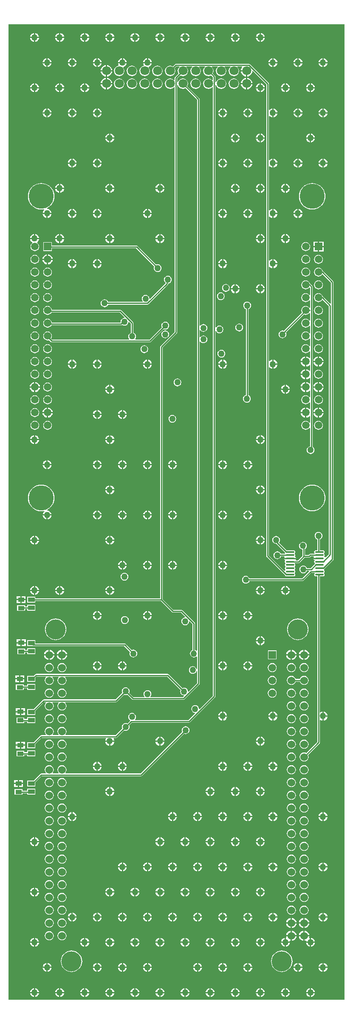
<source format=gbr>
G04 Layer_Physical_Order=6*
G04 Layer_Color=16711680*
%FSLAX26Y26*%
%MOIN*%
%TF.FileFunction,Copper,L6,Bot,Signal*%
%TF.Part,Single*%
G01*
G75*
%TA.AperFunction,SMDPad,CuDef*%
%ADD11R,0.051181X0.033465*%
%ADD19O,0.072835X0.013780*%
%TA.AperFunction,Conductor*%
%ADD22C,0.010000*%
%TA.AperFunction,ComponentPad*%
%ADD23R,0.059055X0.059055*%
%ADD24C,0.059055*%
%ADD25R,0.059055X0.059055*%
%ADD26C,0.070866*%
%TA.AperFunction,WasherPad*%
%ADD27C,0.196850*%
%TA.AperFunction,ComponentPad*%
%ADD28C,0.157480*%
%ADD29C,0.060000*%
%TA.AperFunction,ViaPad*%
%ADD30C,0.050000*%
%TA.AperFunction,SMDPad,CuDef*%
%ADD45R,0.053150X0.037402*%
G36*
X1468896Y363554D02*
X1468897Y-7274287D01*
X-1169103Y-7274287D01*
X-1169103Y363555D01*
X1468896Y363554D01*
X1468896Y363554D02*
G37*
%LPC*%
G36*
X802624Y-5648932D02*
X772980Y-5648932D01*
X773524Y-5653069D01*
X777051Y-5661583D01*
X782661Y-5668894D01*
X789973Y-5674504D01*
X798487Y-5678031D01*
X802624Y-5678576D01*
X802624Y-5648932D01*
X802624Y-5648932D02*
G37*
G36*
X645417Y-5648932D02*
X615773Y-5648932D01*
X615773Y-5678576D01*
X619910Y-5678031D01*
X628424Y-5674504D01*
X635736Y-5668894D01*
X641346Y-5661583D01*
X644872Y-5653069D01*
X645417Y-5648932D01*
X645417Y-5648932D02*
G37*
G36*
X-378479Y-5609288D02*
X-382616Y-5609833D01*
X-391130Y-5613360D01*
X-398441Y-5618970D01*
X-404051Y-5626281D01*
X-407578Y-5634795D01*
X-408123Y-5638932D01*
X-378479Y-5638932D01*
X-378479Y-5609288D01*
X-378479Y-5609288D02*
G37*
G36*
X842267Y-5648932D02*
X812624Y-5648932D01*
X812624Y-5678576D01*
X816760Y-5678031D01*
X825275Y-5674504D01*
X832586Y-5668894D01*
X838196Y-5661583D01*
X841723Y-5653069D01*
X842267Y-5648932D01*
X842267Y-5648932D02*
G37*
G36*
X408923Y-5648932D02*
X379279Y-5648932D01*
X379824Y-5653069D01*
X383350Y-5661583D01*
X388961Y-5668894D01*
X396272Y-5674504D01*
X404786Y-5678031D01*
X408923Y-5678576D01*
X408923Y-5648932D01*
X408923Y-5648932D02*
G37*
G36*
X-338835Y-5648932D02*
X-368479Y-5648932D01*
X-368479Y-5678576D01*
X-364342Y-5678031D01*
X-355828Y-5674504D01*
X-348517Y-5668894D01*
X-342906Y-5661583D01*
X-339380Y-5653069D01*
X-338835Y-5648932D01*
X-338835Y-5648932D02*
G37*
G36*
X605773Y-5648932D02*
X576130Y-5648932D01*
X576674Y-5653069D01*
X580201Y-5661583D01*
X585811Y-5668894D01*
X593122Y-5674504D01*
X601636Y-5678031D01*
X605773Y-5678576D01*
X605773Y-5648932D01*
X605773Y-5648932D02*
G37*
G36*
X448567Y-5648932D02*
X418923Y-5648932D01*
X418923Y-5678576D01*
X423060Y-5678031D01*
X431574Y-5674504D01*
X438885Y-5668894D01*
X444495Y-5661583D01*
X448022Y-5653069D01*
X448567Y-5648932D01*
X448567Y-5648932D02*
G37*
G36*
X802624Y-5609288D02*
X798487Y-5609833D01*
X789973Y-5613360D01*
X782661Y-5618970D01*
X777051Y-5626281D01*
X773524Y-5634795D01*
X772980Y-5638932D01*
X802624Y-5638932D01*
X802624Y-5609288D01*
X802624Y-5609288D02*
G37*
G36*
X615773Y-5609288D02*
X615773Y-5638932D01*
X645417Y-5638932D01*
X644872Y-5634795D01*
X641346Y-5626281D01*
X635736Y-5618970D01*
X628424Y-5613360D01*
X619910Y-5609833D01*
X615773Y-5609288D01*
X615773Y-5609288D02*
G37*
G36*
X-957047Y-5621417D02*
X-1020197Y-5621417D01*
X-1020197Y-5638269D01*
X-1059409Y-5638269D01*
X-1059409Y-5626732D01*
X-1120591Y-5626732D01*
X-1120591Y-5670197D01*
X-1059409Y-5670197D01*
X-1059409Y-5658660D01*
X-1020197Y-5658660D01*
X-1020197Y-5668819D01*
X-957047Y-5668819D01*
X-957047Y-5621417D01*
X-957047Y-5621417D02*
G37*
G36*
X812624Y-5609288D02*
X812624Y-5638932D01*
X842267Y-5638932D01*
X841723Y-5634795D01*
X838196Y-5626281D01*
X832586Y-5618970D01*
X825275Y-5613360D01*
X816760Y-5609833D01*
X812624Y-5609288D01*
X812624Y-5609288D02*
G37*
G36*
X408923Y-5609288D02*
X404786Y-5609833D01*
X396272Y-5613360D01*
X388961Y-5618970D01*
X383350Y-5626281D01*
X379824Y-5634795D01*
X379279Y-5638932D01*
X408923Y-5638932D01*
X408923Y-5609288D01*
X408923Y-5609288D02*
G37*
G36*
X-368479Y-5609288D02*
X-368479Y-5638932D01*
X-338835Y-5638932D01*
X-339380Y-5634795D01*
X-342906Y-5626281D01*
X-348517Y-5618970D01*
X-355828Y-5613360D01*
X-364342Y-5609833D01*
X-368479Y-5609288D01*
X-368479Y-5609288D02*
G37*
G36*
X605773Y-5609288D02*
X601636Y-5609833D01*
X593122Y-5613360D01*
X585811Y-5618970D01*
X580201Y-5626281D01*
X576674Y-5634795D01*
X576130Y-5638932D01*
X605773Y-5638932D01*
X605773Y-5609288D01*
X605773Y-5609288D02*
G37*
G36*
X418923Y-5609288D02*
X418923Y-5638932D01*
X448567Y-5638932D01*
X448022Y-5634795D01*
X444495Y-5626281D01*
X438885Y-5618970D01*
X431574Y-5613360D01*
X423060Y-5609833D01*
X418923Y-5609288D01*
X418923Y-5609288D02*
G37*
G36*
X1294750Y-5806139D02*
X1290613Y-5806683D01*
X1282099Y-5810210D01*
X1274787Y-5815820D01*
X1269177Y-5823131D01*
X1265650Y-5831646D01*
X1265106Y-5835782D01*
X1294750Y-5835782D01*
X1294750Y-5806139D01*
X1294750Y-5806139D02*
G37*
G36*
X911049Y-5806139D02*
X911049Y-5835782D01*
X940692Y-5835782D01*
X940148Y-5831646D01*
X936621Y-5823131D01*
X931011Y-5815820D01*
X923700Y-5810210D01*
X915186Y-5806683D01*
X911049Y-5806139D01*
X911049Y-5806139D02*
G37*
G36*
X-848622Y-5738320D02*
X-857759Y-5739523D01*
X-866273Y-5743049D01*
X-873585Y-5748659D01*
X-879195Y-5755971D01*
X-882721Y-5764485D01*
X-883924Y-5773622D01*
X-882721Y-5782758D01*
X-879195Y-5791273D01*
X-873585Y-5798584D01*
X-866273Y-5804194D01*
X-857759Y-5807721D01*
X-848622Y-5808924D01*
X-839486Y-5807721D01*
X-830971Y-5804194D01*
X-823660Y-5798584D01*
X-818050Y-5791273D01*
X-814523Y-5782758D01*
X-813320Y-5773622D01*
X-814523Y-5764485D01*
X-818050Y-5755971D01*
X-823660Y-5748659D01*
X-830971Y-5743049D01*
X-839486Y-5739523D01*
X-848622Y-5738320D01*
X-848622Y-5738320D02*
G37*
G36*
X1304750Y-5806139D02*
X1304750Y-5835782D01*
X1334393Y-5835782D01*
X1333849Y-5831646D01*
X1330322Y-5823131D01*
X1324712Y-5815820D01*
X1317401Y-5810210D01*
X1308886Y-5806683D01*
X1304750Y-5806139D01*
X1304750Y-5806139D02*
G37*
G36*
X704198Y-5806139D02*
X700062Y-5806683D01*
X691547Y-5810210D01*
X684236Y-5815820D01*
X678626Y-5823131D01*
X675099Y-5831646D01*
X674555Y-5835782D01*
X704198Y-5835782D01*
X704198Y-5806139D01*
X704198Y-5806139D02*
G37*
G36*
X517348Y-5806139D02*
X517348Y-5835782D01*
X546992Y-5835782D01*
X546447Y-5831646D01*
X542920Y-5823131D01*
X537310Y-5815820D01*
X529999Y-5810210D01*
X521485Y-5806683D01*
X517348Y-5806139D01*
X517348Y-5806139D02*
G37*
G36*
X901049Y-5806139D02*
X896912Y-5806683D01*
X888398Y-5810210D01*
X881087Y-5815820D01*
X875476Y-5823131D01*
X871950Y-5831646D01*
X871405Y-5835782D01*
X901049Y-5835782D01*
X901049Y-5806139D01*
X901049Y-5806139D02*
G37*
G36*
X714198Y-5806139D02*
X714198Y-5835782D01*
X743842Y-5835782D01*
X743298Y-5831646D01*
X739771Y-5823131D01*
X734161Y-5815820D01*
X726849Y-5810210D01*
X718335Y-5806683D01*
X714198Y-5806139D01*
X714198Y-5806139D02*
G37*
G36*
X1051378Y-5638320D02*
X1042241Y-5639523D01*
X1033727Y-5643049D01*
X1026415Y-5648659D01*
X1020805Y-5655971D01*
X1017279Y-5664485D01*
X1016076Y-5673622D01*
X1017279Y-5682758D01*
X1020805Y-5691273D01*
X1026415Y-5698584D01*
X1033727Y-5704194D01*
X1042241Y-5707721D01*
X1051378Y-5708924D01*
X1060514Y-5707721D01*
X1069029Y-5704194D01*
X1076340Y-5698584D01*
X1081950Y-5691273D01*
X1085477Y-5682758D01*
X1086680Y-5673622D01*
X1085477Y-5664485D01*
X1081950Y-5655971D01*
X1076340Y-5648659D01*
X1069029Y-5643049D01*
X1060514Y-5639523D01*
X1051378Y-5638320D01*
X1051378Y-5638320D02*
G37*
G36*
X-748622Y-5638320D02*
X-757759Y-5639523D01*
X-766273Y-5643049D01*
X-773585Y-5648659D01*
X-779195Y-5655971D01*
X-782721Y-5664485D01*
X-783924Y-5673622D01*
X-782721Y-5682758D01*
X-779195Y-5691273D01*
X-773585Y-5698584D01*
X-766273Y-5704194D01*
X-757759Y-5707721D01*
X-748622Y-5708924D01*
X-739486Y-5707721D01*
X-730971Y-5704194D01*
X-723660Y-5698584D01*
X-718050Y-5691273D01*
X-714523Y-5682758D01*
X-713320Y-5673622D01*
X-714523Y-5664485D01*
X-718050Y-5655971D01*
X-723660Y-5648659D01*
X-730971Y-5643049D01*
X-739486Y-5639523D01*
X-748622Y-5638320D01*
X-748622Y-5638320D02*
G37*
G36*
X-378479Y-5648932D02*
X-408123Y-5648932D01*
X-407578Y-5653069D01*
X-404051Y-5661583D01*
X-398441Y-5668894D01*
X-391130Y-5674504D01*
X-382616Y-5678031D01*
X-378479Y-5678576D01*
X-378479Y-5648932D01*
X-378479Y-5648932D02*
G37*
G36*
X1151378Y-5638320D02*
X1142241Y-5639523D01*
X1133727Y-5643049D01*
X1126415Y-5648659D01*
X1120805Y-5655971D01*
X1117279Y-5664485D01*
X1116076Y-5673622D01*
X1117279Y-5682758D01*
X1120805Y-5691273D01*
X1126415Y-5698584D01*
X1133727Y-5704194D01*
X1142241Y-5707721D01*
X1151378Y-5708924D01*
X1160514Y-5707721D01*
X1169029Y-5704194D01*
X1176340Y-5698584D01*
X1181950Y-5691273D01*
X1185477Y-5682758D01*
X1186680Y-5673622D01*
X1185477Y-5664485D01*
X1181950Y-5655971D01*
X1176340Y-5648659D01*
X1169029Y-5643049D01*
X1160514Y-5639523D01*
X1151378Y-5638320D01*
X1151378Y-5638320D02*
G37*
G36*
X1051378Y-5738320D02*
X1042241Y-5739523D01*
X1033727Y-5743049D01*
X1026415Y-5748659D01*
X1020805Y-5755971D01*
X1017279Y-5764485D01*
X1016076Y-5773622D01*
X1017279Y-5782758D01*
X1020805Y-5791273D01*
X1026415Y-5798584D01*
X1033727Y-5804194D01*
X1042241Y-5807721D01*
X1051378Y-5808924D01*
X1060514Y-5807721D01*
X1069029Y-5804194D01*
X1076340Y-5798584D01*
X1081950Y-5791273D01*
X1085477Y-5782758D01*
X1086680Y-5773622D01*
X1085477Y-5764485D01*
X1081950Y-5755971D01*
X1076340Y-5748659D01*
X1069029Y-5743049D01*
X1060514Y-5739523D01*
X1051378Y-5738320D01*
X1051378Y-5738320D02*
G37*
G36*
X-748622Y-5738320D02*
X-757759Y-5739523D01*
X-766273Y-5743049D01*
X-773585Y-5748659D01*
X-779195Y-5755971D01*
X-782721Y-5764485D01*
X-783924Y-5773622D01*
X-782721Y-5782758D01*
X-779195Y-5791273D01*
X-773585Y-5798584D01*
X-766273Y-5804194D01*
X-757759Y-5807721D01*
X-748622Y-5808924D01*
X-739486Y-5807721D01*
X-730971Y-5804194D01*
X-723660Y-5798584D01*
X-718050Y-5791273D01*
X-714523Y-5782758D01*
X-713320Y-5773622D01*
X-714523Y-5764485D01*
X-718050Y-5755971D01*
X-723660Y-5748659D01*
X-730971Y-5743049D01*
X-739486Y-5739523D01*
X-748622Y-5738320D01*
X-748622Y-5738320D02*
G37*
G36*
X-848622Y-5638320D02*
X-857759Y-5639523D01*
X-866273Y-5643049D01*
X-873585Y-5648659D01*
X-879195Y-5655971D01*
X-882721Y-5664485D01*
X-883924Y-5673622D01*
X-882721Y-5682758D01*
X-879195Y-5691273D01*
X-873585Y-5698584D01*
X-866273Y-5704194D01*
X-857759Y-5707721D01*
X-848622Y-5708924D01*
X-839486Y-5707721D01*
X-830971Y-5704194D01*
X-823660Y-5698584D01*
X-818050Y-5691273D01*
X-814523Y-5682758D01*
X-813320Y-5673622D01*
X-814523Y-5664485D01*
X-818050Y-5655971D01*
X-823660Y-5648659D01*
X-830971Y-5643049D01*
X-839486Y-5639523D01*
X-848622Y-5638320D01*
X-848622Y-5638320D02*
G37*
G36*
X1151378Y-5738320D02*
X1142241Y-5739523D01*
X1133727Y-5743049D01*
X1126415Y-5748659D01*
X1120805Y-5755971D01*
X1117279Y-5764485D01*
X1116076Y-5773622D01*
X1117279Y-5782758D01*
X1120805Y-5791273D01*
X1126415Y-5798584D01*
X1133727Y-5804194D01*
X1142241Y-5807721D01*
X1151378Y-5808924D01*
X1160514Y-5807721D01*
X1169029Y-5804194D01*
X1176340Y-5798584D01*
X1181950Y-5791273D01*
X1185477Y-5782758D01*
X1186680Y-5773622D01*
X1185477Y-5764485D01*
X1181950Y-5755971D01*
X1176340Y-5748659D01*
X1169029Y-5743049D01*
X1160514Y-5739523D01*
X1151378Y-5738320D01*
X1151378Y-5738320D02*
G37*
G36*
X-848622Y-5538320D02*
X-857759Y-5539523D01*
X-866273Y-5543049D01*
X-873585Y-5548659D01*
X-879195Y-5555971D01*
X-882721Y-5564485D01*
X-883924Y-5573622D01*
X-882721Y-5582758D01*
X-879195Y-5591273D01*
X-873585Y-5598584D01*
X-866273Y-5604194D01*
X-857759Y-5607721D01*
X-848622Y-5608924D01*
X-839486Y-5607721D01*
X-830971Y-5604194D01*
X-823660Y-5598584D01*
X-818050Y-5591273D01*
X-814523Y-5582758D01*
X-813320Y-5573622D01*
X-814523Y-5564485D01*
X-818050Y-5555971D01*
X-823660Y-5548659D01*
X-830971Y-5543049D01*
X-839486Y-5539523D01*
X-848622Y-5538320D01*
X-848622Y-5538320D02*
G37*
G36*
X-280054Y-5412438D02*
X-284190Y-5412983D01*
X-292705Y-5416509D01*
X-300016Y-5422119D01*
X-305626Y-5429431D01*
X-309153Y-5437945D01*
X-309697Y-5442082D01*
X-280054Y-5442082D01*
X-280054Y-5412438D01*
X-280054Y-5412438D02*
G37*
G36*
X-466904Y-5412438D02*
X-466904Y-5442082D01*
X-437260Y-5442082D01*
X-437805Y-5437945D01*
X-441332Y-5429431D01*
X-446942Y-5422119D01*
X-454253Y-5416509D01*
X-462767Y-5412983D01*
X-466904Y-5412438D01*
X-466904Y-5412438D02*
G37*
G36*
X507348Y-5412438D02*
X503211Y-5412983D01*
X494697Y-5416509D01*
X487386Y-5422119D01*
X481776Y-5429431D01*
X478249Y-5437945D01*
X477704Y-5442082D01*
X507348Y-5442082D01*
X507348Y-5412438D01*
X507348Y-5412438D02*
G37*
G36*
X-270054Y-5412438D02*
X-270054Y-5442082D01*
X-240410Y-5442082D01*
X-240954Y-5437945D01*
X-244481Y-5429431D01*
X-250091Y-5422119D01*
X-257403Y-5416509D01*
X-265917Y-5412983D01*
X-270054Y-5412438D01*
X-270054Y-5412438D02*
G37*
G36*
X901049Y-5452082D02*
X871405Y-5452082D01*
X871950Y-5456218D01*
X875476Y-5464733D01*
X881087Y-5472044D01*
X888398Y-5477654D01*
X896912Y-5481181D01*
X901049Y-5481725D01*
X901049Y-5452082D01*
X901049Y-5452082D02*
G37*
G36*
X743842Y-5452082D02*
X714198Y-5452082D01*
X714198Y-5481725D01*
X718335Y-5481181D01*
X726849Y-5477654D01*
X734161Y-5472044D01*
X739771Y-5464733D01*
X743298Y-5456218D01*
X743842Y-5452082D01*
X743842Y-5452082D02*
G37*
G36*
X-476904Y-5412438D02*
X-481041Y-5412983D01*
X-489555Y-5416509D01*
X-496866Y-5422119D01*
X-502476Y-5429431D01*
X-506003Y-5437945D01*
X-506548Y-5442082D01*
X-476904Y-5442082D01*
X-476904Y-5412438D01*
X-476904Y-5412438D02*
G37*
G36*
X940692Y-5452082D02*
X911049Y-5452082D01*
X911049Y-5481725D01*
X915186Y-5481181D01*
X923700Y-5477654D01*
X931011Y-5472044D01*
X936621Y-5464733D01*
X940148Y-5456218D01*
X940692Y-5452082D01*
X940692Y-5452082D02*
G37*
G36*
X-848622Y-5338320D02*
X-857759Y-5339523D01*
X-866273Y-5343049D01*
X-873585Y-5348659D01*
X-879195Y-5355971D01*
X-882721Y-5364485D01*
X-883924Y-5373622D01*
X-882721Y-5382758D01*
X-879195Y-5391273D01*
X-873585Y-5398584D01*
X-866273Y-5404194D01*
X-857759Y-5407721D01*
X-848622Y-5408924D01*
X-839486Y-5407721D01*
X-830971Y-5404194D01*
X-823660Y-5398584D01*
X-818050Y-5391273D01*
X-814523Y-5382758D01*
X-813320Y-5373622D01*
X-814523Y-5364485D01*
X-818050Y-5355971D01*
X-823660Y-5348659D01*
X-830971Y-5343049D01*
X-839486Y-5339523D01*
X-848622Y-5338320D01*
X-848622Y-5338320D02*
G37*
G36*
X911049Y-5412438D02*
X911049Y-5442082D01*
X940692Y-5442082D01*
X940148Y-5437945D01*
X936621Y-5429431D01*
X931011Y-5422119D01*
X923700Y-5416509D01*
X915186Y-5412983D01*
X911049Y-5412438D01*
X911049Y-5412438D02*
G37*
G36*
X1051378Y-5338320D02*
X1042241Y-5339523D01*
X1033727Y-5343049D01*
X1026415Y-5348659D01*
X1020805Y-5355971D01*
X1017279Y-5364485D01*
X1016076Y-5373622D01*
X1017279Y-5382758D01*
X1020805Y-5391273D01*
X1026415Y-5398584D01*
X1033727Y-5404194D01*
X1042241Y-5407721D01*
X1051378Y-5408924D01*
X1060514Y-5407721D01*
X1069029Y-5404194D01*
X1076340Y-5398584D01*
X1081950Y-5391273D01*
X1085477Y-5382758D01*
X1086680Y-5373622D01*
X1085477Y-5364485D01*
X1081950Y-5355971D01*
X1076340Y-5348659D01*
X1069029Y-5343049D01*
X1060514Y-5339523D01*
X1051378Y-5338320D01*
X1051378Y-5338320D02*
G37*
G36*
X-748622Y-5338320D02*
X-757759Y-5339523D01*
X-766273Y-5343049D01*
X-773585Y-5348659D01*
X-779195Y-5355971D01*
X-782721Y-5364485D01*
X-783924Y-5373622D01*
X-782721Y-5382758D01*
X-779195Y-5391273D01*
X-773585Y-5398584D01*
X-766273Y-5404194D01*
X-757759Y-5407721D01*
X-748622Y-5408924D01*
X-739486Y-5407721D01*
X-730971Y-5404194D01*
X-723660Y-5398584D01*
X-718050Y-5391273D01*
X-714523Y-5382758D01*
X-713320Y-5373622D01*
X-714523Y-5364485D01*
X-718050Y-5355971D01*
X-723660Y-5348659D01*
X-730971Y-5343049D01*
X-739486Y-5339523D01*
X-748622Y-5338320D01*
X-748622Y-5338320D02*
G37*
G36*
X704198Y-5412438D02*
X700062Y-5412983D01*
X691547Y-5416509D01*
X684236Y-5422119D01*
X678626Y-5429431D01*
X675099Y-5437945D01*
X674555Y-5442082D01*
X704198Y-5442082D01*
X704198Y-5412438D01*
X704198Y-5412438D02*
G37*
G36*
X517348Y-5412438D02*
X517348Y-5442082D01*
X546992Y-5442082D01*
X546447Y-5437945D01*
X542920Y-5429431D01*
X537310Y-5422119D01*
X529999Y-5416509D01*
X521485Y-5412983D01*
X517348Y-5412438D01*
X517348Y-5412438D02*
G37*
G36*
X901049Y-5412438D02*
X896912Y-5412983D01*
X888398Y-5416509D01*
X881087Y-5422119D01*
X875476Y-5429431D01*
X871950Y-5437945D01*
X871405Y-5442082D01*
X901049Y-5442082D01*
X901049Y-5412438D01*
X901049Y-5412438D02*
G37*
G36*
X714198Y-5412438D02*
X714198Y-5442082D01*
X743842Y-5442082D01*
X743298Y-5437945D01*
X739771Y-5429431D01*
X734161Y-5422119D01*
X726849Y-5416509D01*
X718335Y-5412983D01*
X714198Y-5412438D01*
X714198Y-5412438D02*
G37*
G36*
X-1095000Y-5554803D02*
X-1125591Y-5554803D01*
X-1125591Y-5576535D01*
X-1095000Y-5576535D01*
X-1095000Y-5554803D01*
X-1095000Y-5554803D02*
G37*
G36*
X-1054409Y-5586535D02*
X-1085000Y-5586535D01*
X-1085000Y-5608268D01*
X-1054409Y-5608268D01*
X-1054409Y-5586535D01*
X-1054409Y-5586535D02*
G37*
G36*
X1051378Y-5438320D02*
X1042241Y-5439523D01*
X1033727Y-5443049D01*
X1026415Y-5448659D01*
X1020805Y-5455971D01*
X1017279Y-5464485D01*
X1016076Y-5473622D01*
X1017279Y-5482758D01*
X1020805Y-5491273D01*
X1026415Y-5498584D01*
X1033727Y-5504194D01*
X1042241Y-5507721D01*
X1051378Y-5508924D01*
X1060514Y-5507721D01*
X1069029Y-5504194D01*
X1076340Y-5498584D01*
X1081950Y-5491273D01*
X1085477Y-5482758D01*
X1086680Y-5473622D01*
X1085477Y-5464485D01*
X1081950Y-5455971D01*
X1076340Y-5448659D01*
X1069029Y-5443049D01*
X1060514Y-5439523D01*
X1051378Y-5438320D01*
X1051378Y-5438320D02*
G37*
G36*
X-1054409Y-5554803D02*
X-1085000Y-5554803D01*
X-1085000Y-5576535D01*
X-1054409Y-5576535D01*
X-1054409Y-5554803D01*
X-1054409Y-5554803D02*
G37*
G36*
X1051378Y-5538320D02*
X1042241Y-5539523D01*
X1033727Y-5543049D01*
X1026415Y-5548659D01*
X1020805Y-5555971D01*
X1017279Y-5564485D01*
X1016076Y-5573622D01*
X1017279Y-5582758D01*
X1020805Y-5591273D01*
X1026415Y-5598584D01*
X1033727Y-5604194D01*
X1042241Y-5607721D01*
X1051378Y-5608924D01*
X1060514Y-5607721D01*
X1069029Y-5604194D01*
X1076340Y-5598584D01*
X1081950Y-5591273D01*
X1085477Y-5582758D01*
X1086680Y-5573622D01*
X1085477Y-5564485D01*
X1081950Y-5555971D01*
X1076340Y-5548659D01*
X1069029Y-5543049D01*
X1060514Y-5539523D01*
X1051378Y-5538320D01*
X1051378Y-5538320D02*
G37*
G36*
X-748622Y-5538320D02*
X-757759Y-5539523D01*
X-766273Y-5543049D01*
X-773585Y-5548659D01*
X-779195Y-5555971D01*
X-782721Y-5564485D01*
X-783924Y-5573622D01*
X-782721Y-5582758D01*
X-779195Y-5591273D01*
X-773585Y-5598584D01*
X-766273Y-5604194D01*
X-757759Y-5607721D01*
X-748622Y-5608924D01*
X-739486Y-5607721D01*
X-730971Y-5604194D01*
X-723660Y-5598584D01*
X-718050Y-5591273D01*
X-714523Y-5582758D01*
X-713320Y-5573622D01*
X-714523Y-5564485D01*
X-718050Y-5555971D01*
X-723660Y-5548659D01*
X-730971Y-5543049D01*
X-739486Y-5539523D01*
X-748622Y-5538320D01*
X-748622Y-5538320D02*
G37*
G36*
X-1095000Y-5586535D02*
X-1125591Y-5586535D01*
X-1125591Y-5608268D01*
X-1095000Y-5608268D01*
X-1095000Y-5586535D01*
X-1095000Y-5586535D02*
G37*
G36*
X1151378Y-5538320D02*
X1142241Y-5539523D01*
X1133727Y-5543049D01*
X1126415Y-5548659D01*
X1120805Y-5555971D01*
X1117279Y-5564485D01*
X1116076Y-5573622D01*
X1117279Y-5582758D01*
X1120805Y-5591273D01*
X1126415Y-5598584D01*
X1133727Y-5604194D01*
X1142241Y-5607721D01*
X1151378Y-5608924D01*
X1160514Y-5607721D01*
X1169029Y-5604194D01*
X1176340Y-5598584D01*
X1181950Y-5591273D01*
X1185477Y-5582758D01*
X1186680Y-5573622D01*
X1185477Y-5564485D01*
X1181950Y-5555971D01*
X1176340Y-5548659D01*
X1169029Y-5543049D01*
X1160514Y-5539523D01*
X1151378Y-5538320D01*
X1151378Y-5538320D02*
G37*
G36*
X507348Y-5452082D02*
X477704Y-5452082D01*
X478249Y-5456218D01*
X481776Y-5464733D01*
X487386Y-5472044D01*
X494697Y-5477654D01*
X503211Y-5481181D01*
X507348Y-5481725D01*
X507348Y-5452082D01*
X507348Y-5452082D02*
G37*
G36*
X-240410Y-5452082D02*
X-270054Y-5452082D01*
X-270054Y-5481725D01*
X-265917Y-5481181D01*
X-257403Y-5477654D01*
X-250091Y-5472044D01*
X-244481Y-5464733D01*
X-240954Y-5456218D01*
X-240410Y-5452082D01*
X-240410Y-5452082D02*
G37*
G36*
X704198Y-5452082D02*
X674555Y-5452082D01*
X675099Y-5456218D01*
X678626Y-5464733D01*
X684236Y-5472044D01*
X691547Y-5477654D01*
X700062Y-5481181D01*
X704198Y-5481725D01*
X704198Y-5452082D01*
X704198Y-5452082D02*
G37*
G36*
X546992Y-5452082D02*
X517348Y-5452082D01*
X517348Y-5481725D01*
X521485Y-5481181D01*
X529999Y-5477654D01*
X537310Y-5472044D01*
X542920Y-5464733D01*
X546447Y-5456218D01*
X546992Y-5452082D01*
X546992Y-5452082D02*
G37*
G36*
X-476904Y-5452082D02*
X-506548Y-5452082D01*
X-506003Y-5456218D01*
X-502476Y-5464733D01*
X-496866Y-5472044D01*
X-489555Y-5477654D01*
X-481041Y-5481181D01*
X-476904Y-5481725D01*
X-476904Y-5452082D01*
X-476904Y-5452082D02*
G37*
G36*
X1151378Y-5438320D02*
X1142241Y-5439523D01*
X1133727Y-5443049D01*
X1126415Y-5448659D01*
X1120805Y-5455971D01*
X1117279Y-5464485D01*
X1116076Y-5473622D01*
X1117279Y-5482758D01*
X1120805Y-5491273D01*
X1126415Y-5498584D01*
X1133727Y-5504194D01*
X1142241Y-5507721D01*
X1151378Y-5508924D01*
X1160514Y-5507721D01*
X1169029Y-5504194D01*
X1176340Y-5498584D01*
X1181950Y-5491273D01*
X1185477Y-5482758D01*
X1186680Y-5473622D01*
X1185477Y-5464485D01*
X1181950Y-5455971D01*
X1176340Y-5448659D01*
X1169029Y-5443049D01*
X1160514Y-5439523D01*
X1151378Y-5438320D01*
X1151378Y-5438320D02*
G37*
G36*
X-280054Y-5452082D02*
X-309697Y-5452082D01*
X-309153Y-5456218D01*
X-305626Y-5464733D01*
X-300016Y-5472044D01*
X-292705Y-5477654D01*
X-284190Y-5481181D01*
X-280054Y-5481725D01*
X-280054Y-5452082D01*
X-280054Y-5452082D02*
G37*
G36*
X-437260Y-5452082D02*
X-466904Y-5452082D01*
X-466904Y-5481725D01*
X-462767Y-5481181D01*
X-454253Y-5477654D01*
X-446942Y-5472044D01*
X-441332Y-5464733D01*
X-437805Y-5456218D01*
X-437260Y-5452082D01*
X-437260Y-5452082D02*
G37*
G36*
X507348Y-5806139D02*
X503211Y-5806683D01*
X494697Y-5810210D01*
X487386Y-5815820D01*
X481776Y-5823131D01*
X478249Y-5831646D01*
X477704Y-5835782D01*
X507348Y-5835782D01*
X507348Y-5806139D01*
X507348Y-5806139D02*
G37*
G36*
X605773Y-6042633D02*
X576130Y-6042633D01*
X576674Y-6046770D01*
X580201Y-6055284D01*
X585811Y-6062595D01*
X593122Y-6068205D01*
X601636Y-6071732D01*
X605773Y-6072276D01*
X605773Y-6042633D01*
X605773Y-6042633D02*
G37*
G36*
X448567Y-6042633D02*
X418923Y-6042633D01*
X418923Y-6072276D01*
X423060Y-6071732D01*
X431574Y-6068205D01*
X438885Y-6062595D01*
X444495Y-6055284D01*
X448022Y-6046770D01*
X448567Y-6042633D01*
X448567Y-6042633D02*
G37*
G36*
X802624Y-6042633D02*
X772980Y-6042633D01*
X773524Y-6046770D01*
X777051Y-6055284D01*
X782661Y-6062595D01*
X789973Y-6068205D01*
X798487Y-6071732D01*
X802624Y-6072276D01*
X802624Y-6042633D01*
X802624Y-6042633D02*
G37*
G36*
X645417Y-6042633D02*
X615773Y-6042633D01*
X615773Y-6072276D01*
X619910Y-6071732D01*
X628424Y-6068205D01*
X635736Y-6062595D01*
X641346Y-6055284D01*
X644872Y-6046770D01*
X645417Y-6042633D01*
X645417Y-6042633D02*
G37*
G36*
X212072Y-6042633D02*
X182429Y-6042633D01*
X182973Y-6046770D01*
X186500Y-6055284D01*
X192110Y-6062595D01*
X199421Y-6068205D01*
X207936Y-6071732D01*
X212072Y-6072276D01*
X212072Y-6042633D01*
X212072Y-6042633D02*
G37*
G36*
X54866Y-6042633D02*
X25222Y-6042633D01*
X25222Y-6072276D01*
X29359Y-6071732D01*
X37873Y-6068205D01*
X45184Y-6062595D01*
X50794Y-6055284D01*
X54321Y-6046770D01*
X54866Y-6042633D01*
X54866Y-6042633D02*
G37*
G36*
X408923Y-6042633D02*
X379279Y-6042633D01*
X379824Y-6046770D01*
X383350Y-6055284D01*
X388961Y-6062595D01*
X396272Y-6068205D01*
X404786Y-6071732D01*
X408923Y-6072276D01*
X408923Y-6042633D01*
X408923Y-6042633D02*
G37*
G36*
X251716Y-6042633D02*
X222072Y-6042633D01*
X222072Y-6072276D01*
X226209Y-6071732D01*
X234723Y-6068205D01*
X242035Y-6062595D01*
X247645Y-6055284D01*
X251172Y-6046770D01*
X251716Y-6042633D01*
X251716Y-6042633D02*
G37*
G36*
X212072Y-6002989D02*
X207936Y-6003534D01*
X199421Y-6007060D01*
X192110Y-6012671D01*
X186500Y-6019982D01*
X182973Y-6028496D01*
X182429Y-6032633D01*
X212072Y-6032633D01*
X212072Y-6002989D01*
X212072Y-6002989D02*
G37*
G36*
X25222Y-6002989D02*
X25222Y-6032633D01*
X54866Y-6032633D01*
X54321Y-6028496D01*
X50794Y-6019982D01*
X45184Y-6012671D01*
X37873Y-6007060D01*
X29359Y-6003534D01*
X25222Y-6002989D01*
X25222Y-6002989D02*
G37*
G36*
X408923Y-6002989D02*
X404786Y-6003534D01*
X396272Y-6007060D01*
X388961Y-6012671D01*
X383350Y-6019982D01*
X379824Y-6028496D01*
X379279Y-6032633D01*
X408923Y-6032633D01*
X408923Y-6002989D01*
X408923Y-6002989D02*
G37*
G36*
X222072Y-6002989D02*
X222072Y-6032633D01*
X251716Y-6032633D01*
X251172Y-6028496D01*
X247645Y-6019982D01*
X242035Y-6012671D01*
X234723Y-6007060D01*
X226209Y-6003534D01*
X222072Y-6002989D01*
X222072Y-6002989D02*
G37*
G36*
X-969030Y-6002989D02*
X-973167Y-6003534D01*
X-981681Y-6007060D01*
X-988992Y-6012671D01*
X-994602Y-6019982D01*
X-998129Y-6028496D01*
X-998674Y-6032633D01*
X-969030Y-6032633D01*
X-969030Y-6002989D01*
X-969030Y-6002989D02*
G37*
G36*
X842267Y-6042633D02*
X812624Y-6042633D01*
X812624Y-6072276D01*
X816760Y-6071732D01*
X825275Y-6068205D01*
X832586Y-6062595D01*
X838196Y-6055284D01*
X841723Y-6046770D01*
X842267Y-6042633D01*
X842267Y-6042633D02*
G37*
G36*
X15222Y-6002989D02*
X11085Y-6003534D01*
X2571Y-6007060D01*
X-4740Y-6012671D01*
X-10350Y-6019982D01*
X-13877Y-6028496D01*
X-14422Y-6032633D01*
X15222Y-6032633D01*
X15222Y-6002989D01*
X15222Y-6002989D02*
G37*
G36*
X-959030Y-6002989D02*
X-959030Y-6032633D01*
X-929386Y-6032633D01*
X-929931Y-6028496D01*
X-933458Y-6019982D01*
X-939068Y-6012671D01*
X-946379Y-6007060D01*
X-954893Y-6003534D01*
X-959030Y-6002989D01*
X-959030Y-6002989D02*
G37*
G36*
X-848622Y-6138320D02*
X-857759Y-6139523D01*
X-866273Y-6143049D01*
X-873585Y-6148659D01*
X-879195Y-6155971D01*
X-882721Y-6164485D01*
X-883924Y-6173622D01*
X-882721Y-6182758D01*
X-879195Y-6191273D01*
X-873585Y-6198584D01*
X-866273Y-6204194D01*
X-857759Y-6207721D01*
X-848622Y-6208924D01*
X-839486Y-6207721D01*
X-830971Y-6204194D01*
X-823660Y-6198584D01*
X-818050Y-6191273D01*
X-814523Y-6182758D01*
X-813320Y-6173622D01*
X-814523Y-6164485D01*
X-818050Y-6155971D01*
X-823660Y-6148659D01*
X-830971Y-6143049D01*
X-839486Y-6139523D01*
X-848622Y-6138320D01*
X-848622Y-6138320D02*
G37*
G36*
X1304750Y-6199840D02*
X1304750Y-6229483D01*
X1334393Y-6229483D01*
X1333849Y-6225346D01*
X1330322Y-6216832D01*
X1324712Y-6209521D01*
X1317401Y-6203911D01*
X1308886Y-6200384D01*
X1304750Y-6199840D01*
X1304750Y-6199840D02*
G37*
G36*
X1051378Y-6138320D02*
X1042241Y-6139523D01*
X1033727Y-6143049D01*
X1026415Y-6148659D01*
X1020805Y-6155971D01*
X1017279Y-6164485D01*
X1016076Y-6173622D01*
X1017279Y-6182758D01*
X1020805Y-6191273D01*
X1026415Y-6198584D01*
X1033727Y-6204194D01*
X1042241Y-6207721D01*
X1051378Y-6208924D01*
X1060514Y-6207721D01*
X1069029Y-6204194D01*
X1076340Y-6198584D01*
X1081950Y-6191273D01*
X1085477Y-6182758D01*
X1086680Y-6173622D01*
X1085477Y-6164485D01*
X1081950Y-6155971D01*
X1076340Y-6148659D01*
X1069029Y-6143049D01*
X1060514Y-6139523D01*
X1051378Y-6138320D01*
X1051378Y-6138320D02*
G37*
G36*
X-748622Y-6138320D02*
X-757759Y-6139523D01*
X-766273Y-6143049D01*
X-773585Y-6148659D01*
X-779195Y-6155971D01*
X-782721Y-6164485D01*
X-783924Y-6173622D01*
X-782721Y-6182758D01*
X-779195Y-6191273D01*
X-773585Y-6198584D01*
X-766273Y-6204194D01*
X-757759Y-6207721D01*
X-748622Y-6208924D01*
X-739486Y-6207721D01*
X-730971Y-6204194D01*
X-723660Y-6198584D01*
X-718050Y-6191273D01*
X-714523Y-6182758D01*
X-713320Y-6173622D01*
X-714523Y-6164485D01*
X-718050Y-6155971D01*
X-723660Y-6148659D01*
X-730971Y-6143049D01*
X-739486Y-6139523D01*
X-748622Y-6138320D01*
X-748622Y-6138320D02*
G37*
G36*
X901049Y-6199840D02*
X896912Y-6200384D01*
X888398Y-6203911D01*
X881087Y-6209521D01*
X875476Y-6216832D01*
X871950Y-6225346D01*
X871405Y-6229483D01*
X901049Y-6229483D01*
X901049Y-6199840D01*
X901049Y-6199840D02*
G37*
G36*
X714198Y-6199840D02*
X714198Y-6229483D01*
X743842Y-6229483D01*
X743298Y-6225346D01*
X739771Y-6216832D01*
X734161Y-6209521D01*
X726849Y-6203911D01*
X718335Y-6200384D01*
X714198Y-6199840D01*
X714198Y-6199840D02*
G37*
G36*
X1294750Y-6199840D02*
X1290613Y-6200384D01*
X1282099Y-6203911D01*
X1274787Y-6209521D01*
X1269177Y-6216832D01*
X1265650Y-6225346D01*
X1265106Y-6229483D01*
X1294750Y-6229483D01*
X1294750Y-6199840D01*
X1294750Y-6199840D02*
G37*
G36*
X911049Y-6199840D02*
X911049Y-6229483D01*
X940692Y-6229483D01*
X940148Y-6225346D01*
X936621Y-6216832D01*
X931011Y-6209521D01*
X923700Y-6203911D01*
X915186Y-6200384D01*
X911049Y-6199840D01*
X911049Y-6199840D02*
G37*
G36*
X-969030Y-6042633D02*
X-998674Y-6042633D01*
X-998129Y-6046770D01*
X-994602Y-6055284D01*
X-988992Y-6062595D01*
X-981681Y-6068205D01*
X-973167Y-6071732D01*
X-969030Y-6072276D01*
X-969030Y-6042633D01*
X-969030Y-6042633D02*
G37*
G36*
X1151378Y-6038320D02*
X1142241Y-6039523D01*
X1133727Y-6043049D01*
X1126415Y-6048659D01*
X1120805Y-6055971D01*
X1117279Y-6064485D01*
X1116076Y-6073622D01*
X1117279Y-6082758D01*
X1120805Y-6091273D01*
X1126415Y-6098584D01*
X1133727Y-6104194D01*
X1142241Y-6107721D01*
X1151378Y-6108924D01*
X1160514Y-6107721D01*
X1169029Y-6104194D01*
X1176340Y-6098584D01*
X1181950Y-6091273D01*
X1185477Y-6082758D01*
X1186680Y-6073622D01*
X1185477Y-6064485D01*
X1181950Y-6055971D01*
X1176340Y-6048659D01*
X1169029Y-6043049D01*
X1160514Y-6039523D01*
X1151378Y-6038320D01*
X1151378Y-6038320D02*
G37*
G36*
X15222Y-6042633D02*
X-14422Y-6042633D01*
X-13877Y-6046770D01*
X-10350Y-6055284D01*
X-4740Y-6062595D01*
X2571Y-6068205D01*
X11085Y-6071732D01*
X15222Y-6072276D01*
X15222Y-6042633D01*
X15222Y-6042633D02*
G37*
G36*
X-929386Y-6042633D02*
X-959030Y-6042633D01*
X-959030Y-6072276D01*
X-954893Y-6071732D01*
X-946379Y-6068205D01*
X-939068Y-6062595D01*
X-933458Y-6055284D01*
X-929931Y-6046770D01*
X-929386Y-6042633D01*
X-929386Y-6042633D02*
G37*
G36*
X-848622Y-6038320D02*
X-857759Y-6039523D01*
X-866273Y-6043049D01*
X-873585Y-6048659D01*
X-879195Y-6055971D01*
X-882721Y-6064485D01*
X-883924Y-6073622D01*
X-882721Y-6082758D01*
X-879195Y-6091273D01*
X-873585Y-6098584D01*
X-866273Y-6104194D01*
X-857759Y-6107721D01*
X-848622Y-6108924D01*
X-839486Y-6107721D01*
X-830971Y-6104194D01*
X-823660Y-6098584D01*
X-818050Y-6091273D01*
X-814523Y-6082758D01*
X-813320Y-6073622D01*
X-814523Y-6064485D01*
X-818050Y-6055971D01*
X-823660Y-6048659D01*
X-830971Y-6043049D01*
X-839486Y-6039523D01*
X-848622Y-6038320D01*
X-848622Y-6038320D02*
G37*
G36*
X1151378Y-6138320D02*
X1142241Y-6139523D01*
X1133727Y-6143049D01*
X1126415Y-6148659D01*
X1120805Y-6155971D01*
X1117279Y-6164485D01*
X1116076Y-6173622D01*
X1117279Y-6182758D01*
X1120805Y-6191273D01*
X1126415Y-6198584D01*
X1133727Y-6204194D01*
X1142241Y-6207721D01*
X1151378Y-6208924D01*
X1160514Y-6207721D01*
X1169029Y-6204194D01*
X1176340Y-6198584D01*
X1181950Y-6191273D01*
X1185477Y-6182758D01*
X1186680Y-6173622D01*
X1185477Y-6164485D01*
X1181950Y-6155971D01*
X1176340Y-6148659D01*
X1169029Y-6143049D01*
X1160514Y-6139523D01*
X1151378Y-6138320D01*
X1151378Y-6138320D02*
G37*
G36*
X1051378Y-6038320D02*
X1042241Y-6039523D01*
X1033727Y-6043049D01*
X1026415Y-6048659D01*
X1020805Y-6055971D01*
X1017279Y-6064485D01*
X1016076Y-6073622D01*
X1017279Y-6082758D01*
X1020805Y-6091273D01*
X1026415Y-6098584D01*
X1033727Y-6104194D01*
X1042241Y-6107721D01*
X1051378Y-6108924D01*
X1060514Y-6107721D01*
X1069029Y-6104194D01*
X1076340Y-6098584D01*
X1081950Y-6091273D01*
X1085477Y-6082758D01*
X1086680Y-6073622D01*
X1085477Y-6064485D01*
X1081950Y-6055971D01*
X1076340Y-6048659D01*
X1069029Y-6043049D01*
X1060514Y-6039523D01*
X1051378Y-6038320D01*
X1051378Y-6038320D02*
G37*
G36*
X-748622Y-6038320D02*
X-757759Y-6039523D01*
X-766273Y-6043049D01*
X-773585Y-6048659D01*
X-779195Y-6055971D01*
X-782721Y-6064485D01*
X-783924Y-6073622D01*
X-782721Y-6082758D01*
X-779195Y-6091273D01*
X-773585Y-6098584D01*
X-766273Y-6104194D01*
X-757759Y-6107721D01*
X-748622Y-6108924D01*
X-739486Y-6107721D01*
X-730971Y-6104194D01*
X-723660Y-6098584D01*
X-718050Y-6091273D01*
X-714523Y-6082758D01*
X-713320Y-6073622D01*
X-714523Y-6064485D01*
X-718050Y-6055971D01*
X-723660Y-6048659D01*
X-730971Y-6043049D01*
X-739486Y-6039523D01*
X-748622Y-6038320D01*
X-748622Y-6038320D02*
G37*
G36*
X418923Y-6002989D02*
X418923Y-6032633D01*
X448567Y-6032633D01*
X448022Y-6028496D01*
X444495Y-6019982D01*
X438885Y-6012671D01*
X431574Y-6007060D01*
X423060Y-6003534D01*
X418923Y-6002989D01*
X418923Y-6002989D02*
G37*
G36*
X743842Y-5845782D02*
X714198Y-5845782D01*
X714198Y-5875426D01*
X718335Y-5874882D01*
X726849Y-5871355D01*
X734161Y-5865745D01*
X739771Y-5858433D01*
X743298Y-5849919D01*
X743842Y-5845782D01*
X743842Y-5845782D02*
G37*
G36*
X704198Y-5845782D02*
X674555Y-5845782D01*
X675099Y-5849919D01*
X678626Y-5858433D01*
X684236Y-5865745D01*
X691547Y-5871355D01*
X700062Y-5874882D01*
X704198Y-5875426D01*
X704198Y-5845782D01*
X704198Y-5845782D02*
G37*
G36*
X940692Y-5845782D02*
X911049Y-5845782D01*
X911049Y-5875426D01*
X915186Y-5874882D01*
X923700Y-5871355D01*
X931011Y-5865745D01*
X936621Y-5858433D01*
X940148Y-5849919D01*
X940692Y-5845782D01*
X940692Y-5845782D02*
G37*
G36*
X901049Y-5845782D02*
X871405Y-5845782D01*
X871950Y-5849919D01*
X875476Y-5858433D01*
X881087Y-5865745D01*
X888398Y-5871355D01*
X896912Y-5874882D01*
X901049Y-5875426D01*
X901049Y-5845782D01*
X901049Y-5845782D02*
G37*
G36*
X350141Y-5845782D02*
X320498Y-5845782D01*
X320498Y-5875426D01*
X324634Y-5874882D01*
X333149Y-5871355D01*
X340460Y-5865745D01*
X346070Y-5858433D01*
X349597Y-5849919D01*
X350141Y-5845782D01*
X350141Y-5845782D02*
G37*
G36*
X310498Y-5845782D02*
X280854Y-5845782D01*
X281399Y-5849919D01*
X284925Y-5858433D01*
X290535Y-5865745D01*
X297847Y-5871355D01*
X306361Y-5874882D01*
X310498Y-5875426D01*
X310498Y-5845782D01*
X310498Y-5845782D02*
G37*
G36*
X546992Y-5845782D02*
X517348Y-5845782D01*
X517348Y-5875426D01*
X521485Y-5874882D01*
X529999Y-5871355D01*
X537310Y-5865745D01*
X542920Y-5858433D01*
X546447Y-5849919D01*
X546992Y-5845782D01*
X546992Y-5845782D02*
G37*
G36*
X507348Y-5845782D02*
X477704Y-5845782D01*
X478249Y-5849919D01*
X481776Y-5858433D01*
X487386Y-5865745D01*
X494697Y-5871355D01*
X503211Y-5874882D01*
X507348Y-5875426D01*
X507348Y-5845782D01*
X507348Y-5845782D02*
G37*
G36*
X123647Y-5806139D02*
X123647Y-5835782D01*
X153291Y-5835782D01*
X152746Y-5831646D01*
X149220Y-5823131D01*
X143609Y-5815820D01*
X136298Y-5810210D01*
X127784Y-5806683D01*
X123647Y-5806139D01*
X123647Y-5806139D02*
G37*
G36*
X113647Y-5806139D02*
X109510Y-5806683D01*
X100996Y-5810210D01*
X93685Y-5815820D01*
X88075Y-5823131D01*
X84548Y-5831646D01*
X84004Y-5835782D01*
X113647Y-5835782D01*
X113647Y-5806139D01*
X113647Y-5806139D02*
G37*
G36*
X320498Y-5806139D02*
X320498Y-5835782D01*
X350141Y-5835782D01*
X349597Y-5831646D01*
X346070Y-5823131D01*
X340460Y-5815820D01*
X333149Y-5810210D01*
X324634Y-5806683D01*
X320498Y-5806139D01*
X320498Y-5806139D02*
G37*
G36*
X310498Y-5806139D02*
X306361Y-5806683D01*
X297847Y-5810210D01*
X290535Y-5815820D01*
X284925Y-5823131D01*
X281399Y-5831646D01*
X280854Y-5835782D01*
X310498Y-5835782D01*
X310498Y-5806139D01*
X310498Y-5806139D02*
G37*
G36*
X1334393Y-5845782D02*
X1304750Y-5845782D01*
X1304750Y-5875426D01*
X1308886Y-5874882D01*
X1317401Y-5871355D01*
X1324712Y-5865745D01*
X1330322Y-5858433D01*
X1333849Y-5849919D01*
X1334393Y-5845782D01*
X1334393Y-5845782D02*
G37*
G36*
X1294750Y-5845782D02*
X1265106Y-5845782D01*
X1265650Y-5849919D01*
X1269177Y-5858433D01*
X1274787Y-5865745D01*
X1282099Y-5871355D01*
X1290613Y-5874882D01*
X1294750Y-5875426D01*
X1294750Y-5845782D01*
X1294750Y-5845782D02*
G37*
G36*
X-663754Y-5806139D02*
X-663754Y-5835782D01*
X-634111Y-5835782D01*
X-634655Y-5831646D01*
X-638182Y-5823131D01*
X-643792Y-5815820D01*
X-651103Y-5810210D01*
X-659618Y-5806683D01*
X-663754Y-5806139D01*
X-663754Y-5806139D02*
G37*
G36*
X-673754Y-5806139D02*
X-677891Y-5806683D01*
X-686405Y-5810210D01*
X-693717Y-5815820D01*
X-699327Y-5823131D01*
X-702854Y-5831646D01*
X-703398Y-5835782D01*
X-673754Y-5835782D01*
X-673754Y-5806139D01*
X-673754Y-5806139D02*
G37*
G36*
X-748622Y-5938320D02*
X-757759Y-5939523D01*
X-766273Y-5943049D01*
X-773585Y-5948659D01*
X-779195Y-5955971D01*
X-782721Y-5964485D01*
X-783924Y-5973622D01*
X-782721Y-5982758D01*
X-779195Y-5991273D01*
X-773585Y-5998584D01*
X-766273Y-6004194D01*
X-757759Y-6007721D01*
X-748622Y-6008924D01*
X-739486Y-6007721D01*
X-730971Y-6004194D01*
X-723660Y-5998584D01*
X-718050Y-5991273D01*
X-714523Y-5982758D01*
X-713320Y-5973622D01*
X-714523Y-5964485D01*
X-718050Y-5955971D01*
X-723660Y-5948659D01*
X-730971Y-5943049D01*
X-739486Y-5939523D01*
X-748622Y-5938320D01*
X-748622Y-5938320D02*
G37*
G36*
X-848622Y-5938320D02*
X-857759Y-5939523D01*
X-866273Y-5943049D01*
X-873585Y-5948659D01*
X-879195Y-5955971D01*
X-882721Y-5964485D01*
X-883924Y-5973622D01*
X-882721Y-5982758D01*
X-879195Y-5991273D01*
X-873585Y-5998584D01*
X-866273Y-6004194D01*
X-857759Y-6007721D01*
X-848622Y-6008924D01*
X-839486Y-6007721D01*
X-830971Y-6004194D01*
X-823660Y-5998584D01*
X-818050Y-5991273D01*
X-814523Y-5982758D01*
X-813320Y-5973622D01*
X-814523Y-5964485D01*
X-818050Y-5955971D01*
X-823660Y-5948659D01*
X-830971Y-5943049D01*
X-839486Y-5939523D01*
X-848622Y-5938320D01*
X-848622Y-5938320D02*
G37*
G36*
X1151378Y-5938320D02*
X1142241Y-5939523D01*
X1133727Y-5943049D01*
X1126415Y-5948659D01*
X1120805Y-5955971D01*
X1117279Y-5964485D01*
X1116076Y-5973622D01*
X1117279Y-5982758D01*
X1120805Y-5991273D01*
X1126415Y-5998584D01*
X1133727Y-6004194D01*
X1142241Y-6007721D01*
X1151378Y-6008924D01*
X1160514Y-6007721D01*
X1169029Y-6004194D01*
X1176340Y-5998584D01*
X1181950Y-5991273D01*
X1185477Y-5982758D01*
X1186680Y-5973622D01*
X1185477Y-5964485D01*
X1181950Y-5955971D01*
X1176340Y-5948659D01*
X1169029Y-5943049D01*
X1160514Y-5939523D01*
X1151378Y-5938320D01*
X1151378Y-5938320D02*
G37*
G36*
X1051378Y-5938320D02*
X1042241Y-5939523D01*
X1033727Y-5943049D01*
X1026415Y-5948659D01*
X1020805Y-5955971D01*
X1017279Y-5964485D01*
X1016076Y-5973622D01*
X1017279Y-5982758D01*
X1020805Y-5991273D01*
X1026415Y-5998584D01*
X1033727Y-6004194D01*
X1042241Y-6007721D01*
X1051378Y-6008924D01*
X1060514Y-6007721D01*
X1069029Y-6004194D01*
X1076340Y-5998584D01*
X1081950Y-5991273D01*
X1085477Y-5982758D01*
X1086680Y-5973622D01*
X1085477Y-5964485D01*
X1081950Y-5955971D01*
X1076340Y-5948659D01*
X1069029Y-5943049D01*
X1060514Y-5939523D01*
X1051378Y-5938320D01*
X1051378Y-5938320D02*
G37*
G36*
X615773Y-6002989D02*
X615773Y-6032633D01*
X645417Y-6032633D01*
X644872Y-6028496D01*
X641346Y-6019982D01*
X635736Y-6012671D01*
X628424Y-6007060D01*
X619910Y-6003534D01*
X615773Y-6002989D01*
X615773Y-6002989D02*
G37*
G36*
X605773Y-6002989D02*
X601636Y-6003534D01*
X593122Y-6007060D01*
X585811Y-6012671D01*
X580201Y-6019982D01*
X576674Y-6028496D01*
X576130Y-6032633D01*
X605773Y-6032633D01*
X605773Y-6002989D01*
X605773Y-6002989D02*
G37*
G36*
X812624Y-6002989D02*
X812624Y-6032633D01*
X842267Y-6032633D01*
X841723Y-6028496D01*
X838196Y-6019982D01*
X832586Y-6012671D01*
X825275Y-6007060D01*
X816760Y-6003534D01*
X812624Y-6002989D01*
X812624Y-6002989D02*
G37*
G36*
X802624Y-6002989D02*
X798487Y-6003534D01*
X789973Y-6007060D01*
X782661Y-6012671D01*
X777051Y-6019982D01*
X773524Y-6028496D01*
X772980Y-6032633D01*
X802624Y-6032633D01*
X802624Y-6002989D01*
X802624Y-6002989D02*
G37*
G36*
X-634111Y-5845782D02*
X-663754Y-5845782D01*
X-663754Y-5875426D01*
X-659618Y-5874882D01*
X-651103Y-5871355D01*
X-643792Y-5865745D01*
X-638182Y-5858433D01*
X-634655Y-5849919D01*
X-634111Y-5845782D01*
X-634111Y-5845782D02*
G37*
G36*
X-673754Y-5845782D02*
X-703398Y-5845782D01*
X-702854Y-5849919D01*
X-699327Y-5858433D01*
X-693717Y-5865745D01*
X-686405Y-5871355D01*
X-677891Y-5874882D01*
X-673754Y-5875426D01*
X-673754Y-5845782D01*
X-673754Y-5845782D02*
G37*
G36*
X153291Y-5845782D02*
X123647Y-5845782D01*
X123647Y-5875426D01*
X127784Y-5874882D01*
X136298Y-5871355D01*
X143609Y-5865745D01*
X149220Y-5858433D01*
X152746Y-5849919D01*
X153291Y-5845782D01*
X153291Y-5845782D02*
G37*
G36*
X113647Y-5845782D02*
X84004Y-5845782D01*
X84548Y-5849919D01*
X88075Y-5858433D01*
X93685Y-5865745D01*
X100996Y-5871355D01*
X109510Y-5874882D01*
X113647Y-5875426D01*
X113647Y-5845782D01*
X113647Y-5845782D02*
G37*
G36*
X-748622Y-5838320D02*
X-757759Y-5839523D01*
X-766273Y-5843049D01*
X-773585Y-5848659D01*
X-779195Y-5855971D01*
X-782721Y-5864485D01*
X-783924Y-5873622D01*
X-782721Y-5882758D01*
X-779195Y-5891273D01*
X-773585Y-5898584D01*
X-766273Y-5904194D01*
X-757759Y-5907721D01*
X-748622Y-5908924D01*
X-739486Y-5907721D01*
X-730971Y-5904194D01*
X-723660Y-5898584D01*
X-718050Y-5891273D01*
X-714523Y-5882758D01*
X-713320Y-5873622D01*
X-714523Y-5864485D01*
X-718050Y-5855971D01*
X-723660Y-5848659D01*
X-730971Y-5843049D01*
X-739486Y-5839523D01*
X-748622Y-5838320D01*
X-748622Y-5838320D02*
G37*
G36*
X-848622Y-5838320D02*
X-857759Y-5839523D01*
X-866273Y-5843049D01*
X-873585Y-5848659D01*
X-879195Y-5855971D01*
X-882721Y-5864485D01*
X-883924Y-5873622D01*
X-882721Y-5882758D01*
X-879195Y-5891273D01*
X-873585Y-5898584D01*
X-866273Y-5904194D01*
X-857759Y-5907721D01*
X-848622Y-5908924D01*
X-839486Y-5907721D01*
X-830971Y-5904194D01*
X-823660Y-5898584D01*
X-818050Y-5891273D01*
X-814523Y-5882758D01*
X-813320Y-5873622D01*
X-814523Y-5864485D01*
X-818050Y-5855971D01*
X-823660Y-5848659D01*
X-830971Y-5843049D01*
X-839486Y-5839523D01*
X-848622Y-5838320D01*
X-848622Y-5838320D02*
G37*
G36*
X1151378Y-5838320D02*
X1142241Y-5839523D01*
X1133727Y-5843049D01*
X1126415Y-5848659D01*
X1120805Y-5855971D01*
X1117279Y-5864485D01*
X1116076Y-5873622D01*
X1117279Y-5882758D01*
X1120805Y-5891273D01*
X1126415Y-5898584D01*
X1133727Y-5904194D01*
X1142241Y-5907721D01*
X1151378Y-5908924D01*
X1160514Y-5907721D01*
X1169029Y-5904194D01*
X1176340Y-5898584D01*
X1181950Y-5891273D01*
X1185477Y-5882758D01*
X1186680Y-5873622D01*
X1185477Y-5864485D01*
X1181950Y-5855971D01*
X1176340Y-5848659D01*
X1169029Y-5843049D01*
X1160514Y-5839523D01*
X1151378Y-5838320D01*
X1151378Y-5838320D02*
G37*
G36*
X1051378Y-5838320D02*
X1042241Y-5839523D01*
X1033727Y-5843049D01*
X1026415Y-5848659D01*
X1020805Y-5855971D01*
X1017279Y-5864485D01*
X1016076Y-5873622D01*
X1017279Y-5882758D01*
X1020805Y-5891273D01*
X1026415Y-5898584D01*
X1033727Y-5904194D01*
X1042241Y-5907721D01*
X1051378Y-5908924D01*
X1060514Y-5907721D01*
X1069029Y-5904194D01*
X1076340Y-5898584D01*
X1081950Y-5891273D01*
X1085477Y-5882758D01*
X1086680Y-5873622D01*
X1085477Y-5864485D01*
X1081950Y-5855971D01*
X1076340Y-5848659D01*
X1069029Y-5843049D01*
X1060514Y-5839523D01*
X1051378Y-5838320D01*
X1051378Y-5838320D02*
G37*
G36*
X-753622Y-4533935D02*
X-759064Y-4534651D01*
X-768795Y-4538682D01*
X-777151Y-4545093D01*
X-783562Y-4553449D01*
X-787593Y-4563180D01*
X-788309Y-4568620D01*
X-753622Y-4568620D01*
X-753622Y-4533935D01*
X-753622Y-4533935D02*
G37*
G36*
X-853622Y-4533935D02*
X-859064Y-4534651D01*
X-868795Y-4538682D01*
X-877151Y-4545093D01*
X-883562Y-4553449D01*
X-887593Y-4563180D01*
X-888309Y-4568620D01*
X-853622Y-4568620D01*
X-853622Y-4533935D01*
X-853622Y-4533935D02*
G37*
G36*
X1146378Y-4533935D02*
X1140936Y-4534651D01*
X1131205Y-4538682D01*
X1122849Y-4545093D01*
X1116438Y-4553449D01*
X1112407Y-4563180D01*
X1111691Y-4568620D01*
X1146378Y-4568620D01*
X1146378Y-4533935D01*
X1146378Y-4533935D02*
G37*
G36*
X1046378Y-4533935D02*
X1040936Y-4534651D01*
X1031205Y-4538682D01*
X1022849Y-4545093D01*
X1016438Y-4553449D01*
X1012407Y-4563180D01*
X1011691Y-4568620D01*
X1046378Y-4568620D01*
X1046378Y-4533935D01*
X1046378Y-4533935D02*
G37*
G36*
X1191065Y-4578620D02*
X1156378Y-4578620D01*
X1156378Y-4613309D01*
X1161820Y-4612592D01*
X1171550Y-4608562D01*
X1179906Y-4602150D01*
X1186318Y-4593794D01*
X1190348Y-4584064D01*
X1191065Y-4578620D01*
X1191065Y-4578620D02*
G37*
G36*
X-808935Y-4578620D02*
X-843622Y-4578620D01*
X-843622Y-4613309D01*
X-838180Y-4612592D01*
X-828450Y-4608562D01*
X-820094Y-4602150D01*
X-813682Y-4593794D01*
X-809652Y-4584064D01*
X-808935Y-4578620D01*
X-808935Y-4578620D02*
G37*
G36*
X-957047Y-4458425D02*
X-1020197Y-4458425D01*
X-1020197Y-4505827D01*
X-975903Y-4505827D01*
X-974922Y-4506022D01*
X-260641Y-4506022D01*
X-215806Y-4550857D01*
X-217850Y-4555790D01*
X-218881Y-4563622D01*
X-217850Y-4571454D01*
X-214827Y-4578751D01*
X-210018Y-4585018D01*
X-203751Y-4589827D01*
X-196454Y-4592850D01*
X-188622Y-4593881D01*
X-180790Y-4592850D01*
X-173493Y-4589827D01*
X-167226Y-4585018D01*
X-162417Y-4578751D01*
X-159394Y-4571454D01*
X-158363Y-4563622D01*
X-159394Y-4555790D01*
X-162417Y-4548493D01*
X-167226Y-4542226D01*
X-173493Y-4537417D01*
X-180790Y-4534394D01*
X-188622Y-4533363D01*
X-196454Y-4534394D01*
X-201387Y-4536438D01*
X-249208Y-4488616D01*
X-252516Y-4486406D01*
X-256418Y-4485630D01*
X-957047Y-4485630D01*
X-957047Y-4458425D01*
X-957047Y-4458425D02*
G37*
G36*
X935906Y-4539094D02*
X866851Y-4539094D01*
X866851Y-4608149D01*
X935906Y-4608149D01*
X935906Y-4539094D01*
X935906Y-4539094D02*
G37*
G36*
X-1073622Y-4485158D02*
X-1104213Y-4485158D01*
X-1104213Y-4506890D01*
X-1073622Y-4506890D01*
X-1073622Y-4485158D01*
X-1073622Y-4485158D02*
G37*
G36*
X-957047Y-4521417D02*
X-1020197Y-4521417D01*
X-1020197Y-4534922D01*
X-1038032Y-4534922D01*
X-1038032Y-4525354D01*
X-1099213Y-4525354D01*
X-1099213Y-4568818D01*
X-1038032Y-4568818D01*
X-1038032Y-4555314D01*
X-1020197Y-4555314D01*
X-1020197Y-4568819D01*
X-957047Y-4568819D01*
X-957047Y-4521417D01*
X-957047Y-4521417D02*
G37*
G36*
X802624Y-4467830D02*
X772980Y-4467830D01*
X773524Y-4471966D01*
X777051Y-4480481D01*
X782661Y-4487792D01*
X789973Y-4493402D01*
X798487Y-4496929D01*
X802624Y-4497473D01*
X802624Y-4467830D01*
X802624Y-4467830D02*
G37*
G36*
X-1033032Y-4485158D02*
X-1063622Y-4485158D01*
X-1063622Y-4506890D01*
X-1033032Y-4506890D01*
X-1033032Y-4485158D01*
X-1033032Y-4485158D02*
G37*
G36*
X-743622Y-4533935D02*
X-743622Y-4568620D01*
X-708936Y-4568620D01*
X-709652Y-4563180D01*
X-713682Y-4553449D01*
X-720094Y-4545093D01*
X-728450Y-4538682D01*
X-738180Y-4534651D01*
X-743622Y-4533935D01*
X-743622Y-4533935D02*
G37*
G36*
X-843622Y-4533935D02*
X-843622Y-4568620D01*
X-808936Y-4568620D01*
X-809652Y-4563180D01*
X-813682Y-4553449D01*
X-820094Y-4545093D01*
X-828450Y-4538682D01*
X-838180Y-4534651D01*
X-843622Y-4533935D01*
X-843622Y-4533935D02*
G37*
G36*
X1156378Y-4533935D02*
X1156378Y-4568620D01*
X1191064Y-4568620D01*
X1190348Y-4563180D01*
X1186318Y-4553449D01*
X1179906Y-4545093D01*
X1171550Y-4538682D01*
X1161820Y-4534651D01*
X1156378Y-4533935D01*
X1156378Y-4533935D02*
G37*
G36*
X1056378Y-4533935D02*
X1056378Y-4568620D01*
X1091064Y-4568620D01*
X1090348Y-4563180D01*
X1086318Y-4553449D01*
X1079906Y-4545093D01*
X1071550Y-4538682D01*
X1061820Y-4534651D01*
X1056378Y-4533935D01*
X1056378Y-4533935D02*
G37*
G36*
X-270054Y-4625036D02*
X-270054Y-4654680D01*
X-240410Y-4654680D01*
X-240954Y-4650543D01*
X-244481Y-4642029D01*
X-250091Y-4634718D01*
X-257403Y-4629108D01*
X-265917Y-4625581D01*
X-270054Y-4625036D01*
X-270054Y-4625036D02*
G37*
G36*
X-280054Y-4625036D02*
X-284190Y-4625581D01*
X-292705Y-4629108D01*
X-300016Y-4634718D01*
X-305626Y-4642029D01*
X-309153Y-4650543D01*
X-309697Y-4654680D01*
X-280054Y-4654680D01*
X-280054Y-4625036D01*
X-280054Y-4625036D02*
G37*
G36*
X517348Y-4625036D02*
X517348Y-4654680D01*
X546992Y-4654680D01*
X546447Y-4650543D01*
X542920Y-4642029D01*
X537310Y-4634718D01*
X529999Y-4629108D01*
X521485Y-4625581D01*
X517348Y-4625036D01*
X517348Y-4625036D02*
G37*
G36*
X507348Y-4625036D02*
X503211Y-4625581D01*
X494697Y-4629108D01*
X487386Y-4634718D01*
X481776Y-4642029D01*
X478249Y-4650543D01*
X477704Y-4654680D01*
X507348Y-4654680D01*
X507348Y-4625036D01*
X507348Y-4625036D02*
G37*
G36*
X743842Y-4664680D02*
X714198Y-4664680D01*
X714198Y-4694324D01*
X718335Y-4693779D01*
X726849Y-4690252D01*
X734161Y-4684642D01*
X739771Y-4677331D01*
X743298Y-4668817D01*
X743842Y-4664680D01*
X743842Y-4664680D02*
G37*
G36*
X704198Y-4664680D02*
X674555Y-4664680D01*
X675099Y-4668817D01*
X678626Y-4677331D01*
X684236Y-4684642D01*
X691547Y-4690252D01*
X700062Y-4693779D01*
X704198Y-4694324D01*
X704198Y-4664680D01*
X704198Y-4664680D02*
G37*
G36*
X-466904Y-4625036D02*
X-466904Y-4654680D01*
X-437260Y-4654680D01*
X-437805Y-4650543D01*
X-441332Y-4642029D01*
X-446942Y-4634718D01*
X-454253Y-4629108D01*
X-462767Y-4625581D01*
X-466904Y-4625036D01*
X-466904Y-4625036D02*
G37*
G36*
X-476904Y-4625036D02*
X-481041Y-4625581D01*
X-489555Y-4629108D01*
X-496866Y-4634718D01*
X-502476Y-4642029D01*
X-506003Y-4650543D01*
X-506548Y-4654680D01*
X-476904Y-4654680D01*
X-476904Y-4625036D01*
X-476904Y-4625036D02*
G37*
G36*
X1146378Y-4578620D02*
X1111690Y-4578620D01*
X1112407Y-4584064D01*
X1116438Y-4593794D01*
X1122849Y-4602150D01*
X1131205Y-4608562D01*
X1140936Y-4612592D01*
X1146378Y-4613309D01*
X1146378Y-4578620D01*
X1146378Y-4578620D02*
G37*
G36*
X1046378Y-4578620D02*
X1011691Y-4578620D01*
X1012407Y-4584064D01*
X1016438Y-4593794D01*
X1022849Y-4602150D01*
X1031205Y-4608562D01*
X1040936Y-4612592D01*
X1046378Y-4613309D01*
X1046378Y-4578620D01*
X1046378Y-4578620D02*
G37*
G36*
X1091065Y-4578620D02*
X1056378Y-4578620D01*
X1056378Y-4613309D01*
X1061820Y-4612592D01*
X1071550Y-4608562D01*
X1079906Y-4602150D01*
X1086318Y-4593794D01*
X1090348Y-4584064D01*
X1091065Y-4578620D01*
X1091065Y-4578620D02*
G37*
G36*
X-708935Y-4578620D02*
X-743622Y-4578620D01*
X-743622Y-4613309D01*
X-738180Y-4612592D01*
X-728450Y-4608562D01*
X-720094Y-4602150D01*
X-713682Y-4593794D01*
X-709652Y-4584064D01*
X-708935Y-4578620D01*
X-708935Y-4578620D02*
G37*
G36*
X714198Y-4625036D02*
X714198Y-4654680D01*
X743842Y-4654680D01*
X743298Y-4650543D01*
X739771Y-4642029D01*
X734161Y-4634718D01*
X726849Y-4629108D01*
X718335Y-4625581D01*
X714198Y-4625036D01*
X714198Y-4625036D02*
G37*
G36*
X704198Y-4625036D02*
X700062Y-4625581D01*
X691547Y-4629108D01*
X684236Y-4634718D01*
X678626Y-4642029D01*
X675099Y-4650543D01*
X674555Y-4654680D01*
X704198Y-4654680D01*
X704198Y-4625036D01*
X704198Y-4625036D02*
G37*
G36*
X-753622Y-4578620D02*
X-788309Y-4578620D01*
X-787593Y-4584064D01*
X-783562Y-4593794D01*
X-777151Y-4602150D01*
X-768795Y-4608562D01*
X-759064Y-4612592D01*
X-753622Y-4613309D01*
X-753622Y-4578620D01*
X-753622Y-4578620D02*
G37*
G36*
X-853622Y-4578620D02*
X-888309Y-4578620D01*
X-887593Y-4584064D01*
X-883562Y-4593794D01*
X-877151Y-4602150D01*
X-868795Y-4608562D01*
X-859064Y-4612592D01*
X-853622Y-4613309D01*
X-853622Y-4578620D01*
X-853622Y-4578620D02*
G37*
G36*
X842267Y-4467830D02*
X812624Y-4467830D01*
X812624Y-4497473D01*
X816760Y-4496929D01*
X825275Y-4493402D01*
X832586Y-4487792D01*
X838196Y-4480481D01*
X841723Y-4471966D01*
X842267Y-4467830D01*
X842267Y-4467830D02*
G37*
G36*
X704198Y-4231336D02*
X700062Y-4231880D01*
X691547Y-4235407D01*
X684236Y-4241017D01*
X678626Y-4248328D01*
X675099Y-4256842D01*
X674555Y-4260979D01*
X704198Y-4260979D01*
X704198Y-4231336D01*
X704198Y-4231336D02*
G37*
G36*
X517348Y-4231336D02*
X517348Y-4260979D01*
X546992Y-4260979D01*
X546447Y-4256842D01*
X542920Y-4248328D01*
X537310Y-4241017D01*
X529999Y-4235407D01*
X521485Y-4231880D01*
X517348Y-4231336D01*
X517348Y-4231336D02*
G37*
G36*
X-957047Y-4181417D02*
X-1020197Y-4181417D01*
X-1020197Y-4194922D01*
X-1039409Y-4194922D01*
X-1039409Y-4186732D01*
X-1100591Y-4186732D01*
X-1100591Y-4230197D01*
X-1039409Y-4230197D01*
X-1039409Y-4215314D01*
X-1020197Y-4215314D01*
X-1020197Y-4228819D01*
X-957047Y-4228819D01*
X-957047Y-4181417D01*
X-957047Y-4181417D02*
G37*
G36*
X714198Y-4231336D02*
X714198Y-4260979D01*
X743842Y-4260979D01*
X743298Y-4256842D01*
X739771Y-4248328D01*
X734161Y-4241017D01*
X726849Y-4235407D01*
X718335Y-4231880D01*
X714198Y-4231336D01*
X714198Y-4231336D02*
G37*
G36*
X-83203Y-4231336D02*
X-87340Y-4231880D01*
X-95854Y-4235407D01*
X-103165Y-4241017D01*
X-108776Y-4248328D01*
X-112302Y-4256842D01*
X-112847Y-4260979D01*
X-83203Y-4260979D01*
X-83203Y-4231336D01*
X-83203Y-4231336D02*
G37*
G36*
X-466904Y-4231336D02*
X-466904Y-4260979D01*
X-437260Y-4260979D01*
X-437805Y-4256842D01*
X-441332Y-4248328D01*
X-446942Y-4241017D01*
X-454253Y-4235407D01*
X-462767Y-4231880D01*
X-466904Y-4231336D01*
X-466904Y-4231336D02*
G37*
G36*
X507348Y-4231336D02*
X503211Y-4231880D01*
X494697Y-4235407D01*
X487386Y-4241017D01*
X481776Y-4248328D01*
X478249Y-4256842D01*
X477704Y-4260979D01*
X507348Y-4260979D01*
X507348Y-4231336D01*
X507348Y-4231336D02*
G37*
G36*
X-73203Y-4231336D02*
X-73203Y-4260979D01*
X-43559Y-4260979D01*
X-44104Y-4256842D01*
X-47631Y-4248328D01*
X-53241Y-4241017D01*
X-60552Y-4235407D01*
X-69066Y-4231880D01*
X-73203Y-4231336D01*
X-73203Y-4231336D02*
G37*
G36*
X-929386Y-4074129D02*
X-959030Y-4074129D01*
X-959030Y-4103773D01*
X-954893Y-4103228D01*
X-946379Y-4099701D01*
X-939068Y-4094091D01*
X-933458Y-4086780D01*
X-929931Y-4078266D01*
X-929386Y-4074129D01*
X-929386Y-4074129D02*
G37*
G36*
X-969030Y-4074129D02*
X-998674Y-4074129D01*
X-998129Y-4078266D01*
X-994602Y-4086780D01*
X-988992Y-4094091D01*
X-981681Y-4099701D01*
X-973167Y-4103228D01*
X-969030Y-4103773D01*
X-969030Y-4074129D01*
X-969030Y-4074129D02*
G37*
G36*
X-732536Y-4074129D02*
X-762180Y-4074129D01*
X-762180Y-4103773D01*
X-758043Y-4103228D01*
X-749529Y-4099701D01*
X-742217Y-4094091D01*
X-736607Y-4086780D01*
X-733081Y-4078266D01*
X-732536Y-4074129D01*
X-732536Y-4074129D02*
G37*
G36*
X-772180Y-4074129D02*
X-801823Y-4074129D01*
X-801279Y-4078266D01*
X-797752Y-4086780D01*
X-792142Y-4094091D01*
X-784831Y-4099701D01*
X-776316Y-4103228D01*
X-772180Y-4103773D01*
X-772180Y-4074129D01*
X-772180Y-4074129D02*
G37*
G36*
X-1034409Y-4146535D02*
X-1065000Y-4146535D01*
X-1065000Y-4168268D01*
X-1034409Y-4168268D01*
X-1034409Y-4146535D01*
X-1034409Y-4146535D02*
G37*
G36*
X-1075000Y-4146535D02*
X-1105591Y-4146535D01*
X-1105591Y-4168268D01*
X-1075000Y-4168268D01*
X-1075000Y-4146535D01*
X-1075000Y-4146535D02*
G37*
G36*
X-1034409Y-4114803D02*
X-1065000Y-4114803D01*
X-1065000Y-4136535D01*
X-1034409Y-4136535D01*
X-1034409Y-4114803D01*
X-1034409Y-4114803D02*
G37*
G36*
X-1075000Y-4114803D02*
X-1105591Y-4114803D01*
X-1105591Y-4136535D01*
X-1075000Y-4136535D01*
X-1075000Y-4114803D01*
X-1075000Y-4114803D02*
G37*
G36*
X1101378Y-4289476D02*
X1084962Y-4291093D01*
X1069177Y-4295882D01*
X1054629Y-4303657D01*
X1041878Y-4314122D01*
X1031413Y-4326873D01*
X1023638Y-4341421D01*
X1018849Y-4357206D01*
X1017232Y-4373622D01*
X1018849Y-4390038D01*
X1023638Y-4405823D01*
X1031413Y-4420370D01*
X1041878Y-4433121D01*
X1054629Y-4443586D01*
X1069177Y-4451362D01*
X1084962Y-4456150D01*
X1101378Y-4457767D01*
X1117794Y-4456150D01*
X1133579Y-4451362D01*
X1148126Y-4443586D01*
X1160877Y-4433121D01*
X1171342Y-4420370D01*
X1179118Y-4405823D01*
X1183906Y-4390038D01*
X1185523Y-4373622D01*
X1183906Y-4357206D01*
X1179118Y-4341421D01*
X1171342Y-4326873D01*
X1160877Y-4314122D01*
X1148126Y-4303657D01*
X1133579Y-4295882D01*
X1117794Y-4291093D01*
X1101378Y-4289476D01*
X1101378Y-4289476D02*
G37*
G36*
X-798622Y-4289476D02*
X-815038Y-4291093D01*
X-830823Y-4295882D01*
X-845371Y-4303657D01*
X-858122Y-4314122D01*
X-868587Y-4326873D01*
X-876362Y-4341421D01*
X-881151Y-4357206D01*
X-882768Y-4373622D01*
X-881151Y-4390038D01*
X-876362Y-4405823D01*
X-868587Y-4420370D01*
X-858122Y-4433121D01*
X-845371Y-4443586D01*
X-830823Y-4451362D01*
X-815038Y-4456150D01*
X-798622Y-4457767D01*
X-782206Y-4456150D01*
X-766421Y-4451362D01*
X-751874Y-4443586D01*
X-739123Y-4433121D01*
X-728658Y-4420370D01*
X-720882Y-4405823D01*
X-716094Y-4390038D01*
X-714477Y-4373622D01*
X-716094Y-4357206D01*
X-720882Y-4341421D01*
X-728658Y-4326873D01*
X-739123Y-4314122D01*
X-751874Y-4303657D01*
X-766421Y-4295882D01*
X-782206Y-4291093D01*
X-798622Y-4289476D01*
X-798622Y-4289476D02*
G37*
G36*
X-476904Y-4270979D02*
X-506548Y-4270979D01*
X-506003Y-4275116D01*
X-502476Y-4283630D01*
X-496866Y-4290941D01*
X-489555Y-4296552D01*
X-481041Y-4300078D01*
X-476904Y-4300623D01*
X-476904Y-4270979D01*
X-476904Y-4270979D02*
G37*
G36*
X-255676Y-4270863D02*
X-263508Y-4271894D01*
X-270805Y-4274917D01*
X-277072Y-4279726D01*
X-281881Y-4285993D01*
X-284904Y-4293290D01*
X-285935Y-4301122D01*
X-284904Y-4308954D01*
X-281881Y-4316251D01*
X-277072Y-4322518D01*
X-270805Y-4327327D01*
X-263508Y-4330350D01*
X-255676Y-4331381D01*
X-247844Y-4330350D01*
X-240547Y-4327327D01*
X-234280Y-4322518D01*
X-229471Y-4316251D01*
X-226448Y-4308954D01*
X-225417Y-4301122D01*
X-226448Y-4293290D01*
X-229471Y-4285993D01*
X-234280Y-4279726D01*
X-240547Y-4274917D01*
X-247844Y-4271894D01*
X-255676Y-4270863D01*
X-255676Y-4270863D02*
G37*
G36*
X-1033032Y-4453426D02*
X-1063622Y-4453426D01*
X-1063622Y-4475158D01*
X-1033032Y-4475158D01*
X-1033032Y-4453426D01*
X-1033032Y-4453426D02*
G37*
G36*
X-1073622Y-4453426D02*
X-1104213Y-4453426D01*
X-1104213Y-4475158D01*
X-1073622Y-4475158D01*
X-1073622Y-4453426D01*
X-1073622Y-4453426D02*
G37*
G36*
X812624Y-4428186D02*
X812624Y-4457830D01*
X842267Y-4457830D01*
X841723Y-4453693D01*
X838196Y-4445179D01*
X832586Y-4437867D01*
X825275Y-4432257D01*
X816760Y-4428730D01*
X812624Y-4428186D01*
X812624Y-4428186D02*
G37*
G36*
X802624Y-4428186D02*
X798487Y-4428730D01*
X789973Y-4432257D01*
X782661Y-4437867D01*
X777051Y-4445179D01*
X773524Y-4453693D01*
X772980Y-4457830D01*
X802624Y-4457830D01*
X802624Y-4428186D01*
X802624Y-4428186D02*
G37*
G36*
X704198Y-4270979D02*
X674555Y-4270979D01*
X675099Y-4275116D01*
X678626Y-4283630D01*
X684236Y-4290941D01*
X691547Y-4296552D01*
X700062Y-4300078D01*
X704198Y-4300623D01*
X704198Y-4270979D01*
X704198Y-4270979D02*
G37*
G36*
X546992Y-4270979D02*
X517348Y-4270979D01*
X517348Y-4300623D01*
X521485Y-4300078D01*
X529999Y-4296552D01*
X537310Y-4290941D01*
X542920Y-4283630D01*
X546447Y-4275116D01*
X546992Y-4270979D01*
X546992Y-4270979D02*
G37*
G36*
X-476904Y-4231336D02*
X-481041Y-4231880D01*
X-489555Y-4235407D01*
X-496866Y-4241017D01*
X-502476Y-4248328D01*
X-506003Y-4256842D01*
X-506548Y-4260979D01*
X-476904Y-4260979D01*
X-476904Y-4231336D01*
X-476904Y-4231336D02*
G37*
G36*
X743842Y-4270979D02*
X714198Y-4270979D01*
X714198Y-4300623D01*
X718335Y-4300078D01*
X726849Y-4296552D01*
X734161Y-4290941D01*
X739771Y-4283630D01*
X743298Y-4275116D01*
X743842Y-4270979D01*
X743842Y-4270979D02*
G37*
G36*
X-83203Y-4270979D02*
X-112847Y-4270979D01*
X-112302Y-4275116D01*
X-108776Y-4283630D01*
X-103165Y-4290941D01*
X-95854Y-4296552D01*
X-87340Y-4300078D01*
X-83203Y-4300623D01*
X-83203Y-4270979D01*
X-83203Y-4270979D02*
G37*
G36*
X-437260Y-4270979D02*
X-466904Y-4270979D01*
X-466904Y-4300623D01*
X-462767Y-4300078D01*
X-454253Y-4296552D01*
X-446942Y-4290941D01*
X-441332Y-4283630D01*
X-437805Y-4275116D01*
X-437260Y-4270979D01*
X-437260Y-4270979D02*
G37*
G36*
X507348Y-4270979D02*
X477704Y-4270979D01*
X478249Y-4275116D01*
X481776Y-4283630D01*
X487386Y-4290941D01*
X494697Y-4296552D01*
X503211Y-4300078D01*
X507348Y-4300623D01*
X507348Y-4270979D01*
X507348Y-4270979D02*
G37*
G36*
X-43559Y-4270979D02*
X-73203Y-4270979D01*
X-73203Y-4300623D01*
X-69066Y-4300078D01*
X-60552Y-4296552D01*
X-53241Y-4290941D01*
X-47631Y-4283630D01*
X-44104Y-4275116D01*
X-43559Y-4270979D01*
X-43559Y-4270979D02*
G37*
G36*
X546992Y-4664680D02*
X517348Y-4664680D01*
X517348Y-4694324D01*
X521485Y-4693779D01*
X529999Y-4690252D01*
X537310Y-4684642D01*
X542920Y-4677331D01*
X546447Y-4668817D01*
X546992Y-4664680D01*
X546992Y-4664680D02*
G37*
G36*
X221378Y-5133363D02*
X213546Y-5134394D01*
X206249Y-5137417D01*
X199982Y-5142226D01*
X195173Y-5148493D01*
X192150Y-5155790D01*
X191119Y-5163622D01*
X192150Y-5171454D01*
X194194Y-5176387D01*
X-132845Y-5503426D01*
X-722193Y-5503426D01*
X-723273Y-5500243D01*
X-723539Y-5498426D01*
X-718050Y-5491273D01*
X-714523Y-5482758D01*
X-713320Y-5473622D01*
X-714523Y-5464485D01*
X-718050Y-5455971D01*
X-723660Y-5448659D01*
X-730971Y-5443049D01*
X-739486Y-5439523D01*
X-748622Y-5438320D01*
X-757759Y-5439523D01*
X-766273Y-5443049D01*
X-773585Y-5448659D01*
X-779195Y-5455971D01*
X-782721Y-5464485D01*
X-783924Y-5473622D01*
X-782721Y-5482758D01*
X-779195Y-5491273D01*
X-773706Y-5498426D01*
X-773971Y-5500243D01*
X-775052Y-5503426D01*
X-822193Y-5503426D01*
X-823273Y-5500243D01*
X-823539Y-5498426D01*
X-818050Y-5491273D01*
X-814523Y-5482758D01*
X-813320Y-5473622D01*
X-814523Y-5464485D01*
X-818050Y-5455971D01*
X-823660Y-5448659D01*
X-830971Y-5443049D01*
X-839486Y-5439523D01*
X-848622Y-5438320D01*
X-857759Y-5439523D01*
X-866273Y-5443049D01*
X-873585Y-5448659D01*
X-879195Y-5455971D01*
X-882721Y-5464485D01*
X-883924Y-5473622D01*
X-882721Y-5482758D01*
X-879195Y-5491273D01*
X-873706Y-5498426D01*
X-873971Y-5500243D01*
X-875052Y-5503426D01*
X-912244Y-5503426D01*
X-916146Y-5504202D01*
X-919454Y-5506412D01*
X-971466Y-5558425D01*
X-1020197Y-5558425D01*
X-1020197Y-5605827D01*
X-957047Y-5605827D01*
X-957047Y-5572844D01*
X-908021Y-5523818D01*
X-128622Y-5523818D01*
X-124720Y-5523042D01*
X-121412Y-5520832D01*
X208613Y-5190806D01*
X213546Y-5192850D01*
X221378Y-5193881D01*
X229210Y-5192850D01*
X236507Y-5189827D01*
X242774Y-5185018D01*
X247583Y-5178751D01*
X250606Y-5171454D01*
X251637Y-5163622D01*
X250606Y-5155790D01*
X247583Y-5148493D01*
X242774Y-5142226D01*
X236507Y-5137417D01*
X229210Y-5134394D01*
X221378Y-5133363D01*
X221378Y-5133363D02*
G37*
G36*
X1151378Y-5138320D02*
X1142241Y-5139523D01*
X1133727Y-5143049D01*
X1126415Y-5148659D01*
X1120805Y-5155971D01*
X1117279Y-5164485D01*
X1116076Y-5173622D01*
X1117279Y-5182758D01*
X1120805Y-5191273D01*
X1126415Y-5198584D01*
X1133727Y-5204194D01*
X1142241Y-5207721D01*
X1151378Y-5208924D01*
X1160514Y-5207721D01*
X1169029Y-5204194D01*
X1176340Y-5198584D01*
X1181950Y-5191273D01*
X1185477Y-5182758D01*
X1186680Y-5173622D01*
X1185477Y-5164485D01*
X1181950Y-5155971D01*
X1176340Y-5148659D01*
X1169029Y-5143049D01*
X1160514Y-5139523D01*
X1151378Y-5138320D01*
X1151378Y-5138320D02*
G37*
G36*
X-748622Y-5038320D02*
X-757759Y-5039523D01*
X-766273Y-5043049D01*
X-773585Y-5048659D01*
X-779195Y-5055971D01*
X-782721Y-5064485D01*
X-783924Y-5073622D01*
X-782721Y-5082758D01*
X-779195Y-5091273D01*
X-773585Y-5098584D01*
X-766273Y-5104194D01*
X-757759Y-5107721D01*
X-748622Y-5108924D01*
X-739486Y-5107721D01*
X-730971Y-5104194D01*
X-723660Y-5098584D01*
X-718050Y-5091273D01*
X-714523Y-5082758D01*
X-713320Y-5073622D01*
X-714523Y-5064485D01*
X-718050Y-5055971D01*
X-723660Y-5048659D01*
X-730971Y-5043049D01*
X-739486Y-5039523D01*
X-748622Y-5038320D01*
X-748622Y-5038320D02*
G37*
G36*
X-848622Y-5038320D02*
X-857759Y-5039523D01*
X-866273Y-5043049D01*
X-873585Y-5048659D01*
X-879195Y-5055971D01*
X-882721Y-5064485D01*
X-883924Y-5073622D01*
X-882721Y-5082758D01*
X-879195Y-5091273D01*
X-873585Y-5098584D01*
X-866273Y-5104194D01*
X-857759Y-5107721D01*
X-848622Y-5108924D01*
X-839486Y-5107721D01*
X-830971Y-5104194D01*
X-823660Y-5098584D01*
X-818050Y-5091273D01*
X-814523Y-5082758D01*
X-813320Y-5073622D01*
X-814523Y-5064485D01*
X-818050Y-5055971D01*
X-823660Y-5048659D01*
X-830971Y-5043049D01*
X-839486Y-5039523D01*
X-848622Y-5038320D01*
X-848622Y-5038320D02*
G37*
G36*
X802624Y-5215587D02*
X798487Y-5216132D01*
X789973Y-5219659D01*
X782661Y-5225269D01*
X777051Y-5232580D01*
X773524Y-5241094D01*
X772980Y-5245231D01*
X802624Y-5245231D01*
X802624Y-5215587D01*
X802624Y-5215587D02*
G37*
G36*
X25222Y-5215587D02*
X25222Y-5245231D01*
X54866Y-5245231D01*
X54321Y-5241094D01*
X50794Y-5232580D01*
X45184Y-5225269D01*
X37873Y-5219659D01*
X29359Y-5216132D01*
X25222Y-5215587D01*
X25222Y-5215587D02*
G37*
G36*
X1051378Y-5138320D02*
X1042241Y-5139523D01*
X1033727Y-5143049D01*
X1026415Y-5148659D01*
X1020805Y-5155971D01*
X1017279Y-5164485D01*
X1016076Y-5173622D01*
X1017279Y-5182758D01*
X1020805Y-5191273D01*
X1026415Y-5198584D01*
X1033727Y-5204194D01*
X1042241Y-5207721D01*
X1051378Y-5208924D01*
X1060514Y-5207721D01*
X1069029Y-5204194D01*
X1076340Y-5198584D01*
X1081950Y-5191273D01*
X1085477Y-5182758D01*
X1086680Y-5173622D01*
X1085477Y-5164485D01*
X1081950Y-5155971D01*
X1076340Y-5148659D01*
X1069029Y-5143049D01*
X1060514Y-5139523D01*
X1051378Y-5138320D01*
X1051378Y-5138320D02*
G37*
G36*
X812624Y-5215587D02*
X812624Y-5245231D01*
X842267Y-5245231D01*
X841723Y-5241094D01*
X838196Y-5232580D01*
X832586Y-5225269D01*
X825275Y-5219659D01*
X816760Y-5216132D01*
X812624Y-5215587D01*
X812624Y-5215587D02*
G37*
G36*
X940692Y-5058381D02*
X911049Y-5058381D01*
X911049Y-5088025D01*
X915186Y-5087480D01*
X923700Y-5083953D01*
X931011Y-5078343D01*
X936621Y-5071032D01*
X940148Y-5062518D01*
X940692Y-5058381D01*
X940692Y-5058381D02*
G37*
G36*
X901049Y-5058381D02*
X871405Y-5058381D01*
X871950Y-5062518D01*
X875476Y-5071032D01*
X881087Y-5078343D01*
X888398Y-5083953D01*
X896912Y-5087480D01*
X901049Y-5088025D01*
X901049Y-5058381D01*
X901049Y-5058381D02*
G37*
G36*
X-957047Y-5061417D02*
X-1020197Y-5061417D01*
X-1020197Y-5076890D01*
X-1044409Y-5076890D01*
X-1044409Y-5065113D01*
X-1105591Y-5065113D01*
X-1105591Y-5108578D01*
X-1044409Y-5108578D01*
X-1044409Y-5097282D01*
X-1020197Y-5097282D01*
X-1020197Y-5108819D01*
X-957047Y-5108819D01*
X-957047Y-5061417D01*
X-957047Y-5061417D02*
G37*
G36*
X1334393Y-5058381D02*
X1304750Y-5058381D01*
X1304750Y-5088025D01*
X1308886Y-5087480D01*
X1317401Y-5083953D01*
X1324712Y-5078343D01*
X1330322Y-5071032D01*
X1333849Y-5062518D01*
X1334393Y-5058381D01*
X1334393Y-5058381D02*
G37*
G36*
X1151378Y-5038320D02*
X1142241Y-5039523D01*
X1133727Y-5043049D01*
X1126415Y-5048659D01*
X1120805Y-5055971D01*
X1117279Y-5064485D01*
X1116076Y-5073622D01*
X1117279Y-5082758D01*
X1120805Y-5091273D01*
X1126415Y-5098584D01*
X1133727Y-5104194D01*
X1142241Y-5107721D01*
X1151378Y-5108924D01*
X1160514Y-5107721D01*
X1169029Y-5104194D01*
X1176340Y-5098584D01*
X1181950Y-5091273D01*
X1185477Y-5082758D01*
X1186680Y-5073622D01*
X1185477Y-5064485D01*
X1181950Y-5055971D01*
X1176340Y-5048659D01*
X1169029Y-5043049D01*
X1160514Y-5039523D01*
X1151378Y-5038320D01*
X1151378Y-5038320D02*
G37*
G36*
X1051378Y-5038320D02*
X1042241Y-5039523D01*
X1033727Y-5043049D01*
X1026415Y-5048659D01*
X1020805Y-5055971D01*
X1017279Y-5064485D01*
X1016076Y-5073622D01*
X1017279Y-5082758D01*
X1020805Y-5091273D01*
X1026415Y-5098584D01*
X1033727Y-5104194D01*
X1042241Y-5107721D01*
X1051378Y-5108924D01*
X1060514Y-5107721D01*
X1069029Y-5104194D01*
X1076340Y-5098584D01*
X1081950Y-5091273D01*
X1085477Y-5082758D01*
X1086680Y-5073622D01*
X1085477Y-5064485D01*
X1081950Y-5055971D01*
X1076340Y-5048659D01*
X1069029Y-5043049D01*
X1060514Y-5039523D01*
X1051378Y-5038320D01*
X1051378Y-5038320D02*
G37*
G36*
X546992Y-5058381D02*
X517348Y-5058381D01*
X517348Y-5088025D01*
X521485Y-5087480D01*
X529999Y-5083953D01*
X537310Y-5078343D01*
X542920Y-5071032D01*
X546447Y-5062518D01*
X546992Y-5058381D01*
X546992Y-5058381D02*
G37*
G36*
X507348Y-5058381D02*
X477704Y-5058381D01*
X478249Y-5062518D01*
X481776Y-5071032D01*
X487386Y-5078343D01*
X494697Y-5083953D01*
X503211Y-5087480D01*
X507348Y-5088025D01*
X507348Y-5058381D01*
X507348Y-5058381D02*
G37*
G36*
X-1080000Y-5286535D02*
X-1110591Y-5286535D01*
X-1110591Y-5308268D01*
X-1080000Y-5308268D01*
X-1080000Y-5286535D01*
X-1080000Y-5286535D02*
G37*
G36*
X1151378Y-5238320D02*
X1142241Y-5239523D01*
X1133727Y-5243049D01*
X1126415Y-5248659D01*
X1120805Y-5255971D01*
X1117279Y-5264485D01*
X1116076Y-5273622D01*
X1117279Y-5282758D01*
X1120805Y-5291273D01*
X1126415Y-5298584D01*
X1133727Y-5304194D01*
X1142241Y-5307721D01*
X1151378Y-5308924D01*
X1160514Y-5307721D01*
X1169029Y-5304194D01*
X1176340Y-5298584D01*
X1181950Y-5291273D01*
X1185477Y-5282758D01*
X1186680Y-5273622D01*
X1185477Y-5264485D01*
X1181950Y-5255971D01*
X1176340Y-5248659D01*
X1169029Y-5243049D01*
X1160514Y-5239523D01*
X1151378Y-5238320D01*
X1151378Y-5238320D02*
G37*
G36*
X-378479Y-5255231D02*
X-408123Y-5255231D01*
X-407578Y-5259368D01*
X-404051Y-5267882D01*
X-398441Y-5275194D01*
X-391130Y-5280804D01*
X-382616Y-5284330D01*
X-378479Y-5284875D01*
X-378479Y-5255231D01*
X-378479Y-5255231D02*
G37*
G36*
X-1039409Y-5286535D02*
X-1070000Y-5286535D01*
X-1070000Y-5308268D01*
X-1039409Y-5308268D01*
X-1039409Y-5286535D01*
X-1039409Y-5286535D02*
G37*
G36*
X-848622Y-5238320D02*
X-857759Y-5239523D01*
X-866273Y-5243049D01*
X-873585Y-5248659D01*
X-879195Y-5255971D01*
X-882721Y-5264485D01*
X-883924Y-5273622D01*
X-882721Y-5282758D01*
X-879195Y-5291273D01*
X-873585Y-5298584D01*
X-866273Y-5304194D01*
X-857759Y-5307721D01*
X-848622Y-5308924D01*
X-839486Y-5307721D01*
X-830971Y-5304194D01*
X-823660Y-5298584D01*
X-818050Y-5291273D01*
X-814523Y-5282758D01*
X-813320Y-5273622D01*
X-814523Y-5264485D01*
X-818050Y-5255971D01*
X-823660Y-5248659D01*
X-830971Y-5243049D01*
X-839486Y-5239523D01*
X-848622Y-5238320D01*
X-848622Y-5238320D02*
G37*
G36*
X-957047Y-5321417D02*
X-1020197Y-5321417D01*
X-1020197Y-5336890D01*
X-1044409Y-5336890D01*
X-1044409Y-5326732D01*
X-1105591Y-5326732D01*
X-1105591Y-5370197D01*
X-1044409Y-5370197D01*
X-1044409Y-5357282D01*
X-1020197Y-5357282D01*
X-1020197Y-5368819D01*
X-957047Y-5368819D01*
X-957047Y-5321417D01*
X-957047Y-5321417D02*
G37*
G36*
X1051378Y-5238320D02*
X1042241Y-5239523D01*
X1033727Y-5243049D01*
X1026415Y-5248659D01*
X1020805Y-5255971D01*
X1017279Y-5264485D01*
X1016076Y-5273622D01*
X1017279Y-5282758D01*
X1020805Y-5291273D01*
X1026415Y-5298584D01*
X1033727Y-5304194D01*
X1042241Y-5307721D01*
X1051378Y-5308924D01*
X1060514Y-5307721D01*
X1069029Y-5304194D01*
X1076340Y-5298584D01*
X1081950Y-5291273D01*
X1085477Y-5282758D01*
X1086680Y-5273622D01*
X1085477Y-5264485D01*
X1081950Y-5255971D01*
X1076340Y-5248659D01*
X1069029Y-5243049D01*
X1060514Y-5239523D01*
X1051378Y-5238320D01*
X1051378Y-5238320D02*
G37*
G36*
X-748622Y-5238320D02*
X-757759Y-5239523D01*
X-766273Y-5243049D01*
X-773585Y-5248659D01*
X-779195Y-5255971D01*
X-782721Y-5264485D01*
X-783924Y-5273622D01*
X-782721Y-5282758D01*
X-779195Y-5291273D01*
X-773585Y-5298584D01*
X-766273Y-5304194D01*
X-757759Y-5307721D01*
X-748622Y-5308924D01*
X-739486Y-5307721D01*
X-730971Y-5304194D01*
X-723660Y-5298584D01*
X-718050Y-5291273D01*
X-714523Y-5282758D01*
X-713320Y-5273622D01*
X-714523Y-5264485D01*
X-718050Y-5255971D01*
X-723660Y-5248659D01*
X-730971Y-5243049D01*
X-739486Y-5239523D01*
X-748622Y-5238320D01*
X-748622Y-5238320D02*
G37*
G36*
X-1080000Y-5254803D02*
X-1110591Y-5254803D01*
X-1110591Y-5276535D01*
X-1080000Y-5276535D01*
X-1080000Y-5254803D01*
X-1080000Y-5254803D02*
G37*
G36*
X842267Y-5255231D02*
X812624Y-5255231D01*
X812624Y-5284875D01*
X816760Y-5284330D01*
X825275Y-5280804D01*
X832586Y-5275194D01*
X838196Y-5267882D01*
X841723Y-5259368D01*
X842267Y-5255231D01*
X842267Y-5255231D02*
G37*
G36*
X15222Y-5215587D02*
X11085Y-5216132D01*
X2571Y-5219659D01*
X-4740Y-5225269D01*
X-10350Y-5232580D01*
X-13877Y-5241094D01*
X-14422Y-5245231D01*
X15222Y-5245231D01*
X15222Y-5215587D01*
X15222Y-5215587D02*
G37*
G36*
X-1039409Y-5254803D02*
X-1070000Y-5254803D01*
X-1070000Y-5276535D01*
X-1039409Y-5276535D01*
X-1039409Y-5254803D01*
X-1039409Y-5254803D02*
G37*
G36*
X15222Y-5255231D02*
X-14422Y-5255231D01*
X-13877Y-5259368D01*
X-10350Y-5267882D01*
X-4740Y-5275194D01*
X2571Y-5280804D01*
X11085Y-5284330D01*
X15222Y-5284875D01*
X15222Y-5255231D01*
X15222Y-5255231D02*
G37*
G36*
X-338835Y-5255231D02*
X-368479Y-5255231D01*
X-368479Y-5284875D01*
X-364342Y-5284330D01*
X-355828Y-5280804D01*
X-348517Y-5275194D01*
X-342906Y-5267882D01*
X-339380Y-5259368D01*
X-338835Y-5255231D01*
X-338835Y-5255231D02*
G37*
G36*
X802624Y-5255231D02*
X772980Y-5255231D01*
X773524Y-5259368D01*
X777051Y-5267882D01*
X782661Y-5275194D01*
X789973Y-5280804D01*
X798487Y-5284330D01*
X802624Y-5284875D01*
X802624Y-5255231D01*
X802624Y-5255231D02*
G37*
G36*
X54866Y-5255231D02*
X25222Y-5255231D01*
X25222Y-5284875D01*
X29359Y-5284330D01*
X37873Y-5280804D01*
X45184Y-5275194D01*
X50794Y-5267882D01*
X54321Y-5259368D01*
X54866Y-5255231D01*
X54866Y-5255231D02*
G37*
G36*
X507348Y-5018737D02*
X503211Y-5019282D01*
X494697Y-5022808D01*
X487386Y-5028418D01*
X481776Y-5035730D01*
X478249Y-5044244D01*
X477704Y-5048381D01*
X507348Y-5048381D01*
X507348Y-5018737D01*
X507348Y-5018737D02*
G37*
G36*
X-1044409Y-4734803D02*
X-1075000Y-4734803D01*
X-1075000Y-4756535D01*
X-1044409Y-4756535D01*
X-1044409Y-4734803D01*
X-1044409Y-4734803D02*
G37*
G36*
X-1085000Y-4734803D02*
X-1115591Y-4734803D01*
X-1115591Y-4756535D01*
X-1085000Y-4756535D01*
X-1085000Y-4734803D01*
X-1085000Y-4734803D02*
G37*
G36*
X-748622Y-4638320D02*
X-757759Y-4639523D01*
X-766273Y-4643049D01*
X-773585Y-4648659D01*
X-779195Y-4655971D01*
X-782721Y-4664485D01*
X-783924Y-4673622D01*
X-782721Y-4682758D01*
X-779195Y-4691273D01*
X-773585Y-4698584D01*
X-766273Y-4704194D01*
X-757759Y-4707721D01*
X-748622Y-4708924D01*
X-739486Y-4707721D01*
X-730971Y-4704194D01*
X-723660Y-4698584D01*
X-718050Y-4691273D01*
X-714523Y-4682758D01*
X-713320Y-4673622D01*
X-714523Y-4664485D01*
X-718050Y-4655971D01*
X-723660Y-4648659D01*
X-730971Y-4643049D01*
X-739486Y-4639523D01*
X-748622Y-4638320D01*
X-748622Y-4638320D02*
G37*
G36*
X-848622Y-4638320D02*
X-857759Y-4639523D01*
X-866273Y-4643049D01*
X-873585Y-4648659D01*
X-879195Y-4655971D01*
X-882721Y-4664485D01*
X-883924Y-4673622D01*
X-882721Y-4682758D01*
X-879195Y-4691273D01*
X-873585Y-4698584D01*
X-866273Y-4704194D01*
X-857759Y-4707721D01*
X-848622Y-4708924D01*
X-839486Y-4707721D01*
X-830971Y-4704194D01*
X-823660Y-4698584D01*
X-818050Y-4691273D01*
X-814523Y-4682758D01*
X-813320Y-4673622D01*
X-814523Y-4664485D01*
X-818050Y-4655971D01*
X-823660Y-4648659D01*
X-830971Y-4643049D01*
X-839486Y-4639523D01*
X-848622Y-4638320D01*
X-848622Y-4638320D02*
G37*
G36*
X-1085000Y-4766535D02*
X-1115591Y-4766535D01*
X-1115591Y-4788268D01*
X-1085000Y-4788268D01*
X-1085000Y-4766535D01*
X-1085000Y-4766535D02*
G37*
G36*
X901378Y-4738796D02*
X892365Y-4739983D01*
X883966Y-4743462D01*
X876753Y-4748996D01*
X871219Y-4756209D01*
X867740Y-4764608D01*
X866553Y-4773621D01*
X867740Y-4782635D01*
X871219Y-4791034D01*
X876753Y-4798247D01*
X883966Y-4803781D01*
X892365Y-4807260D01*
X901378Y-4808447D01*
X910392Y-4807260D01*
X918791Y-4803781D01*
X926004Y-4798247D01*
X931538Y-4791034D01*
X935017Y-4782635D01*
X936204Y-4773621D01*
X935017Y-4764608D01*
X931538Y-4756209D01*
X926004Y-4748996D01*
X918791Y-4743462D01*
X910392Y-4739983D01*
X901378Y-4738796D01*
X901378Y-4738796D02*
G37*
G36*
X1151378Y-4738320D02*
X1142241Y-4739523D01*
X1133727Y-4743049D01*
X1126415Y-4748659D01*
X1120805Y-4755971D01*
X1117717Y-4763426D01*
X1085038Y-4763426D01*
X1081950Y-4755971D01*
X1076340Y-4748659D01*
X1069029Y-4743049D01*
X1060514Y-4739523D01*
X1051378Y-4738320D01*
X1042241Y-4739523D01*
X1033727Y-4743049D01*
X1026415Y-4748659D01*
X1020805Y-4755971D01*
X1017279Y-4764485D01*
X1016076Y-4773622D01*
X1017279Y-4782758D01*
X1020805Y-4791273D01*
X1026415Y-4798584D01*
X1033727Y-4804194D01*
X1042241Y-4807721D01*
X1051378Y-4808924D01*
X1060514Y-4807721D01*
X1069029Y-4804194D01*
X1076340Y-4798584D01*
X1081950Y-4791273D01*
X1085038Y-4783818D01*
X1117717Y-4783818D01*
X1120805Y-4791273D01*
X1126415Y-4798584D01*
X1133727Y-4804194D01*
X1142241Y-4807721D01*
X1151378Y-4808924D01*
X1160514Y-4807721D01*
X1169029Y-4804194D01*
X1176340Y-4798584D01*
X1181950Y-4791273D01*
X1185477Y-4782758D01*
X1186680Y-4773622D01*
X1185477Y-4764485D01*
X1181950Y-4755971D01*
X1176340Y-4748659D01*
X1169029Y-4743049D01*
X1160514Y-4739523D01*
X1151378Y-4738320D01*
X1151378Y-4738320D02*
G37*
G36*
X-1044409Y-4766535D02*
X-1075000Y-4766535D01*
X-1075000Y-4788268D01*
X-1044409Y-4788268D01*
X-1044409Y-4766535D01*
X-1044409Y-4766535D02*
G37*
G36*
X-280054Y-4664680D02*
X-309697Y-4664680D01*
X-309153Y-4668817D01*
X-305626Y-4677331D01*
X-300016Y-4684642D01*
X-292705Y-4690252D01*
X-284190Y-4693779D01*
X-280054Y-4694324D01*
X-280054Y-4664680D01*
X-280054Y-4664680D02*
G37*
G36*
X-437260Y-4664680D02*
X-466904Y-4664680D01*
X-466904Y-4694324D01*
X-462767Y-4693779D01*
X-454253Y-4690252D01*
X-446942Y-4684642D01*
X-441332Y-4677331D01*
X-437805Y-4668817D01*
X-437260Y-4664680D01*
X-437260Y-4664680D02*
G37*
G36*
X507348Y-4664680D02*
X477704Y-4664680D01*
X478249Y-4668817D01*
X481776Y-4677331D01*
X487386Y-4684642D01*
X494697Y-4690252D01*
X503211Y-4693779D01*
X507348Y-4694324D01*
X507348Y-4664680D01*
X507348Y-4664680D02*
G37*
G36*
X-240410Y-4664680D02*
X-270054Y-4664680D01*
X-270054Y-4694324D01*
X-265917Y-4693779D01*
X-257403Y-4690252D01*
X-250091Y-4684642D01*
X-244481Y-4677331D01*
X-240954Y-4668817D01*
X-240410Y-4664680D01*
X-240410Y-4664680D02*
G37*
G36*
X1151378Y-4638320D02*
X1142241Y-4639523D01*
X1133727Y-4643049D01*
X1126415Y-4648659D01*
X1120805Y-4655971D01*
X1117279Y-4664485D01*
X1116076Y-4673622D01*
X1117279Y-4682758D01*
X1120805Y-4691273D01*
X1126415Y-4698584D01*
X1133727Y-4704194D01*
X1142241Y-4707721D01*
X1151378Y-4708924D01*
X1160514Y-4707721D01*
X1169029Y-4704194D01*
X1176340Y-4698584D01*
X1181950Y-4691273D01*
X1185477Y-4682758D01*
X1186680Y-4673622D01*
X1185477Y-4664485D01*
X1181950Y-4655971D01*
X1176340Y-4648659D01*
X1169029Y-4643049D01*
X1160514Y-4639523D01*
X1151378Y-4638320D01*
X1151378Y-4638320D02*
G37*
G36*
X1051378Y-4638320D02*
X1042241Y-4639523D01*
X1033727Y-4643049D01*
X1026415Y-4648659D01*
X1020805Y-4655971D01*
X1017279Y-4664485D01*
X1016076Y-4673622D01*
X1017279Y-4682758D01*
X1020805Y-4691273D01*
X1026415Y-4698584D01*
X1033727Y-4704194D01*
X1042241Y-4707721D01*
X1051378Y-4708924D01*
X1060514Y-4707721D01*
X1069029Y-4704194D01*
X1076340Y-4698584D01*
X1081950Y-4691273D01*
X1085477Y-4682758D01*
X1086680Y-4673622D01*
X1085477Y-4664485D01*
X1081950Y-4655971D01*
X1076340Y-4648659D01*
X1069029Y-4643049D01*
X1060514Y-4639523D01*
X1051378Y-4638320D01*
X1051378Y-4638320D02*
G37*
G36*
X-476904Y-4664680D02*
X-506548Y-4664680D01*
X-506003Y-4668817D01*
X-502476Y-4677331D01*
X-496866Y-4684642D01*
X-489555Y-4690252D01*
X-481041Y-4693779D01*
X-476904Y-4694324D01*
X-476904Y-4664680D01*
X-476904Y-4664680D02*
G37*
G36*
X901378Y-4638796D02*
X892365Y-4639983D01*
X883966Y-4643462D01*
X876753Y-4648996D01*
X871219Y-4656209D01*
X867740Y-4664608D01*
X866553Y-4673621D01*
X867740Y-4682635D01*
X871219Y-4691034D01*
X876753Y-4698247D01*
X883966Y-4703781D01*
X892365Y-4707260D01*
X901378Y-4708447D01*
X910392Y-4707260D01*
X918791Y-4703781D01*
X926004Y-4698247D01*
X931538Y-4691034D01*
X935017Y-4682635D01*
X936204Y-4673621D01*
X935017Y-4664608D01*
X931538Y-4656209D01*
X926004Y-4648996D01*
X918791Y-4643462D01*
X910392Y-4639983D01*
X901378Y-4638796D01*
X901378Y-4638796D02*
G37*
G36*
X-1039409Y-5024916D02*
X-1070000Y-5024916D01*
X-1070000Y-5046649D01*
X-1039409Y-5046649D01*
X-1039409Y-5024916D01*
X-1039409Y-5024916D02*
G37*
G36*
X-1080000Y-5024916D02*
X-1110591Y-5024916D01*
X-1110591Y-5046649D01*
X-1080000Y-5046649D01*
X-1080000Y-5024916D01*
X-1080000Y-5024916D02*
G37*
G36*
X-1039409Y-4993184D02*
X-1070000Y-4993184D01*
X-1070000Y-5014916D01*
X-1039409Y-5014916D01*
X-1039409Y-4993184D01*
X-1039409Y-4993184D02*
G37*
G36*
X-1080000Y-4993184D02*
X-1110591Y-4993184D01*
X-1110591Y-5014916D01*
X-1080000Y-5014916D01*
X-1080000Y-4993184D01*
X-1080000Y-4993184D02*
G37*
G36*
X901049Y-5018737D02*
X896912Y-5019282D01*
X888398Y-5022808D01*
X881087Y-5028418D01*
X875476Y-5035730D01*
X871950Y-5044244D01*
X871405Y-5048381D01*
X901049Y-5048381D01*
X901049Y-5018737D01*
X901049Y-5018737D02*
G37*
G36*
X517348Y-5018737D02*
X517348Y-5048381D01*
X546992Y-5048381D01*
X546447Y-5044244D01*
X542920Y-5035730D01*
X537310Y-5028418D01*
X529999Y-5022808D01*
X521485Y-5019282D01*
X517348Y-5018737D01*
X517348Y-5018737D02*
G37*
G36*
X1304750Y-5018737D02*
X1304750Y-5048381D01*
X1334393Y-5048381D01*
X1333849Y-5044244D01*
X1330322Y-5035730D01*
X1324712Y-5028418D01*
X1317401Y-5022808D01*
X1308886Y-5019282D01*
X1304750Y-5018737D01*
X1304750Y-5018737D02*
G37*
G36*
X911049Y-5018737D02*
X911049Y-5048381D01*
X940692Y-5048381D01*
X940148Y-5044244D01*
X936621Y-5035730D01*
X931011Y-5028418D01*
X923700Y-5022808D01*
X915186Y-5019282D01*
X911049Y-5018737D01*
X911049Y-5018737D02*
G37*
G36*
X1151378Y-4838320D02*
X1142241Y-4839523D01*
X1133727Y-4843049D01*
X1126415Y-4848659D01*
X1120805Y-4855971D01*
X1117279Y-4864485D01*
X1116076Y-4873622D01*
X1117279Y-4882758D01*
X1120805Y-4891273D01*
X1126415Y-4898584D01*
X1133727Y-4904194D01*
X1142241Y-4907721D01*
X1151378Y-4908924D01*
X1160514Y-4907721D01*
X1169029Y-4904194D01*
X1176340Y-4898584D01*
X1181950Y-4891273D01*
X1185477Y-4882758D01*
X1186680Y-4873622D01*
X1185477Y-4864485D01*
X1181950Y-4855971D01*
X1176340Y-4848659D01*
X1169029Y-4843049D01*
X1160514Y-4839523D01*
X1151378Y-4838320D01*
X1151378Y-4838320D02*
G37*
G36*
X1051378Y-4838320D02*
X1042241Y-4839523D01*
X1033727Y-4843049D01*
X1026415Y-4848659D01*
X1020805Y-4855971D01*
X1017279Y-4864485D01*
X1016076Y-4873622D01*
X1017279Y-4882758D01*
X1020805Y-4891273D01*
X1026415Y-4898584D01*
X1033727Y-4904194D01*
X1042241Y-4907721D01*
X1051378Y-4908924D01*
X1060514Y-4907721D01*
X1069029Y-4904194D01*
X1076340Y-4898584D01*
X1081950Y-4891273D01*
X1085477Y-4882758D01*
X1086680Y-4873622D01*
X1085477Y-4864485D01*
X1081950Y-4855971D01*
X1076340Y-4848659D01*
X1069029Y-4843049D01*
X1060514Y-4839523D01*
X1051378Y-4838320D01*
X1051378Y-4838320D02*
G37*
G36*
X-957047Y-4801417D02*
X-1020197Y-4801417D01*
X-1020197Y-4814922D01*
X-1049409Y-4814922D01*
X-1049409Y-4806732D01*
X-1110591Y-4806732D01*
X-1110591Y-4850197D01*
X-1049409Y-4850197D01*
X-1049409Y-4835314D01*
X-1020197Y-4835314D01*
X-1020197Y-4848819D01*
X-957047Y-4848819D01*
X-957047Y-4801417D01*
X-957047Y-4801417D02*
G37*
G36*
X901378Y-4838796D02*
X892365Y-4839983D01*
X883966Y-4843462D01*
X876753Y-4848996D01*
X871219Y-4856209D01*
X867740Y-4864608D01*
X866553Y-4873621D01*
X867740Y-4882635D01*
X871219Y-4891034D01*
X876753Y-4898247D01*
X883966Y-4903781D01*
X892365Y-4907260D01*
X901378Y-4908447D01*
X910392Y-4907260D01*
X918791Y-4903781D01*
X926004Y-4898247D01*
X931538Y-4891034D01*
X935017Y-4882635D01*
X936204Y-4873621D01*
X935017Y-4864608D01*
X931538Y-4856209D01*
X926004Y-4848996D01*
X918791Y-4843462D01*
X910392Y-4839983D01*
X901378Y-4838796D01*
X901378Y-4838796D02*
G37*
G36*
X1151378Y-4938320D02*
X1142241Y-4939523D01*
X1133727Y-4943049D01*
X1126415Y-4948659D01*
X1120805Y-4955971D01*
X1117279Y-4964485D01*
X1116076Y-4973622D01*
X1117279Y-4982758D01*
X1120805Y-4991273D01*
X1126415Y-4998584D01*
X1133727Y-5004194D01*
X1142241Y-5007721D01*
X1151378Y-5008924D01*
X1160514Y-5007721D01*
X1169029Y-5004194D01*
X1176340Y-4998584D01*
X1181950Y-4991273D01*
X1185477Y-4982758D01*
X1186680Y-4973622D01*
X1185477Y-4964485D01*
X1181950Y-4955971D01*
X1176340Y-4948659D01*
X1169029Y-4943049D01*
X1160514Y-4939523D01*
X1151378Y-4938320D01*
X1151378Y-4938320D02*
G37*
G36*
X1051378Y-4938320D02*
X1042241Y-4939523D01*
X1033727Y-4943049D01*
X1026415Y-4948659D01*
X1020805Y-4955971D01*
X1017279Y-4964485D01*
X1016076Y-4973622D01*
X1017279Y-4982758D01*
X1020805Y-4991273D01*
X1026415Y-4998584D01*
X1033727Y-5004194D01*
X1042241Y-5007721D01*
X1051378Y-5008924D01*
X1060514Y-5007721D01*
X1069029Y-5004194D01*
X1076340Y-4998584D01*
X1081950Y-4991273D01*
X1085477Y-4982758D01*
X1086680Y-4973622D01*
X1085477Y-4964485D01*
X1081950Y-4955971D01*
X1076340Y-4948659D01*
X1069029Y-4943049D01*
X1060514Y-4939523D01*
X1051378Y-4938320D01*
X1051378Y-4938320D02*
G37*
G36*
X-748622Y-4838320D02*
X-757759Y-4839523D01*
X-766273Y-4843049D01*
X-773585Y-4848659D01*
X-779195Y-4855971D01*
X-782721Y-4864485D01*
X-783924Y-4873622D01*
X-782721Y-4882758D01*
X-779195Y-4891273D01*
X-773585Y-4898584D01*
X-766273Y-4904194D01*
X-757759Y-4907721D01*
X-748622Y-4908924D01*
X-739486Y-4907721D01*
X-730971Y-4904194D01*
X-723660Y-4898584D01*
X-718050Y-4891273D01*
X-714523Y-4882758D01*
X-713320Y-4873622D01*
X-714523Y-4864485D01*
X-718050Y-4855971D01*
X-723660Y-4848659D01*
X-730971Y-4843049D01*
X-739486Y-4839523D01*
X-748622Y-4838320D01*
X-748622Y-4838320D02*
G37*
G36*
X-848622Y-4838320D02*
X-857759Y-4839523D01*
X-866273Y-4843049D01*
X-873585Y-4848659D01*
X-879195Y-4855971D01*
X-882721Y-4864485D01*
X-883924Y-4873622D01*
X-882721Y-4882758D01*
X-879195Y-4891273D01*
X-873585Y-4898584D01*
X-866273Y-4904194D01*
X-857759Y-4907721D01*
X-848622Y-4908924D01*
X-839486Y-4907721D01*
X-830971Y-4904194D01*
X-823660Y-4898584D01*
X-818050Y-4891273D01*
X-814523Y-4882758D01*
X-813320Y-4873622D01*
X-814523Y-4864485D01*
X-818050Y-4855971D01*
X-823660Y-4848659D01*
X-830971Y-4843049D01*
X-839486Y-4839523D01*
X-848622Y-4838320D01*
X-848622Y-4838320D02*
G37*
G36*
X704198Y-6199840D02*
X700062Y-6200384D01*
X691547Y-6203911D01*
X684236Y-6209521D01*
X678626Y-6216832D01*
X675099Y-6225346D01*
X674555Y-6229483D01*
X704198Y-6229483D01*
X704198Y-6199840D01*
X704198Y-6199840D02*
G37*
G36*
X-929386Y-6830034D02*
X-959030Y-6830034D01*
X-959030Y-6859678D01*
X-954893Y-6859133D01*
X-946379Y-6855607D01*
X-939068Y-6849997D01*
X-933458Y-6842685D01*
X-929931Y-6834171D01*
X-929386Y-6830034D01*
X-929386Y-6830034D02*
G37*
G36*
X-969030Y-6830034D02*
X-998674Y-6830034D01*
X-998129Y-6834171D01*
X-994602Y-6842685D01*
X-988992Y-6849997D01*
X-981681Y-6855607D01*
X-973167Y-6859133D01*
X-969030Y-6859678D01*
X-969030Y-6830034D01*
X-969030Y-6830034D02*
G37*
G36*
X-535686Y-6830034D02*
X-565329Y-6830034D01*
X-565329Y-6859678D01*
X-561192Y-6859133D01*
X-552678Y-6855607D01*
X-545367Y-6849997D01*
X-539757Y-6842685D01*
X-536230Y-6834171D01*
X-535686Y-6830034D01*
X-535686Y-6830034D02*
G37*
G36*
X-575329Y-6830034D02*
X-604973Y-6830034D01*
X-604428Y-6834171D01*
X-600902Y-6842685D01*
X-595292Y-6849997D01*
X-587980Y-6855607D01*
X-579466Y-6859133D01*
X-575329Y-6859678D01*
X-575329Y-6830034D01*
X-575329Y-6830034D02*
G37*
G36*
X1107899Y-6987241D02*
X1107899Y-7016885D01*
X1137543Y-7016885D01*
X1136998Y-7012748D01*
X1133472Y-7004234D01*
X1127861Y-6996922D01*
X1120550Y-6991312D01*
X1112036Y-6987786D01*
X1107899Y-6987241D01*
X1107899Y-6987241D02*
G37*
G36*
X1097899Y-6987241D02*
X1093762Y-6987786D01*
X1085248Y-6991312D01*
X1077937Y-6996922D01*
X1072327Y-7004234D01*
X1068800Y-7012748D01*
X1068255Y-7016885D01*
X1097899Y-7016885D01*
X1097899Y-6987241D01*
X1097899Y-6987241D02*
G37*
G36*
X1304750Y-6987241D02*
X1304750Y-7016885D01*
X1334393Y-7016885D01*
X1333849Y-7012748D01*
X1330322Y-7004234D01*
X1324712Y-6996922D01*
X1317401Y-6991312D01*
X1308886Y-6987786D01*
X1304750Y-6987241D01*
X1304750Y-6987241D02*
G37*
G36*
X1294750Y-6987241D02*
X1290613Y-6987786D01*
X1282099Y-6991312D01*
X1274787Y-6996922D01*
X1269177Y-7004234D01*
X1265650Y-7012748D01*
X1265106Y-7016885D01*
X1294750Y-7016885D01*
X1294750Y-6987241D01*
X1294750Y-6987241D02*
G37*
G36*
X54866Y-6830034D02*
X25222Y-6830034D01*
X25222Y-6859678D01*
X29359Y-6859133D01*
X37873Y-6855607D01*
X45184Y-6849997D01*
X50794Y-6842685D01*
X54321Y-6834171D01*
X54866Y-6830034D01*
X54866Y-6830034D02*
G37*
G36*
X15222Y-6830034D02*
X-14422Y-6830034D01*
X-13877Y-6834171D01*
X-10350Y-6842685D01*
X-4740Y-6849997D01*
X2571Y-6855607D01*
X11085Y-6859133D01*
X15222Y-6859678D01*
X15222Y-6830034D01*
X15222Y-6830034D02*
G37*
G36*
X251716Y-6830034D02*
X222072Y-6830034D01*
X222072Y-6859678D01*
X226209Y-6859133D01*
X234723Y-6855607D01*
X242035Y-6849997D01*
X247645Y-6842685D01*
X251172Y-6834171D01*
X251716Y-6830034D01*
X251716Y-6830034D02*
G37*
G36*
X212072Y-6830034D02*
X182429Y-6830034D01*
X182973Y-6834171D01*
X186500Y-6842685D01*
X192110Y-6849997D01*
X199421Y-6855607D01*
X207936Y-6859133D01*
X212072Y-6859678D01*
X212072Y-6830034D01*
X212072Y-6830034D02*
G37*
G36*
X-338835Y-6830034D02*
X-368479Y-6830034D01*
X-368479Y-6859678D01*
X-364342Y-6859133D01*
X-355828Y-6855607D01*
X-348517Y-6849997D01*
X-342906Y-6842685D01*
X-339380Y-6834171D01*
X-338835Y-6830034D01*
X-338835Y-6830034D02*
G37*
G36*
X-378479Y-6830034D02*
X-408123Y-6830034D01*
X-407578Y-6834171D01*
X-404051Y-6842685D01*
X-398441Y-6849997D01*
X-391130Y-6855607D01*
X-382616Y-6859133D01*
X-378479Y-6859678D01*
X-378479Y-6830034D01*
X-378479Y-6830034D02*
G37*
G36*
X-141985Y-6830034D02*
X-171628Y-6830034D01*
X-171628Y-6859678D01*
X-167492Y-6859133D01*
X-158977Y-6855607D01*
X-151666Y-6849997D01*
X-146056Y-6842685D01*
X-142529Y-6834171D01*
X-141985Y-6830034D01*
X-141985Y-6830034D02*
G37*
G36*
X-181628Y-6830034D02*
X-211272Y-6830034D01*
X-210727Y-6834171D01*
X-207201Y-6842685D01*
X-201591Y-6849997D01*
X-194279Y-6855607D01*
X-185765Y-6859133D01*
X-181628Y-6859678D01*
X-181628Y-6830034D01*
X-181628Y-6830034D02*
G37*
G36*
X-466904Y-6987241D02*
X-466904Y-7016885D01*
X-437260Y-7016885D01*
X-437805Y-7012748D01*
X-441332Y-7004234D01*
X-446942Y-6996922D01*
X-454253Y-6991312D01*
X-462767Y-6987786D01*
X-466904Y-6987241D01*
X-466904Y-6987241D02*
G37*
G36*
X-476904Y-6987241D02*
X-481041Y-6987786D01*
X-489555Y-6991312D01*
X-496866Y-6996922D01*
X-502476Y-7004234D01*
X-506003Y-7012748D01*
X-506548Y-7016885D01*
X-476904Y-7016885D01*
X-476904Y-6987241D01*
X-476904Y-6987241D02*
G37*
G36*
X-270054Y-6987241D02*
X-270054Y-7016885D01*
X-240410Y-7016885D01*
X-240954Y-7012748D01*
X-244481Y-7004234D01*
X-250091Y-6996922D01*
X-257403Y-6991312D01*
X-265917Y-6987786D01*
X-270054Y-6987241D01*
X-270054Y-6987241D02*
G37*
G36*
X-280054Y-6987241D02*
X-284190Y-6987786D01*
X-292705Y-6991312D01*
X-300016Y-6996922D01*
X-305626Y-7004234D01*
X-309153Y-7012748D01*
X-309697Y-7016885D01*
X-280054Y-7016885D01*
X-280054Y-6987241D01*
X-280054Y-6987241D02*
G37*
G36*
X1334393Y-7026885D02*
X1304750Y-7026885D01*
X1304750Y-7056529D01*
X1308886Y-7055984D01*
X1317401Y-7052457D01*
X1324712Y-7046847D01*
X1330322Y-7039536D01*
X1333849Y-7031022D01*
X1334393Y-7026885D01*
X1334393Y-7026885D02*
G37*
G36*
X1294750Y-7026885D02*
X1265106Y-7026885D01*
X1265650Y-7031022D01*
X1269177Y-7039536D01*
X1274787Y-7046847D01*
X1282099Y-7052457D01*
X1290613Y-7055984D01*
X1294750Y-7056529D01*
X1294750Y-7026885D01*
X1294750Y-7026885D02*
G37*
G36*
X-860605Y-6987241D02*
X-860605Y-7016885D01*
X-830961Y-7016885D01*
X-831506Y-7012748D01*
X-835032Y-7004234D01*
X-840643Y-6996922D01*
X-847954Y-6991312D01*
X-856468Y-6987786D01*
X-860605Y-6987241D01*
X-860605Y-6987241D02*
G37*
G36*
X-870605Y-6987241D02*
X-874742Y-6987786D01*
X-883256Y-6991312D01*
X-890567Y-6996922D01*
X-896177Y-7004234D01*
X-899704Y-7012748D01*
X-900249Y-7016885D01*
X-870605Y-7016885D01*
X-870605Y-6987241D01*
X-870605Y-6987241D02*
G37*
G36*
X517348Y-6987241D02*
X517348Y-7016885D01*
X546992Y-7016885D01*
X546447Y-7012748D01*
X542920Y-7004234D01*
X537310Y-6996922D01*
X529999Y-6991312D01*
X521485Y-6987786D01*
X517348Y-6987241D01*
X517348Y-6987241D02*
G37*
G36*
X507348Y-6987241D02*
X503211Y-6987786D01*
X494697Y-6991312D01*
X487386Y-6996922D01*
X481776Y-7004234D01*
X478249Y-7012748D01*
X477704Y-7016885D01*
X507348Y-7016885D01*
X507348Y-6987241D01*
X507348Y-6987241D02*
G37*
G36*
X714198Y-6987241D02*
X714198Y-7016885D01*
X743842Y-7016885D01*
X743298Y-7012748D01*
X739771Y-7004234D01*
X734161Y-6996922D01*
X726849Y-6991312D01*
X718335Y-6987786D01*
X714198Y-6987241D01*
X714198Y-6987241D02*
G37*
G36*
X704198Y-6987241D02*
X700062Y-6987786D01*
X691547Y-6991312D01*
X684236Y-6996922D01*
X678626Y-7004234D01*
X675099Y-7012748D01*
X674555Y-7016885D01*
X704198Y-7016885D01*
X704198Y-6987241D01*
X704198Y-6987241D02*
G37*
G36*
X-73203Y-6987241D02*
X-73203Y-7016885D01*
X-43559Y-7016885D01*
X-44104Y-7012748D01*
X-47631Y-7004234D01*
X-53241Y-6996922D01*
X-60552Y-6991312D01*
X-69066Y-6987786D01*
X-73203Y-6987241D01*
X-73203Y-6987241D02*
G37*
G36*
X-83203Y-6987241D02*
X-87340Y-6987786D01*
X-95854Y-6991312D01*
X-103165Y-6996922D01*
X-108776Y-7004234D01*
X-112302Y-7012748D01*
X-112847Y-7016885D01*
X-83203Y-7016885D01*
X-83203Y-6987241D01*
X-83203Y-6987241D02*
G37*
G36*
X320498Y-6987241D02*
X320498Y-7016885D01*
X350141Y-7016885D01*
X349597Y-7012748D01*
X346070Y-7004234D01*
X340460Y-6996922D01*
X333149Y-6991312D01*
X324634Y-6987786D01*
X320498Y-6987241D01*
X320498Y-6987241D02*
G37*
G36*
X310498Y-6987241D02*
X306361Y-6987786D01*
X297847Y-6991312D01*
X290535Y-6996922D01*
X284925Y-7004234D01*
X281399Y-7012748D01*
X280854Y-7016885D01*
X310498Y-7016885D01*
X310498Y-6987241D01*
X310498Y-6987241D02*
G37*
G36*
X408923Y-6830034D02*
X379279Y-6830034D01*
X379824Y-6834171D01*
X383350Y-6842685D01*
X388961Y-6849997D01*
X396272Y-6855607D01*
X404786Y-6859133D01*
X408923Y-6859678D01*
X408923Y-6830034D01*
X408923Y-6830034D02*
G37*
G36*
X408923Y-6790391D02*
X404786Y-6790935D01*
X396272Y-6794462D01*
X388961Y-6800072D01*
X383350Y-6807383D01*
X379824Y-6815898D01*
X379279Y-6820034D01*
X408923Y-6820034D01*
X408923Y-6790391D01*
X408923Y-6790391D02*
G37*
G36*
X222072Y-6790391D02*
X222072Y-6820034D01*
X251716Y-6820034D01*
X251172Y-6815898D01*
X247645Y-6807383D01*
X242035Y-6800072D01*
X234723Y-6794462D01*
X226209Y-6790935D01*
X222072Y-6790391D01*
X222072Y-6790391D02*
G37*
G36*
X605773Y-6790391D02*
X601636Y-6790935D01*
X593122Y-6794462D01*
X585811Y-6800072D01*
X580201Y-6807383D01*
X576674Y-6815898D01*
X576130Y-6820034D01*
X605773Y-6820034D01*
X605773Y-6790391D01*
X605773Y-6790391D02*
G37*
G36*
X418923Y-6790391D02*
X418923Y-6820034D01*
X448567Y-6820034D01*
X448022Y-6815898D01*
X444495Y-6807383D01*
X438885Y-6800072D01*
X431574Y-6794462D01*
X423060Y-6790935D01*
X418923Y-6790391D01*
X418923Y-6790391D02*
G37*
G36*
X15222Y-6790391D02*
X11085Y-6790935D01*
X2571Y-6794462D01*
X-4740Y-6800072D01*
X-10350Y-6807383D01*
X-13877Y-6815898D01*
X-14422Y-6820034D01*
X15222Y-6820034D01*
X15222Y-6790391D01*
X15222Y-6790391D02*
G37*
G36*
X-171628Y-6790391D02*
X-171628Y-6820034D01*
X-141985Y-6820034D01*
X-142529Y-6815898D01*
X-146056Y-6807383D01*
X-151666Y-6800072D01*
X-158977Y-6794462D01*
X-167492Y-6790935D01*
X-171628Y-6790391D01*
X-171628Y-6790391D02*
G37*
G36*
X212072Y-6790391D02*
X207936Y-6790935D01*
X199421Y-6794462D01*
X192110Y-6800072D01*
X186500Y-6807383D01*
X182973Y-6815898D01*
X182429Y-6820034D01*
X212072Y-6820034D01*
X212072Y-6790391D01*
X212072Y-6790391D02*
G37*
G36*
X25222Y-6790391D02*
X25222Y-6820034D01*
X54866Y-6820034D01*
X54321Y-6815898D01*
X50794Y-6807383D01*
X45184Y-6800072D01*
X37873Y-6794462D01*
X29359Y-6790935D01*
X25222Y-6790391D01*
X25222Y-6790391D02*
G37*
G36*
X1206324Y-6790391D02*
X1206324Y-6820034D01*
X1235968Y-6820034D01*
X1235424Y-6815898D01*
X1231897Y-6807383D01*
X1226287Y-6800072D01*
X1218975Y-6794462D01*
X1210461Y-6790935D01*
X1206324Y-6790391D01*
X1206324Y-6790391D02*
G37*
G36*
X1191065Y-6778620D02*
X1156378Y-6778620D01*
X1156378Y-6813309D01*
X1161820Y-6812592D01*
X1163962Y-6811705D01*
X1167497Y-6815240D01*
X1167225Y-6815898D01*
X1166681Y-6820034D01*
X1196324Y-6820034D01*
X1196324Y-6790391D01*
X1192956Y-6790834D01*
X1188933Y-6787480D01*
X1190348Y-6784064D01*
X1191065Y-6778620D01*
X1191065Y-6778620D02*
G37*
G36*
X1091065Y-6778620D02*
X1056378Y-6778620D01*
X1056378Y-6813309D01*
X1061820Y-6812592D01*
X1071550Y-6808562D01*
X1079906Y-6802150D01*
X1086318Y-6793794D01*
X1090348Y-6784064D01*
X1091065Y-6778620D01*
X1091065Y-6778620D02*
G37*
G36*
X1146378Y-6778620D02*
X1111690Y-6778620D01*
X1112407Y-6784064D01*
X1116438Y-6793794D01*
X1122849Y-6802150D01*
X1131205Y-6808562D01*
X1140936Y-6812592D01*
X1146378Y-6813309D01*
X1146378Y-6778620D01*
X1146378Y-6778620D02*
G37*
G36*
X802624Y-6790391D02*
X798487Y-6790935D01*
X789973Y-6794462D01*
X782661Y-6800072D01*
X777051Y-6807383D01*
X773524Y-6815898D01*
X772980Y-6820034D01*
X802624Y-6820034D01*
X802624Y-6790391D01*
X802624Y-6790391D02*
G37*
G36*
X615773Y-6790391D02*
X615773Y-6820034D01*
X645417Y-6820034D01*
X644872Y-6815898D01*
X641346Y-6807383D01*
X635736Y-6800072D01*
X628424Y-6794462D01*
X619910Y-6790935D01*
X615773Y-6790391D01*
X615773Y-6790391D02*
G37*
G36*
X999474Y-6790391D02*
X995337Y-6790935D01*
X986823Y-6794462D01*
X979512Y-6800072D01*
X973902Y-6807383D01*
X970375Y-6815898D01*
X969830Y-6820034D01*
X999474Y-6820034D01*
X999474Y-6790391D01*
X999474Y-6790391D02*
G37*
G36*
X812624Y-6790391D02*
X812624Y-6820034D01*
X842267Y-6820034D01*
X841723Y-6815898D01*
X838196Y-6807383D01*
X832586Y-6800072D01*
X825275Y-6794462D01*
X816760Y-6790935D01*
X812624Y-6790391D01*
X812624Y-6790391D02*
G37*
G36*
X999474Y-6830034D02*
X969830Y-6830034D01*
X970375Y-6834171D01*
X973902Y-6842685D01*
X979512Y-6849997D01*
X986823Y-6855607D01*
X995337Y-6859133D01*
X999474Y-6859678D01*
X999474Y-6830034D01*
X999474Y-6830034D02*
G37*
G36*
X842267Y-6830034D02*
X812624Y-6830034D01*
X812624Y-6859678D01*
X816760Y-6859133D01*
X825275Y-6855607D01*
X832586Y-6849997D01*
X838196Y-6842685D01*
X841723Y-6834171D01*
X842267Y-6830034D01*
X842267Y-6830034D02*
G37*
G36*
X1196324Y-6830034D02*
X1166681Y-6830034D01*
X1167225Y-6834171D01*
X1170752Y-6842685D01*
X1176362Y-6849997D01*
X1183673Y-6855607D01*
X1192188Y-6859133D01*
X1196324Y-6859678D01*
X1196324Y-6830034D01*
X1196324Y-6830034D02*
G37*
G36*
X1039118Y-6830034D02*
X1009474Y-6830034D01*
X1009474Y-6859678D01*
X1013611Y-6859133D01*
X1022125Y-6855607D01*
X1029436Y-6849997D01*
X1035046Y-6842685D01*
X1038573Y-6834171D01*
X1039118Y-6830034D01*
X1039118Y-6830034D02*
G37*
G36*
X605773Y-6830034D02*
X576130Y-6830034D01*
X576674Y-6834171D01*
X580201Y-6842685D01*
X585811Y-6849997D01*
X593122Y-6855607D01*
X601636Y-6859133D01*
X605773Y-6859678D01*
X605773Y-6830034D01*
X605773Y-6830034D02*
G37*
G36*
X448567Y-6830034D02*
X418923Y-6830034D01*
X418923Y-6859678D01*
X423060Y-6859133D01*
X431574Y-6855607D01*
X438885Y-6849997D01*
X444495Y-6842685D01*
X448022Y-6834171D01*
X448567Y-6830034D01*
X448567Y-6830034D02*
G37*
G36*
X802624Y-6830034D02*
X772980Y-6830034D01*
X773524Y-6834171D01*
X777051Y-6842685D01*
X782661Y-6849997D01*
X789973Y-6855607D01*
X798487Y-6859133D01*
X802624Y-6859678D01*
X802624Y-6830034D01*
X802624Y-6830034D02*
G37*
G36*
X645417Y-6830034D02*
X615773Y-6830034D01*
X615773Y-6859678D01*
X619910Y-6859133D01*
X628424Y-6855607D01*
X635736Y-6849997D01*
X641346Y-6842685D01*
X644872Y-6834171D01*
X645417Y-6830034D01*
X645417Y-6830034D02*
G37*
G36*
X-378479Y-6790391D02*
X-382616Y-6790935D01*
X-391130Y-6794462D01*
X-398441Y-6800072D01*
X-404051Y-6807383D01*
X-407578Y-6815898D01*
X-408123Y-6820034D01*
X-378479Y-6820034D01*
X-378479Y-6790391D01*
X-378479Y-6790391D02*
G37*
G36*
X-565329Y-6790391D02*
X-565329Y-6820034D01*
X-535686Y-6820034D01*
X-536230Y-6815898D01*
X-539757Y-6807383D01*
X-545367Y-6800072D01*
X-552678Y-6794462D01*
X-561192Y-6790935D01*
X-565329Y-6790391D01*
X-565329Y-6790391D02*
G37*
G36*
X-181628Y-6790391D02*
X-185765Y-6790935D01*
X-194279Y-6794462D01*
X-201591Y-6800072D01*
X-207201Y-6807383D01*
X-210727Y-6815898D01*
X-211272Y-6820034D01*
X-181628Y-6820034D01*
X-181628Y-6790391D01*
X-181628Y-6790391D02*
G37*
G36*
X-368479Y-6790391D02*
X-368479Y-6820034D01*
X-338835Y-6820034D01*
X-339380Y-6815898D01*
X-342906Y-6807383D01*
X-348517Y-6800072D01*
X-355828Y-6794462D01*
X-364342Y-6790935D01*
X-368479Y-6790391D01*
X-368479Y-6790391D02*
G37*
G36*
X-969030Y-6790391D02*
X-973167Y-6790935D01*
X-981681Y-6794462D01*
X-988992Y-6800072D01*
X-994602Y-6807383D01*
X-998129Y-6815898D01*
X-998674Y-6820034D01*
X-969030Y-6820034D01*
X-969030Y-6790391D01*
X-969030Y-6790391D02*
G37*
G36*
X1235968Y-6830034D02*
X1206324Y-6830034D01*
X1206324Y-6859678D01*
X1210461Y-6859133D01*
X1218975Y-6855607D01*
X1226287Y-6849997D01*
X1231897Y-6842685D01*
X1235424Y-6834171D01*
X1235968Y-6830034D01*
X1235968Y-6830034D02*
G37*
G36*
X-575329Y-6790391D02*
X-579466Y-6790935D01*
X-587980Y-6794462D01*
X-595292Y-6800072D01*
X-600902Y-6807383D01*
X-604428Y-6815898D01*
X-604973Y-6820034D01*
X-575329Y-6820034D01*
X-575329Y-6790391D01*
X-575329Y-6790391D02*
G37*
G36*
X-959030Y-6790391D02*
X-959030Y-6820034D01*
X-929386Y-6820034D01*
X-929931Y-6815898D01*
X-933458Y-6807383D01*
X-939068Y-6800072D01*
X-946379Y-6794462D01*
X-954893Y-6790935D01*
X-959030Y-6790391D01*
X-959030Y-6790391D02*
G37*
G36*
X1137543Y-7026885D02*
X1107899Y-7026885D01*
X1107899Y-7056529D01*
X1112036Y-7055984D01*
X1120550Y-7052457D01*
X1127861Y-7046847D01*
X1133472Y-7039536D01*
X1136998Y-7031022D01*
X1137543Y-7026885D01*
X1137543Y-7026885D02*
G37*
G36*
X1039118Y-7223735D02*
X1009474Y-7223735D01*
X1009474Y-7253379D01*
X1013611Y-7252834D01*
X1022125Y-7249308D01*
X1029436Y-7243698D01*
X1035046Y-7236386D01*
X1038573Y-7227872D01*
X1039118Y-7223735D01*
X1039118Y-7223735D02*
G37*
G36*
X999474Y-7223735D02*
X969830Y-7223735D01*
X970375Y-7227872D01*
X973902Y-7236386D01*
X979512Y-7243698D01*
X986823Y-7249308D01*
X995337Y-7252834D01*
X999474Y-7253379D01*
X999474Y-7223735D01*
X999474Y-7223735D02*
G37*
G36*
X1235968Y-7223735D02*
X1206324Y-7223735D01*
X1206324Y-7253379D01*
X1210461Y-7252834D01*
X1218975Y-7249308D01*
X1226287Y-7243698D01*
X1231897Y-7236386D01*
X1235424Y-7227872D01*
X1235968Y-7223735D01*
X1235968Y-7223735D02*
G37*
G36*
X1196324Y-7223735D02*
X1166681Y-7223735D01*
X1167225Y-7227872D01*
X1170752Y-7236386D01*
X1176362Y-7243698D01*
X1183673Y-7249308D01*
X1192188Y-7252834D01*
X1196324Y-7253379D01*
X1196324Y-7223735D01*
X1196324Y-7223735D02*
G37*
G36*
X645417Y-7223735D02*
X615773Y-7223735D01*
X615773Y-7253379D01*
X619910Y-7252834D01*
X628424Y-7249308D01*
X635736Y-7243698D01*
X641346Y-7236386D01*
X644872Y-7227872D01*
X645417Y-7223735D01*
X645417Y-7223735D02*
G37*
G36*
X605773Y-7223735D02*
X576130Y-7223735D01*
X576674Y-7227872D01*
X580201Y-7236386D01*
X585811Y-7243698D01*
X593122Y-7249308D01*
X601636Y-7252834D01*
X605773Y-7253379D01*
X605773Y-7223735D01*
X605773Y-7223735D02*
G37*
G36*
X842267Y-7223735D02*
X812624Y-7223735D01*
X812624Y-7253379D01*
X816760Y-7252834D01*
X825275Y-7249308D01*
X832586Y-7243698D01*
X838196Y-7236386D01*
X841723Y-7227872D01*
X842267Y-7223735D01*
X842267Y-7223735D02*
G37*
G36*
X802624Y-7223735D02*
X772980Y-7223735D01*
X773524Y-7227872D01*
X777051Y-7236386D01*
X782661Y-7243698D01*
X789973Y-7249308D01*
X798487Y-7252834D01*
X802624Y-7253379D01*
X802624Y-7223735D01*
X802624Y-7223735D02*
G37*
G36*
X-565329Y-7184092D02*
X-565329Y-7213735D01*
X-535686Y-7213735D01*
X-536230Y-7209598D01*
X-539757Y-7201084D01*
X-545367Y-7193773D01*
X-552678Y-7188163D01*
X-561192Y-7184636D01*
X-565329Y-7184092D01*
X-565329Y-7184092D02*
G37*
G36*
X-575329Y-7184092D02*
X-579466Y-7184636D01*
X-587980Y-7188163D01*
X-595292Y-7193773D01*
X-600902Y-7201084D01*
X-604428Y-7209598D01*
X-604973Y-7213735D01*
X-575329Y-7213735D01*
X-575329Y-7184092D01*
X-575329Y-7184092D02*
G37*
G36*
X-368479Y-7184092D02*
X-368479Y-7213735D01*
X-338835Y-7213735D01*
X-339380Y-7209598D01*
X-342906Y-7201084D01*
X-348517Y-7193773D01*
X-355828Y-7188163D01*
X-364342Y-7184636D01*
X-368479Y-7184092D01*
X-368479Y-7184092D02*
G37*
G36*
X-378479Y-7184092D02*
X-382616Y-7184636D01*
X-391130Y-7188163D01*
X-398441Y-7193773D01*
X-404051Y-7201084D01*
X-407578Y-7209598D01*
X-408123Y-7213735D01*
X-378479Y-7213735D01*
X-378479Y-7184092D01*
X-378479Y-7184092D02*
G37*
G36*
X-959030Y-7184092D02*
X-959030Y-7213735D01*
X-929386Y-7213735D01*
X-929931Y-7209598D01*
X-933458Y-7201084D01*
X-939068Y-7193773D01*
X-946379Y-7188163D01*
X-954893Y-7184636D01*
X-959030Y-7184092D01*
X-959030Y-7184092D02*
G37*
G36*
X-969030Y-7184092D02*
X-973167Y-7184636D01*
X-981681Y-7188163D01*
X-988992Y-7193773D01*
X-994602Y-7201084D01*
X-998129Y-7209598D01*
X-998674Y-7213735D01*
X-969030Y-7213735D01*
X-969030Y-7184092D01*
X-969030Y-7184092D02*
G37*
G36*
X-762180Y-7184092D02*
X-762180Y-7213735D01*
X-732536Y-7213735D01*
X-733081Y-7209598D01*
X-736607Y-7201084D01*
X-742217Y-7193773D01*
X-749529Y-7188163D01*
X-758043Y-7184636D01*
X-762180Y-7184092D01*
X-762180Y-7184092D02*
G37*
G36*
X-772180Y-7184092D02*
X-776316Y-7184636D01*
X-784831Y-7188163D01*
X-792142Y-7193773D01*
X-797752Y-7201084D01*
X-801279Y-7209598D01*
X-801823Y-7213735D01*
X-772180Y-7213735D01*
X-772180Y-7184092D01*
X-772180Y-7184092D02*
G37*
G36*
X-535686Y-7223735D02*
X-565329Y-7223735D01*
X-565329Y-7253379D01*
X-561192Y-7252834D01*
X-552678Y-7249308D01*
X-545367Y-7243698D01*
X-539757Y-7236386D01*
X-536230Y-7227872D01*
X-535686Y-7223735D01*
X-535686Y-7223735D02*
G37*
G36*
X-575329Y-7223735D02*
X-604973Y-7223735D01*
X-604428Y-7227872D01*
X-600902Y-7236386D01*
X-595292Y-7243698D01*
X-587980Y-7249308D01*
X-579466Y-7252834D01*
X-575329Y-7253379D01*
X-575329Y-7223735D01*
X-575329Y-7223735D02*
G37*
G36*
X-338835Y-7223735D02*
X-368479Y-7223735D01*
X-368479Y-7253379D01*
X-364342Y-7252834D01*
X-355828Y-7249308D01*
X-348517Y-7243698D01*
X-342906Y-7236386D01*
X-339380Y-7227872D01*
X-338835Y-7223735D01*
X-338835Y-7223735D02*
G37*
G36*
X-378479Y-7223735D02*
X-408123Y-7223735D01*
X-407578Y-7227872D01*
X-404051Y-7236386D01*
X-398441Y-7243698D01*
X-391130Y-7249308D01*
X-382616Y-7252834D01*
X-378479Y-7253379D01*
X-378479Y-7223735D01*
X-378479Y-7223735D02*
G37*
G36*
X-929386Y-7223735D02*
X-959030Y-7223735D01*
X-959030Y-7253379D01*
X-954893Y-7252834D01*
X-946379Y-7249308D01*
X-939068Y-7243698D01*
X-933458Y-7236386D01*
X-929931Y-7227872D01*
X-929386Y-7223735D01*
X-929386Y-7223735D02*
G37*
G36*
X-969030Y-7223735D02*
X-998674Y-7223735D01*
X-998129Y-7227872D01*
X-994602Y-7236386D01*
X-988992Y-7243698D01*
X-981681Y-7249308D01*
X-973167Y-7252834D01*
X-969030Y-7253379D01*
X-969030Y-7223735D01*
X-969030Y-7223735D02*
G37*
G36*
X-732536Y-7223735D02*
X-762180Y-7223735D01*
X-762180Y-7253379D01*
X-758043Y-7252834D01*
X-749529Y-7249308D01*
X-742217Y-7243698D01*
X-736607Y-7236386D01*
X-733081Y-7227872D01*
X-732536Y-7223735D01*
X-732536Y-7223735D02*
G37*
G36*
X-772180Y-7223735D02*
X-801823Y-7223735D01*
X-801279Y-7227872D01*
X-797752Y-7236386D01*
X-792142Y-7243698D01*
X-784831Y-7249308D01*
X-776316Y-7252834D01*
X-772180Y-7253379D01*
X-772180Y-7223735D01*
X-772180Y-7223735D02*
G37*
G36*
X251716Y-7223735D02*
X222072Y-7223735D01*
X222072Y-7253379D01*
X226209Y-7252834D01*
X234723Y-7249308D01*
X242035Y-7243698D01*
X247645Y-7236386D01*
X251172Y-7227872D01*
X251716Y-7223735D01*
X251716Y-7223735D02*
G37*
G36*
X212072Y-7223735D02*
X182429Y-7223735D01*
X182973Y-7227872D01*
X186500Y-7236386D01*
X192110Y-7243698D01*
X199421Y-7249308D01*
X207936Y-7252834D01*
X212072Y-7253379D01*
X212072Y-7223735D01*
X212072Y-7223735D02*
G37*
G36*
X448567Y-7223735D02*
X418923Y-7223735D01*
X418923Y-7253379D01*
X423060Y-7252834D01*
X431574Y-7249308D01*
X438885Y-7243698D01*
X444495Y-7236386D01*
X448022Y-7227872D01*
X448567Y-7223735D01*
X448567Y-7223735D02*
G37*
G36*
X408923Y-7223735D02*
X379279Y-7223735D01*
X379824Y-7227872D01*
X383350Y-7236386D01*
X388961Y-7243698D01*
X396272Y-7249308D01*
X404786Y-7252834D01*
X408923Y-7253379D01*
X408923Y-7223735D01*
X408923Y-7223735D02*
G37*
G36*
X-141985Y-7223735D02*
X-171628Y-7223735D01*
X-171628Y-7253379D01*
X-167492Y-7252834D01*
X-158977Y-7249308D01*
X-151666Y-7243698D01*
X-146056Y-7236386D01*
X-142529Y-7227872D01*
X-141985Y-7223735D01*
X-141985Y-7223735D02*
G37*
G36*
X-181628Y-7223735D02*
X-211272Y-7223735D01*
X-210727Y-7227872D01*
X-207201Y-7236386D01*
X-201591Y-7243698D01*
X-194279Y-7249308D01*
X-185765Y-7252834D01*
X-181628Y-7253379D01*
X-181628Y-7223735D01*
X-181628Y-7223735D02*
G37*
G36*
X54866Y-7223735D02*
X25222Y-7223735D01*
X25222Y-7253379D01*
X29359Y-7252834D01*
X37873Y-7249308D01*
X45184Y-7243698D01*
X50794Y-7236386D01*
X54321Y-7227872D01*
X54866Y-7223735D01*
X54866Y-7223735D02*
G37*
G36*
X15222Y-7223735D02*
X-14422Y-7223735D01*
X-13877Y-7227872D01*
X-10350Y-7236386D01*
X-4740Y-7243698D01*
X2571Y-7249308D01*
X11085Y-7252834D01*
X15222Y-7253379D01*
X15222Y-7223735D01*
X15222Y-7223735D02*
G37*
G36*
X-181628Y-7184092D02*
X-185765Y-7184636D01*
X-194279Y-7188163D01*
X-201591Y-7193773D01*
X-207201Y-7201084D01*
X-210727Y-7209598D01*
X-211272Y-7213735D01*
X-181628Y-7213735D01*
X-181628Y-7184092D01*
X-181628Y-7184092D02*
G37*
G36*
X-280054Y-7026885D02*
X-309697Y-7026885D01*
X-309153Y-7031022D01*
X-305626Y-7039536D01*
X-300016Y-7046847D01*
X-292705Y-7052457D01*
X-284190Y-7055984D01*
X-280054Y-7056529D01*
X-280054Y-7026885D01*
X-280054Y-7026885D02*
G37*
G36*
X-437260Y-7026885D02*
X-466904Y-7026885D01*
X-466904Y-7056529D01*
X-462767Y-7055984D01*
X-454253Y-7052457D01*
X-446942Y-7046847D01*
X-441332Y-7039536D01*
X-437805Y-7031022D01*
X-437260Y-7026885D01*
X-437260Y-7026885D02*
G37*
G36*
X-83203Y-7026885D02*
X-112847Y-7026885D01*
X-112302Y-7031022D01*
X-108776Y-7039536D01*
X-103165Y-7046847D01*
X-95854Y-7052457D01*
X-87340Y-7055984D01*
X-83203Y-7056529D01*
X-83203Y-7026885D01*
X-83203Y-7026885D02*
G37*
G36*
X-240410Y-7026885D02*
X-270054Y-7026885D01*
X-270054Y-7056529D01*
X-265917Y-7055984D01*
X-257403Y-7052457D01*
X-250091Y-7046847D01*
X-244481Y-7039536D01*
X-240954Y-7031022D01*
X-240410Y-7026885D01*
X-240410Y-7026885D02*
G37*
G36*
X-870605Y-7026885D02*
X-900249Y-7026885D01*
X-899704Y-7031022D01*
X-896177Y-7039536D01*
X-890567Y-7046847D01*
X-883256Y-7052457D01*
X-874742Y-7055984D01*
X-870605Y-7056529D01*
X-870605Y-7026885D01*
X-870605Y-7026885D02*
G37*
G36*
X976378Y-6889476D02*
X959962Y-6891093D01*
X944177Y-6895882D01*
X929629Y-6903657D01*
X916878Y-6914122D01*
X906413Y-6926873D01*
X898638Y-6941421D01*
X893849Y-6957206D01*
X892232Y-6973622D01*
X893849Y-6990038D01*
X898638Y-7005823D01*
X906413Y-7020370D01*
X916878Y-7033121D01*
X929629Y-7043586D01*
X944177Y-7051362D01*
X959962Y-7056150D01*
X976378Y-7057767D01*
X992794Y-7056150D01*
X1008579Y-7051362D01*
X1023126Y-7043586D01*
X1035877Y-7033121D01*
X1046342Y-7020370D01*
X1054118Y-7005823D01*
X1058906Y-6990038D01*
X1060523Y-6973622D01*
X1058906Y-6957206D01*
X1054118Y-6941421D01*
X1046342Y-6926873D01*
X1035877Y-6914122D01*
X1023126Y-6903657D01*
X1008579Y-6895882D01*
X992794Y-6891093D01*
X976378Y-6889476D01*
X976378Y-6889476D02*
G37*
G36*
X-476904Y-7026885D02*
X-506548Y-7026885D01*
X-506003Y-7031022D01*
X-502476Y-7039536D01*
X-496866Y-7046847D01*
X-489555Y-7052457D01*
X-481041Y-7055984D01*
X-476904Y-7056529D01*
X-476904Y-7026885D01*
X-476904Y-7026885D02*
G37*
G36*
X-830961Y-7026885D02*
X-860605Y-7026885D01*
X-860605Y-7056529D01*
X-856468Y-7055984D01*
X-847954Y-7052457D01*
X-840643Y-7046847D01*
X-835032Y-7039536D01*
X-831506Y-7031022D01*
X-830961Y-7026885D01*
X-830961Y-7026885D02*
G37*
G36*
X704198Y-7026885D02*
X674555Y-7026885D01*
X675099Y-7031022D01*
X678626Y-7039536D01*
X684236Y-7046847D01*
X691547Y-7052457D01*
X700062Y-7055984D01*
X704198Y-7056529D01*
X704198Y-7026885D01*
X704198Y-7026885D02*
G37*
G36*
X546992Y-7026885D02*
X517348Y-7026885D01*
X517348Y-7056529D01*
X521485Y-7055984D01*
X529999Y-7052457D01*
X537310Y-7046847D01*
X542920Y-7039536D01*
X546447Y-7031022D01*
X546992Y-7026885D01*
X546992Y-7026885D02*
G37*
G36*
X1097899Y-7026885D02*
X1068255Y-7026885D01*
X1068800Y-7031022D01*
X1072327Y-7039536D01*
X1077937Y-7046847D01*
X1085248Y-7052457D01*
X1093762Y-7055984D01*
X1097899Y-7056529D01*
X1097899Y-7026885D01*
X1097899Y-7026885D02*
G37*
G36*
X743842Y-7026885D02*
X714198Y-7026885D01*
X714198Y-7056529D01*
X718335Y-7055984D01*
X726849Y-7052457D01*
X734161Y-7046847D01*
X739771Y-7039536D01*
X743298Y-7031022D01*
X743842Y-7026885D01*
X743842Y-7026885D02*
G37*
G36*
X310498Y-7026885D02*
X280854Y-7026885D01*
X281399Y-7031022D01*
X284925Y-7039536D01*
X290535Y-7046847D01*
X297847Y-7052457D01*
X306361Y-7055984D01*
X310498Y-7056529D01*
X310498Y-7026885D01*
X310498Y-7026885D02*
G37*
G36*
X-43559Y-7026885D02*
X-73203Y-7026885D01*
X-73203Y-7056529D01*
X-69066Y-7055984D01*
X-60552Y-7052457D01*
X-53241Y-7046847D01*
X-47631Y-7039536D01*
X-44104Y-7031022D01*
X-43559Y-7026885D01*
X-43559Y-7026885D02*
G37*
G36*
X507348Y-7026885D02*
X477704Y-7026885D01*
X478249Y-7031022D01*
X481776Y-7039536D01*
X487386Y-7046847D01*
X494697Y-7052457D01*
X503211Y-7055984D01*
X507348Y-7056529D01*
X507348Y-7026885D01*
X507348Y-7026885D02*
G37*
G36*
X350141Y-7026885D02*
X320498Y-7026885D01*
X320498Y-7056529D01*
X324634Y-7055984D01*
X333149Y-7052457D01*
X340460Y-7046847D01*
X346070Y-7039536D01*
X349597Y-7031022D01*
X350141Y-7026885D01*
X350141Y-7026885D02*
G37*
G36*
X408923Y-7184092D02*
X404786Y-7184636D01*
X396272Y-7188163D01*
X388961Y-7193773D01*
X383350Y-7201084D01*
X379824Y-7209598D01*
X379279Y-7213735D01*
X408923Y-7213735D01*
X408923Y-7184092D01*
X408923Y-7184092D02*
G37*
G36*
X222072Y-7184092D02*
X222072Y-7213735D01*
X251716Y-7213735D01*
X251172Y-7209598D01*
X247645Y-7201084D01*
X242035Y-7193773D01*
X234723Y-7188163D01*
X226209Y-7184636D01*
X222072Y-7184092D01*
X222072Y-7184092D02*
G37*
G36*
X605773Y-7184092D02*
X601636Y-7184636D01*
X593122Y-7188163D01*
X585811Y-7193773D01*
X580201Y-7201084D01*
X576674Y-7209598D01*
X576130Y-7213735D01*
X605773Y-7213735D01*
X605773Y-7184092D01*
X605773Y-7184092D02*
G37*
G36*
X418923Y-7184092D02*
X418923Y-7213735D01*
X448567Y-7213735D01*
X448022Y-7209598D01*
X444495Y-7201084D01*
X438885Y-7193773D01*
X431574Y-7188163D01*
X423060Y-7184636D01*
X418923Y-7184092D01*
X418923Y-7184092D02*
G37*
G36*
X15222Y-7184092D02*
X11085Y-7184636D01*
X2571Y-7188163D01*
X-4740Y-7193773D01*
X-10350Y-7201084D01*
X-13877Y-7209598D01*
X-14422Y-7213735D01*
X15222Y-7213735D01*
X15222Y-7184092D01*
X15222Y-7184092D02*
G37*
G36*
X-171628Y-7184092D02*
X-171628Y-7213735D01*
X-141985Y-7213735D01*
X-142529Y-7209598D01*
X-146056Y-7201084D01*
X-151666Y-7193773D01*
X-158977Y-7188163D01*
X-167492Y-7184636D01*
X-171628Y-7184092D01*
X-171628Y-7184092D02*
G37*
G36*
X212072Y-7184092D02*
X207936Y-7184636D01*
X199421Y-7188163D01*
X192110Y-7193773D01*
X186500Y-7201084D01*
X182973Y-7209598D01*
X182429Y-7213735D01*
X212072Y-7213735D01*
X212072Y-7184092D01*
X212072Y-7184092D02*
G37*
G36*
X25222Y-7184092D02*
X25222Y-7213735D01*
X54866Y-7213735D01*
X54321Y-7209598D01*
X50794Y-7201084D01*
X45184Y-7193773D01*
X37873Y-7188163D01*
X29359Y-7184636D01*
X25222Y-7184092D01*
X25222Y-7184092D02*
G37*
G36*
X1196324Y-7184092D02*
X1192188Y-7184636D01*
X1183673Y-7188163D01*
X1176362Y-7193773D01*
X1170752Y-7201084D01*
X1167225Y-7209598D01*
X1166681Y-7213735D01*
X1196324Y-7213735D01*
X1196324Y-7184092D01*
X1196324Y-7184092D02*
G37*
G36*
X1009474Y-7184092D02*
X1009474Y-7213735D01*
X1039118Y-7213735D01*
X1038573Y-7209598D01*
X1035046Y-7201084D01*
X1029436Y-7193773D01*
X1022125Y-7188163D01*
X1013611Y-7184636D01*
X1009474Y-7184092D01*
X1009474Y-7184092D02*
G37*
G36*
X-673622Y-6889476D02*
X-690038Y-6891093D01*
X-705823Y-6895882D01*
X-720371Y-6903657D01*
X-733122Y-6914122D01*
X-743587Y-6926873D01*
X-751362Y-6941421D01*
X-756151Y-6957206D01*
X-757768Y-6973622D01*
X-756151Y-6990038D01*
X-751362Y-7005823D01*
X-743587Y-7020370D01*
X-733122Y-7033121D01*
X-720371Y-7043586D01*
X-705823Y-7051362D01*
X-690038Y-7056150D01*
X-673622Y-7057767D01*
X-657206Y-7056150D01*
X-641421Y-7051362D01*
X-626874Y-7043586D01*
X-614123Y-7033121D01*
X-603658Y-7020370D01*
X-595882Y-7005823D01*
X-591094Y-6990038D01*
X-589477Y-6973622D01*
X-591094Y-6957206D01*
X-595882Y-6941421D01*
X-603658Y-6926873D01*
X-614123Y-6914122D01*
X-626874Y-6903657D01*
X-641421Y-6895882D01*
X-657206Y-6891093D01*
X-673622Y-6889476D01*
X-673622Y-6889476D02*
G37*
G36*
X1206324Y-7184092D02*
X1206324Y-7213735D01*
X1235968Y-7213735D01*
X1235424Y-7209598D01*
X1231897Y-7201084D01*
X1226287Y-7193773D01*
X1218975Y-7188163D01*
X1210461Y-7184636D01*
X1206324Y-7184092D01*
X1206324Y-7184092D02*
G37*
G36*
X802624Y-7184092D02*
X798487Y-7184636D01*
X789973Y-7188163D01*
X782661Y-7193773D01*
X777051Y-7201084D01*
X773524Y-7209598D01*
X772980Y-7213735D01*
X802624Y-7213735D01*
X802624Y-7184092D01*
X802624Y-7184092D02*
G37*
G36*
X615773Y-7184092D02*
X615773Y-7213735D01*
X645417Y-7213735D01*
X644872Y-7209598D01*
X641346Y-7201084D01*
X635736Y-7193773D01*
X628424Y-7188163D01*
X619910Y-7184636D01*
X615773Y-7184092D01*
X615773Y-7184092D02*
G37*
G36*
X999474Y-7184092D02*
X995337Y-7184636D01*
X986823Y-7188163D01*
X979512Y-7193773D01*
X973902Y-7201084D01*
X970375Y-7209598D01*
X969830Y-7213735D01*
X999474Y-7213735D01*
X999474Y-7184092D01*
X999474Y-7184092D02*
G37*
G36*
X812624Y-7184092D02*
X812624Y-7213735D01*
X842267Y-7213735D01*
X841723Y-7209598D01*
X838196Y-7201084D01*
X832586Y-7193773D01*
X825275Y-7188163D01*
X816760Y-7184636D01*
X812624Y-7184092D01*
X812624Y-7184092D02*
G37*
G36*
X15222Y-6396690D02*
X11085Y-6397234D01*
X2571Y-6400761D01*
X-4740Y-6406371D01*
X-10350Y-6413683D01*
X-13877Y-6422197D01*
X-14422Y-6426334D01*
X15222Y-6426334D01*
X15222Y-6396690D01*
X15222Y-6396690D02*
G37*
G36*
X-171628Y-6396690D02*
X-171628Y-6426334D01*
X-141985Y-6426334D01*
X-142529Y-6422197D01*
X-146056Y-6413683D01*
X-151666Y-6406371D01*
X-158977Y-6400761D01*
X-167492Y-6397234D01*
X-171628Y-6396690D01*
X-171628Y-6396690D02*
G37*
G36*
X212072Y-6396690D02*
X207936Y-6397234D01*
X199421Y-6400761D01*
X192110Y-6406371D01*
X186500Y-6413683D01*
X182973Y-6422197D01*
X182429Y-6426334D01*
X212072Y-6426334D01*
X212072Y-6396690D01*
X212072Y-6396690D02*
G37*
G36*
X25222Y-6396690D02*
X25222Y-6426334D01*
X54866Y-6426334D01*
X54321Y-6422197D01*
X50794Y-6413683D01*
X45184Y-6406371D01*
X37873Y-6400761D01*
X29359Y-6397234D01*
X25222Y-6396690D01*
X25222Y-6396690D02*
G37*
G36*
X-378479Y-6396690D02*
X-382616Y-6397234D01*
X-391130Y-6400761D01*
X-398441Y-6406371D01*
X-404051Y-6413683D01*
X-407578Y-6422197D01*
X-408123Y-6426334D01*
X-378479Y-6426334D01*
X-378479Y-6396690D01*
X-378479Y-6396690D02*
G37*
G36*
X-959030Y-6396690D02*
X-959030Y-6426334D01*
X-929386Y-6426334D01*
X-929931Y-6422197D01*
X-933458Y-6413683D01*
X-939068Y-6406371D01*
X-946379Y-6400761D01*
X-954893Y-6397234D01*
X-959030Y-6396690D01*
X-959030Y-6396690D02*
G37*
G36*
X-181628Y-6396690D02*
X-185765Y-6397234D01*
X-194279Y-6400761D01*
X-201591Y-6406371D01*
X-207201Y-6413683D01*
X-210727Y-6422197D01*
X-211272Y-6426334D01*
X-181628Y-6426334D01*
X-181628Y-6396690D01*
X-181628Y-6396690D02*
G37*
G36*
X-368479Y-6396690D02*
X-368479Y-6426334D01*
X-338835Y-6426334D01*
X-339380Y-6422197D01*
X-342906Y-6413683D01*
X-348517Y-6406371D01*
X-355828Y-6400761D01*
X-364342Y-6397234D01*
X-368479Y-6396690D01*
X-368479Y-6396690D02*
G37*
G36*
X802624Y-6396690D02*
X798487Y-6397234D01*
X789973Y-6400761D01*
X782661Y-6406371D01*
X777051Y-6413683D01*
X773524Y-6422197D01*
X772980Y-6426334D01*
X802624Y-6426334D01*
X802624Y-6396690D01*
X802624Y-6396690D02*
G37*
G36*
X615773Y-6396690D02*
X615773Y-6426334D01*
X645417Y-6426334D01*
X644872Y-6422197D01*
X641346Y-6413683D01*
X635736Y-6406371D01*
X628424Y-6400761D01*
X619910Y-6397234D01*
X615773Y-6396690D01*
X615773Y-6396690D02*
G37*
G36*
X-848622Y-6338320D02*
X-857759Y-6339523D01*
X-866273Y-6343049D01*
X-873585Y-6348659D01*
X-879195Y-6355971D01*
X-882721Y-6364485D01*
X-883924Y-6373622D01*
X-882721Y-6382758D01*
X-879195Y-6391273D01*
X-873585Y-6398584D01*
X-866273Y-6404194D01*
X-857759Y-6407721D01*
X-848622Y-6408924D01*
X-839486Y-6407721D01*
X-830971Y-6404194D01*
X-823660Y-6398584D01*
X-818050Y-6391273D01*
X-814523Y-6382758D01*
X-813320Y-6373622D01*
X-814523Y-6364485D01*
X-818050Y-6355971D01*
X-823660Y-6348659D01*
X-830971Y-6343049D01*
X-839486Y-6339523D01*
X-848622Y-6338320D01*
X-848622Y-6338320D02*
G37*
G36*
X812624Y-6396690D02*
X812624Y-6426334D01*
X842267Y-6426334D01*
X841723Y-6422197D01*
X838196Y-6413683D01*
X832586Y-6406371D01*
X825275Y-6400761D01*
X816760Y-6397234D01*
X812624Y-6396690D01*
X812624Y-6396690D02*
G37*
G36*
X408923Y-6396690D02*
X404786Y-6397234D01*
X396272Y-6400761D01*
X388961Y-6406371D01*
X383350Y-6413683D01*
X379824Y-6422197D01*
X379279Y-6426334D01*
X408923Y-6426334D01*
X408923Y-6396690D01*
X408923Y-6396690D02*
G37*
G36*
X222072Y-6396690D02*
X222072Y-6426334D01*
X251716Y-6426334D01*
X251172Y-6422197D01*
X247645Y-6413683D01*
X242035Y-6406371D01*
X234723Y-6400761D01*
X226209Y-6397234D01*
X222072Y-6396690D01*
X222072Y-6396690D02*
G37*
G36*
X605773Y-6396690D02*
X601636Y-6397234D01*
X593122Y-6400761D01*
X585811Y-6406371D01*
X580201Y-6413683D01*
X576674Y-6422197D01*
X576130Y-6426334D01*
X605773Y-6426334D01*
X605773Y-6396690D01*
X605773Y-6396690D02*
G37*
G36*
X418923Y-6396690D02*
X418923Y-6426334D01*
X448567Y-6426334D01*
X448022Y-6422197D01*
X444495Y-6413683D01*
X438885Y-6406371D01*
X431574Y-6400761D01*
X423060Y-6397234D01*
X418923Y-6396690D01*
X418923Y-6396690D02*
G37*
G36*
X15222Y-6436334D02*
X-14422Y-6436334D01*
X-13877Y-6440470D01*
X-10350Y-6448985D01*
X-4740Y-6456296D01*
X2571Y-6461906D01*
X11085Y-6465433D01*
X15222Y-6465977D01*
X15222Y-6436334D01*
X15222Y-6436334D02*
G37*
G36*
X-141985Y-6436334D02*
X-171628Y-6436334D01*
X-171628Y-6465977D01*
X-167492Y-6465433D01*
X-158977Y-6461906D01*
X-151666Y-6456296D01*
X-146056Y-6448985D01*
X-142529Y-6440470D01*
X-141985Y-6436334D01*
X-141985Y-6436334D02*
G37*
G36*
X212072Y-6436334D02*
X182429Y-6436334D01*
X182973Y-6440470D01*
X186500Y-6448985D01*
X192110Y-6456296D01*
X199421Y-6461906D01*
X207936Y-6465433D01*
X212072Y-6465977D01*
X212072Y-6436334D01*
X212072Y-6436334D02*
G37*
G36*
X54866Y-6436334D02*
X25222Y-6436334D01*
X25222Y-6465977D01*
X29359Y-6465433D01*
X37873Y-6461906D01*
X45184Y-6456296D01*
X50794Y-6448985D01*
X54321Y-6440470D01*
X54866Y-6436334D01*
X54866Y-6436334D02*
G37*
G36*
X-378479Y-6436334D02*
X-408123Y-6436334D01*
X-407578Y-6440470D01*
X-404051Y-6448985D01*
X-398441Y-6456296D01*
X-391130Y-6461906D01*
X-382616Y-6465433D01*
X-378479Y-6465977D01*
X-378479Y-6436334D01*
X-378479Y-6436334D02*
G37*
G36*
X-929386Y-6436334D02*
X-959030Y-6436334D01*
X-959030Y-6465977D01*
X-954893Y-6465433D01*
X-946379Y-6461906D01*
X-939068Y-6456296D01*
X-933458Y-6448985D01*
X-929931Y-6440470D01*
X-929386Y-6436334D01*
X-929386Y-6436334D02*
G37*
G36*
X-181628Y-6436334D02*
X-211272Y-6436334D01*
X-210727Y-6440470D01*
X-207201Y-6448985D01*
X-201591Y-6456296D01*
X-194279Y-6461906D01*
X-185765Y-6465433D01*
X-181628Y-6465977D01*
X-181628Y-6436334D01*
X-181628Y-6436334D02*
G37*
G36*
X-338835Y-6436334D02*
X-368479Y-6436334D01*
X-368479Y-6465977D01*
X-364342Y-6465433D01*
X-355828Y-6461906D01*
X-348517Y-6456296D01*
X-342906Y-6448985D01*
X-339380Y-6440470D01*
X-338835Y-6436334D01*
X-338835Y-6436334D02*
G37*
G36*
X802624Y-6436334D02*
X772980Y-6436334D01*
X773524Y-6440470D01*
X777051Y-6448985D01*
X782661Y-6456296D01*
X789973Y-6461906D01*
X798487Y-6465433D01*
X802624Y-6465977D01*
X802624Y-6436334D01*
X802624Y-6436334D02*
G37*
G36*
X645417Y-6436334D02*
X615773Y-6436334D01*
X615773Y-6465977D01*
X619910Y-6465433D01*
X628424Y-6461906D01*
X635736Y-6456296D01*
X641346Y-6448985D01*
X644872Y-6440470D01*
X645417Y-6436334D01*
X645417Y-6436334D02*
G37*
G36*
X-969030Y-6396690D02*
X-973167Y-6397234D01*
X-981681Y-6400761D01*
X-988992Y-6406371D01*
X-994602Y-6413683D01*
X-998129Y-6422197D01*
X-998674Y-6426334D01*
X-969030Y-6426334D01*
X-969030Y-6396690D01*
X-969030Y-6396690D02*
G37*
G36*
X842267Y-6436334D02*
X812624Y-6436334D01*
X812624Y-6465977D01*
X816760Y-6465433D01*
X825275Y-6461906D01*
X832586Y-6456296D01*
X838196Y-6448985D01*
X841723Y-6440470D01*
X842267Y-6436334D01*
X842267Y-6436334D02*
G37*
G36*
X408923Y-6436334D02*
X379279Y-6436334D01*
X379824Y-6440470D01*
X383350Y-6448985D01*
X388961Y-6456296D01*
X396272Y-6461906D01*
X404786Y-6465433D01*
X408923Y-6465977D01*
X408923Y-6436334D01*
X408923Y-6436334D02*
G37*
G36*
X251716Y-6436334D02*
X222072Y-6436334D01*
X222072Y-6465977D01*
X226209Y-6465433D01*
X234723Y-6461906D01*
X242035Y-6456296D01*
X247645Y-6448985D01*
X251172Y-6440470D01*
X251716Y-6436334D01*
X251716Y-6436334D02*
G37*
G36*
X605773Y-6436334D02*
X576130Y-6436334D01*
X576674Y-6440470D01*
X580201Y-6448985D01*
X585811Y-6456296D01*
X593122Y-6461906D01*
X601636Y-6465433D01*
X605773Y-6465977D01*
X605773Y-6436334D01*
X605773Y-6436334D02*
G37*
G36*
X448567Y-6436334D02*
X418923Y-6436334D01*
X418923Y-6465977D01*
X423060Y-6465433D01*
X431574Y-6461906D01*
X438885Y-6456296D01*
X444495Y-6448985D01*
X448022Y-6440470D01*
X448567Y-6436334D01*
X448567Y-6436334D02*
G37*
G36*
X-748622Y-6338320D02*
X-757759Y-6339523D01*
X-766273Y-6343049D01*
X-773585Y-6348659D01*
X-779195Y-6355971D01*
X-782721Y-6364485D01*
X-783924Y-6373622D01*
X-782721Y-6382758D01*
X-779195Y-6391273D01*
X-773585Y-6398584D01*
X-766273Y-6404194D01*
X-757759Y-6407721D01*
X-748622Y-6408924D01*
X-739486Y-6407721D01*
X-730971Y-6404194D01*
X-723660Y-6398584D01*
X-718050Y-6391273D01*
X-714523Y-6382758D01*
X-713320Y-6373622D01*
X-714523Y-6364485D01*
X-718050Y-6355971D01*
X-723660Y-6348659D01*
X-730971Y-6343049D01*
X-739486Y-6339523D01*
X-748622Y-6338320D01*
X-748622Y-6338320D02*
G37*
G36*
X1334393Y-6239483D02*
X1304750Y-6239483D01*
X1304750Y-6269127D01*
X1308886Y-6268582D01*
X1317401Y-6265056D01*
X1324712Y-6259445D01*
X1330322Y-6252134D01*
X1333849Y-6243620D01*
X1334393Y-6239483D01*
X1334393Y-6239483D02*
G37*
G36*
X1294750Y-6239483D02*
X1265106Y-6239483D01*
X1265650Y-6243620D01*
X1269177Y-6252134D01*
X1274787Y-6259445D01*
X1282099Y-6265056D01*
X1290613Y-6268582D01*
X1294750Y-6269127D01*
X1294750Y-6239483D01*
X1294750Y-6239483D02*
G37*
G36*
X-270054Y-6199840D02*
X-270054Y-6229483D01*
X-240410Y-6229483D01*
X-240954Y-6225346D01*
X-244481Y-6216832D01*
X-250091Y-6209521D01*
X-257403Y-6203911D01*
X-265917Y-6200384D01*
X-270054Y-6199840D01*
X-270054Y-6199840D02*
G37*
G36*
X-280054Y-6199840D02*
X-284190Y-6200384D01*
X-292705Y-6203911D01*
X-300016Y-6209521D01*
X-305626Y-6216832D01*
X-309153Y-6225346D01*
X-309697Y-6229483D01*
X-280054Y-6229483D01*
X-280054Y-6199840D01*
X-280054Y-6199840D02*
G37*
G36*
X743842Y-6239483D02*
X714198Y-6239483D01*
X714198Y-6269127D01*
X718335Y-6268582D01*
X726849Y-6265056D01*
X734161Y-6259445D01*
X739771Y-6252134D01*
X743298Y-6243620D01*
X743842Y-6239483D01*
X743842Y-6239483D02*
G37*
G36*
X704198Y-6239483D02*
X674555Y-6239483D01*
X675099Y-6243620D01*
X678626Y-6252134D01*
X684236Y-6259445D01*
X691547Y-6265056D01*
X700062Y-6268582D01*
X704198Y-6269127D01*
X704198Y-6239483D01*
X704198Y-6239483D02*
G37*
G36*
X940692Y-6239483D02*
X911049Y-6239483D01*
X911049Y-6269127D01*
X915186Y-6268582D01*
X923700Y-6265056D01*
X931011Y-6259445D01*
X936621Y-6252134D01*
X940148Y-6243620D01*
X940692Y-6239483D01*
X940692Y-6239483D02*
G37*
G36*
X901049Y-6239483D02*
X871405Y-6239483D01*
X871950Y-6243620D01*
X875476Y-6252134D01*
X881087Y-6259445D01*
X888398Y-6265056D01*
X896912Y-6268582D01*
X901049Y-6269127D01*
X901049Y-6239483D01*
X901049Y-6239483D02*
G37*
G36*
X320498Y-6199840D02*
X320498Y-6229483D01*
X350141Y-6229483D01*
X349597Y-6225346D01*
X346070Y-6216832D01*
X340460Y-6209521D01*
X333149Y-6203911D01*
X324634Y-6200384D01*
X320498Y-6199840D01*
X320498Y-6199840D02*
G37*
G36*
X310498Y-6199840D02*
X306361Y-6200384D01*
X297847Y-6203911D01*
X290535Y-6209521D01*
X284925Y-6216832D01*
X281399Y-6225346D01*
X280854Y-6229483D01*
X310498Y-6229483D01*
X310498Y-6199840D01*
X310498Y-6199840D02*
G37*
G36*
X517348Y-6199840D02*
X517348Y-6229483D01*
X546992Y-6229483D01*
X546447Y-6225346D01*
X542920Y-6216832D01*
X537310Y-6209521D01*
X529999Y-6203911D01*
X521485Y-6200384D01*
X517348Y-6199840D01*
X517348Y-6199840D02*
G37*
G36*
X507348Y-6199840D02*
X503211Y-6200384D01*
X494697Y-6203911D01*
X487386Y-6209521D01*
X481776Y-6216832D01*
X478249Y-6225346D01*
X477704Y-6229483D01*
X507348Y-6229483D01*
X507348Y-6199840D01*
X507348Y-6199840D02*
G37*
G36*
X-73203Y-6199840D02*
X-73203Y-6229483D01*
X-43559Y-6229483D01*
X-44104Y-6225346D01*
X-47631Y-6216832D01*
X-53241Y-6209521D01*
X-60552Y-6203911D01*
X-69066Y-6200384D01*
X-73203Y-6199840D01*
X-73203Y-6199840D02*
G37*
G36*
X-83203Y-6199840D02*
X-87340Y-6200384D01*
X-95854Y-6203911D01*
X-103165Y-6209521D01*
X-108776Y-6216832D01*
X-112302Y-6225346D01*
X-112847Y-6229483D01*
X-83203Y-6229483D01*
X-83203Y-6199840D01*
X-83203Y-6199840D02*
G37*
G36*
X123647Y-6199840D02*
X123647Y-6229483D01*
X153291Y-6229483D01*
X152746Y-6225346D01*
X149220Y-6216832D01*
X143609Y-6209521D01*
X136298Y-6203911D01*
X127784Y-6200384D01*
X123647Y-6199840D01*
X123647Y-6199840D02*
G37*
G36*
X113647Y-6199840D02*
X109510Y-6200384D01*
X100996Y-6203911D01*
X93685Y-6209521D01*
X88075Y-6216832D01*
X84548Y-6225346D01*
X84004Y-6229483D01*
X113647Y-6229483D01*
X113647Y-6199840D01*
X113647Y-6199840D02*
G37*
G36*
X1151378Y-6238320D02*
X1142241Y-6239523D01*
X1133727Y-6243049D01*
X1126415Y-6248659D01*
X1120805Y-6255971D01*
X1117279Y-6264485D01*
X1116076Y-6273622D01*
X1117279Y-6282758D01*
X1120805Y-6291273D01*
X1126415Y-6298584D01*
X1133727Y-6304194D01*
X1142241Y-6307721D01*
X1151378Y-6308924D01*
X1160514Y-6307721D01*
X1169029Y-6304194D01*
X1176340Y-6298584D01*
X1181950Y-6291273D01*
X1185477Y-6282758D01*
X1186680Y-6273622D01*
X1185477Y-6264485D01*
X1181950Y-6255971D01*
X1176340Y-6248659D01*
X1169029Y-6243049D01*
X1160514Y-6239523D01*
X1151378Y-6238320D01*
X1151378Y-6238320D02*
G37*
G36*
X1051378Y-6238320D02*
X1042241Y-6239523D01*
X1033727Y-6243049D01*
X1026415Y-6248659D01*
X1020805Y-6255971D01*
X1017279Y-6264485D01*
X1016076Y-6273622D01*
X1017279Y-6282758D01*
X1020805Y-6291273D01*
X1026415Y-6298584D01*
X1033727Y-6304194D01*
X1042241Y-6307721D01*
X1051378Y-6308924D01*
X1060514Y-6307721D01*
X1069029Y-6304194D01*
X1076340Y-6298584D01*
X1081950Y-6291273D01*
X1085477Y-6282758D01*
X1086680Y-6273622D01*
X1085477Y-6264485D01*
X1081950Y-6255971D01*
X1076340Y-6248659D01*
X1069029Y-6243049D01*
X1060514Y-6239523D01*
X1051378Y-6238320D01*
X1051378Y-6238320D02*
G37*
G36*
X-240410Y-6239483D02*
X-270054Y-6239483D01*
X-270054Y-6269127D01*
X-265917Y-6268582D01*
X-257403Y-6265056D01*
X-250091Y-6259445D01*
X-244481Y-6252134D01*
X-240954Y-6243620D01*
X-240410Y-6239483D01*
X-240410Y-6239483D02*
G37*
G36*
X-280054Y-6239483D02*
X-309697Y-6239483D01*
X-309153Y-6243620D01*
X-305626Y-6252134D01*
X-300016Y-6259445D01*
X-292705Y-6265056D01*
X-284190Y-6268582D01*
X-280054Y-6269127D01*
X-280054Y-6239483D01*
X-280054Y-6239483D02*
G37*
G36*
X1151378Y-6338320D02*
X1142241Y-6339523D01*
X1133727Y-6343049D01*
X1126415Y-6348659D01*
X1120805Y-6355971D01*
X1117279Y-6364485D01*
X1116076Y-6373622D01*
X1117279Y-6382758D01*
X1120805Y-6391273D01*
X1126415Y-6398584D01*
X1133727Y-6404194D01*
X1142241Y-6407721D01*
X1151378Y-6408924D01*
X1160514Y-6407721D01*
X1169029Y-6404194D01*
X1176340Y-6398584D01*
X1181950Y-6391273D01*
X1185477Y-6382758D01*
X1186680Y-6373622D01*
X1185477Y-6364485D01*
X1181950Y-6355971D01*
X1176340Y-6348659D01*
X1169029Y-6343049D01*
X1160514Y-6339523D01*
X1151378Y-6338320D01*
X1151378Y-6338320D02*
G37*
G36*
X1051378Y-6338320D02*
X1042241Y-6339523D01*
X1033727Y-6343049D01*
X1026415Y-6348659D01*
X1020805Y-6355971D01*
X1017279Y-6364485D01*
X1016076Y-6373622D01*
X1017279Y-6382758D01*
X1020805Y-6391273D01*
X1026415Y-6398584D01*
X1033727Y-6404194D01*
X1042241Y-6407721D01*
X1051378Y-6408924D01*
X1060514Y-6407721D01*
X1069029Y-6404194D01*
X1076340Y-6398584D01*
X1081950Y-6391273D01*
X1085477Y-6382758D01*
X1086680Y-6373622D01*
X1085477Y-6364485D01*
X1081950Y-6355971D01*
X1076340Y-6348659D01*
X1069029Y-6343049D01*
X1060514Y-6339523D01*
X1051378Y-6338320D01*
X1051378Y-6338320D02*
G37*
G36*
X-748622Y-6238320D02*
X-757759Y-6239523D01*
X-766273Y-6243049D01*
X-773585Y-6248659D01*
X-779195Y-6255971D01*
X-782721Y-6264485D01*
X-783924Y-6273622D01*
X-782721Y-6282758D01*
X-779195Y-6291273D01*
X-773585Y-6298584D01*
X-766273Y-6304194D01*
X-757759Y-6307721D01*
X-748622Y-6308924D01*
X-739486Y-6307721D01*
X-730971Y-6304194D01*
X-723660Y-6298584D01*
X-718050Y-6291273D01*
X-714523Y-6282758D01*
X-713320Y-6273622D01*
X-714523Y-6264485D01*
X-718050Y-6255971D01*
X-723660Y-6248659D01*
X-730971Y-6243049D01*
X-739486Y-6239523D01*
X-748622Y-6238320D01*
X-748622Y-6238320D02*
G37*
G36*
X-848622Y-6238320D02*
X-857759Y-6239523D01*
X-866273Y-6243049D01*
X-873585Y-6248659D01*
X-879195Y-6255971D01*
X-882721Y-6264485D01*
X-883924Y-6273622D01*
X-882721Y-6282758D01*
X-879195Y-6291273D01*
X-873585Y-6298584D01*
X-866273Y-6304194D01*
X-857759Y-6307721D01*
X-848622Y-6308924D01*
X-839486Y-6307721D01*
X-830971Y-6304194D01*
X-823660Y-6298584D01*
X-818050Y-6291273D01*
X-814523Y-6282758D01*
X-813320Y-6273622D01*
X-814523Y-6264485D01*
X-818050Y-6255971D01*
X-823660Y-6248659D01*
X-830971Y-6243049D01*
X-839486Y-6239523D01*
X-848622Y-6238320D01*
X-848622Y-6238320D02*
G37*
G36*
X350141Y-6239483D02*
X320498Y-6239483D01*
X320498Y-6269127D01*
X324634Y-6268582D01*
X333149Y-6265056D01*
X340460Y-6259445D01*
X346070Y-6252134D01*
X349597Y-6243620D01*
X350141Y-6239483D01*
X350141Y-6239483D02*
G37*
G36*
X310498Y-6239483D02*
X280854Y-6239483D01*
X281399Y-6243620D01*
X284925Y-6252134D01*
X290535Y-6259445D01*
X297847Y-6265056D01*
X306361Y-6268582D01*
X310498Y-6269127D01*
X310498Y-6239483D01*
X310498Y-6239483D02*
G37*
G36*
X546992Y-6239483D02*
X517348Y-6239483D01*
X517348Y-6269127D01*
X521485Y-6268582D01*
X529999Y-6265056D01*
X537310Y-6259445D01*
X542920Y-6252134D01*
X546447Y-6243620D01*
X546992Y-6239483D01*
X546992Y-6239483D02*
G37*
G36*
X507348Y-6239483D02*
X477704Y-6239483D01*
X478249Y-6243620D01*
X481776Y-6252134D01*
X487386Y-6259445D01*
X494697Y-6265056D01*
X503211Y-6268582D01*
X507348Y-6269127D01*
X507348Y-6239483D01*
X507348Y-6239483D02*
G37*
G36*
X-43559Y-6239483D02*
X-73203Y-6239483D01*
X-73203Y-6269127D01*
X-69066Y-6268582D01*
X-60552Y-6265056D01*
X-53241Y-6259445D01*
X-47631Y-6252134D01*
X-44104Y-6243620D01*
X-43559Y-6239483D01*
X-43559Y-6239483D02*
G37*
G36*
X-83203Y-6239483D02*
X-112847Y-6239483D01*
X-112302Y-6243620D01*
X-108776Y-6252134D01*
X-103165Y-6259445D01*
X-95854Y-6265056D01*
X-87340Y-6268582D01*
X-83203Y-6269127D01*
X-83203Y-6239483D01*
X-83203Y-6239483D02*
G37*
G36*
X153291Y-6239483D02*
X123647Y-6239483D01*
X123647Y-6269127D01*
X127784Y-6268582D01*
X136298Y-6265056D01*
X143609Y-6259445D01*
X149220Y-6252134D01*
X152746Y-6243620D01*
X153291Y-6239483D01*
X153291Y-6239483D02*
G37*
G36*
X113647Y-6239483D02*
X84004Y-6239483D01*
X84548Y-6243620D01*
X88075Y-6252134D01*
X93685Y-6259445D01*
X100996Y-6265056D01*
X109510Y-6268582D01*
X113647Y-6269127D01*
X113647Y-6239483D01*
X113647Y-6239483D02*
G37*
G36*
X-969030Y-6436334D02*
X-998674Y-6436334D01*
X-998129Y-6440470D01*
X-994602Y-6448985D01*
X-988992Y-6456296D01*
X-981681Y-6461906D01*
X-973167Y-6465433D01*
X-969030Y-6465977D01*
X-969030Y-6436334D01*
X-969030Y-6436334D02*
G37*
G36*
X-280054Y-6633184D02*
X-309697Y-6633184D01*
X-309153Y-6637321D01*
X-305626Y-6645835D01*
X-300016Y-6653146D01*
X-292705Y-6658756D01*
X-284190Y-6662283D01*
X-280054Y-6662828D01*
X-280054Y-6633184D01*
X-280054Y-6633184D02*
G37*
G36*
X-437260Y-6633184D02*
X-466904Y-6633184D01*
X-466904Y-6662828D01*
X-462767Y-6662283D01*
X-454253Y-6658756D01*
X-446942Y-6653146D01*
X-441332Y-6645835D01*
X-437805Y-6637321D01*
X-437260Y-6633184D01*
X-437260Y-6633184D02*
G37*
G36*
X-83203Y-6633184D02*
X-112847Y-6633184D01*
X-112302Y-6637321D01*
X-108776Y-6645835D01*
X-103165Y-6653146D01*
X-95854Y-6658756D01*
X-87340Y-6662283D01*
X-83203Y-6662828D01*
X-83203Y-6633184D01*
X-83203Y-6633184D02*
G37*
G36*
X-240410Y-6633184D02*
X-270054Y-6633184D01*
X-270054Y-6662828D01*
X-265917Y-6662283D01*
X-257403Y-6658756D01*
X-250091Y-6653146D01*
X-244481Y-6645835D01*
X-240954Y-6637321D01*
X-240410Y-6633184D01*
X-240410Y-6633184D02*
G37*
G36*
X-673754Y-6633184D02*
X-703398Y-6633184D01*
X-702854Y-6637321D01*
X-699327Y-6645835D01*
X-693717Y-6653146D01*
X-686405Y-6658756D01*
X-677891Y-6662283D01*
X-673754Y-6662828D01*
X-673754Y-6633184D01*
X-673754Y-6633184D02*
G37*
G36*
X1156378Y-6633935D02*
X1156378Y-6668620D01*
X1191064Y-6668620D01*
X1190348Y-6663180D01*
X1186318Y-6653449D01*
X1179906Y-6645093D01*
X1171550Y-6638682D01*
X1161820Y-6634651D01*
X1156378Y-6633935D01*
X1156378Y-6633935D02*
G37*
G36*
X-476904Y-6633184D02*
X-506548Y-6633184D01*
X-506003Y-6637321D01*
X-502476Y-6645835D01*
X-496866Y-6653146D01*
X-489555Y-6658756D01*
X-481041Y-6662283D01*
X-476904Y-6662828D01*
X-476904Y-6633184D01*
X-476904Y-6633184D02*
G37*
G36*
X-634111Y-6633184D02*
X-663754Y-6633184D01*
X-663754Y-6662828D01*
X-659618Y-6662283D01*
X-651103Y-6658756D01*
X-643792Y-6653146D01*
X-638182Y-6645835D01*
X-634655Y-6637321D01*
X-634111Y-6633184D01*
X-634111Y-6633184D02*
G37*
G36*
X507348Y-6633184D02*
X477704Y-6633184D01*
X478249Y-6637321D01*
X481776Y-6645835D01*
X487386Y-6653146D01*
X494697Y-6658756D01*
X503211Y-6662283D01*
X507348Y-6662828D01*
X507348Y-6633184D01*
X507348Y-6633184D02*
G37*
G36*
X350141Y-6633184D02*
X320498Y-6633184D01*
X320498Y-6662828D01*
X324634Y-6662283D01*
X333149Y-6658756D01*
X340460Y-6653146D01*
X346070Y-6645835D01*
X349597Y-6637321D01*
X350141Y-6633184D01*
X350141Y-6633184D02*
G37*
G36*
X704198Y-6633184D02*
X674555Y-6633184D01*
X675099Y-6637321D01*
X678626Y-6645835D01*
X684236Y-6653146D01*
X691547Y-6658756D01*
X700062Y-6662283D01*
X704198Y-6662828D01*
X704198Y-6633184D01*
X704198Y-6633184D02*
G37*
G36*
X546992Y-6633184D02*
X517348Y-6633184D01*
X517348Y-6662828D01*
X521485Y-6662283D01*
X529999Y-6658756D01*
X537310Y-6653146D01*
X542920Y-6645835D01*
X546447Y-6637321D01*
X546992Y-6633184D01*
X546992Y-6633184D02*
G37*
G36*
X113647Y-6633184D02*
X84004Y-6633184D01*
X84548Y-6637321D01*
X88075Y-6645835D01*
X93685Y-6653146D01*
X100996Y-6658756D01*
X109510Y-6662283D01*
X113647Y-6662828D01*
X113647Y-6633184D01*
X113647Y-6633184D02*
G37*
G36*
X-43559Y-6633184D02*
X-73203Y-6633184D01*
X-73203Y-6662828D01*
X-69066Y-6662283D01*
X-60552Y-6658756D01*
X-53241Y-6653146D01*
X-47631Y-6645835D01*
X-44104Y-6637321D01*
X-43559Y-6633184D01*
X-43559Y-6633184D02*
G37*
G36*
X310498Y-6633184D02*
X280854Y-6633184D01*
X281399Y-6637321D01*
X284925Y-6645835D01*
X290535Y-6653146D01*
X297847Y-6658756D01*
X306361Y-6662283D01*
X310498Y-6662828D01*
X310498Y-6633184D01*
X310498Y-6633184D02*
G37*
G36*
X153291Y-6633184D02*
X123647Y-6633184D01*
X123647Y-6662828D01*
X127784Y-6662283D01*
X136298Y-6658756D01*
X143609Y-6653146D01*
X149220Y-6645835D01*
X152746Y-6637321D01*
X153291Y-6633184D01*
X153291Y-6633184D02*
G37*
G36*
X1056378Y-6733935D02*
X1056378Y-6768620D01*
X1091064Y-6768620D01*
X1090348Y-6763180D01*
X1086318Y-6753449D01*
X1079906Y-6745093D01*
X1071550Y-6738682D01*
X1061820Y-6734651D01*
X1056378Y-6733935D01*
X1056378Y-6733935D02*
G37*
G36*
X1146378Y-6733935D02*
X1140936Y-6734651D01*
X1131205Y-6738682D01*
X1122849Y-6745093D01*
X1116438Y-6753449D01*
X1112407Y-6763180D01*
X1111691Y-6768620D01*
X1146378Y-6768620D01*
X1146378Y-6733935D01*
X1146378Y-6733935D02*
G37*
G36*
X1046378Y-6678620D02*
X1011691Y-6678620D01*
X1012407Y-6684064D01*
X1016438Y-6693794D01*
X1022849Y-6702150D01*
X1031205Y-6708562D01*
X1040936Y-6712592D01*
X1046378Y-6713309D01*
X1046378Y-6678620D01*
X1046378Y-6678620D02*
G37*
G36*
X1156378Y-6733935D02*
X1156378Y-6768620D01*
X1191064Y-6768620D01*
X1190348Y-6763180D01*
X1186318Y-6753449D01*
X1179906Y-6745093D01*
X1171550Y-6738682D01*
X1161820Y-6734651D01*
X1156378Y-6733935D01*
X1156378Y-6733935D02*
G37*
G36*
X-748622Y-6738320D02*
X-757759Y-6739523D01*
X-766273Y-6743049D01*
X-773585Y-6748659D01*
X-779195Y-6755971D01*
X-782721Y-6764485D01*
X-783924Y-6773622D01*
X-782721Y-6782758D01*
X-779195Y-6791273D01*
X-773585Y-6798584D01*
X-766273Y-6804194D01*
X-757759Y-6807721D01*
X-748622Y-6808924D01*
X-739486Y-6807721D01*
X-730971Y-6804194D01*
X-723660Y-6798584D01*
X-718050Y-6791273D01*
X-714523Y-6782758D01*
X-713320Y-6773622D01*
X-714523Y-6764485D01*
X-718050Y-6755971D01*
X-723660Y-6748659D01*
X-730971Y-6743049D01*
X-739486Y-6739523D01*
X-748622Y-6738320D01*
X-748622Y-6738320D02*
G37*
G36*
X-848622Y-6738320D02*
X-857759Y-6739523D01*
X-866273Y-6743049D01*
X-873585Y-6748659D01*
X-879195Y-6755971D01*
X-882721Y-6764485D01*
X-883924Y-6773622D01*
X-882721Y-6782758D01*
X-879195Y-6791273D01*
X-873585Y-6798584D01*
X-866273Y-6804194D01*
X-857759Y-6807721D01*
X-848622Y-6808924D01*
X-839486Y-6807721D01*
X-830971Y-6804194D01*
X-823660Y-6798584D01*
X-818050Y-6791273D01*
X-814523Y-6782758D01*
X-813320Y-6773622D01*
X-814523Y-6764485D01*
X-818050Y-6755971D01*
X-823660Y-6748659D01*
X-830971Y-6743049D01*
X-839486Y-6739523D01*
X-848622Y-6738320D01*
X-848622Y-6738320D02*
G37*
G36*
X1046378Y-6733935D02*
X1040936Y-6734651D01*
X1031205Y-6738682D01*
X1022849Y-6745093D01*
X1016438Y-6753449D01*
X1012407Y-6763180D01*
X1011691Y-6768620D01*
X1046378Y-6768620D01*
X1046378Y-6733935D01*
X1046378Y-6733935D02*
G37*
G36*
X1046378Y-6778620D02*
X1011691Y-6778620D01*
X1012407Y-6784064D01*
X1013139Y-6785830D01*
X1009624Y-6790410D01*
X1009474Y-6790391D01*
X1009474Y-6820034D01*
X1039118Y-6820034D01*
X1038730Y-6817091D01*
X1039331Y-6815866D01*
X1040686Y-6814330D01*
X1042713Y-6812826D01*
X1046378Y-6813309D01*
X1046378Y-6778620D01*
X1046378Y-6778620D02*
G37*
G36*
X1046378Y-6633935D02*
X1040936Y-6634651D01*
X1031205Y-6638682D01*
X1022849Y-6645093D01*
X1016438Y-6653449D01*
X1012407Y-6663180D01*
X1011691Y-6668620D01*
X1046378Y-6668620D01*
X1046378Y-6633935D01*
X1046378Y-6633935D02*
G37*
G36*
X-748622Y-6638320D02*
X-757759Y-6639523D01*
X-766273Y-6643049D01*
X-773585Y-6648659D01*
X-779195Y-6655971D01*
X-782721Y-6664485D01*
X-783924Y-6673622D01*
X-782721Y-6682758D01*
X-779195Y-6691273D01*
X-773585Y-6698584D01*
X-766273Y-6704194D01*
X-757759Y-6707721D01*
X-748622Y-6708924D01*
X-739486Y-6707721D01*
X-730971Y-6704194D01*
X-723660Y-6698584D01*
X-718050Y-6691273D01*
X-714523Y-6682758D01*
X-713320Y-6673622D01*
X-714523Y-6664485D01*
X-718050Y-6655971D01*
X-723660Y-6648659D01*
X-730971Y-6643049D01*
X-739486Y-6639523D01*
X-748622Y-6638320D01*
X-748622Y-6638320D02*
G37*
G36*
X1056378Y-6633935D02*
X1056378Y-6668620D01*
X1091064Y-6668620D01*
X1090348Y-6663180D01*
X1086318Y-6653449D01*
X1079906Y-6645093D01*
X1071550Y-6638682D01*
X1061820Y-6634651D01*
X1056378Y-6633935D01*
X1056378Y-6633935D02*
G37*
G36*
X1146378Y-6633935D02*
X1140936Y-6634651D01*
X1131205Y-6638682D01*
X1122849Y-6645093D01*
X1116438Y-6653449D01*
X1112407Y-6663180D01*
X1111691Y-6668620D01*
X1146378Y-6668620D01*
X1146378Y-6633935D01*
X1146378Y-6633935D02*
G37*
G36*
X1091065Y-6678620D02*
X1056378Y-6678620D01*
X1056378Y-6713309D01*
X1061820Y-6712592D01*
X1071550Y-6708562D01*
X1079906Y-6702150D01*
X1086318Y-6693794D01*
X1090348Y-6684064D01*
X1091065Y-6678620D01*
X1091065Y-6678620D02*
G37*
G36*
X1146378Y-6678620D02*
X1111690Y-6678620D01*
X1112407Y-6684064D01*
X1116438Y-6693794D01*
X1122849Y-6702150D01*
X1131205Y-6708562D01*
X1140936Y-6712592D01*
X1146378Y-6713309D01*
X1146378Y-6678620D01*
X1146378Y-6678620D02*
G37*
G36*
X-848622Y-6638320D02*
X-857759Y-6639523D01*
X-866273Y-6643049D01*
X-873585Y-6648659D01*
X-879195Y-6655971D01*
X-882721Y-6664485D01*
X-883924Y-6673622D01*
X-882721Y-6682758D01*
X-879195Y-6691273D01*
X-873585Y-6698584D01*
X-866273Y-6704194D01*
X-857759Y-6707721D01*
X-848622Y-6708924D01*
X-839486Y-6707721D01*
X-830971Y-6704194D01*
X-823660Y-6698584D01*
X-818050Y-6691273D01*
X-814523Y-6682758D01*
X-813320Y-6673622D01*
X-814523Y-6664485D01*
X-818050Y-6655971D01*
X-823660Y-6648659D01*
X-830971Y-6643049D01*
X-839486Y-6639523D01*
X-848622Y-6638320D01*
X-848622Y-6638320D02*
G37*
G36*
X1191065Y-6678620D02*
X1156378Y-6678620D01*
X1156378Y-6713309D01*
X1161820Y-6712592D01*
X1171550Y-6708562D01*
X1179906Y-6702150D01*
X1186318Y-6693794D01*
X1190348Y-6684064D01*
X1191065Y-6678620D01*
X1191065Y-6678620D02*
G37*
G36*
X743842Y-6633184D02*
X714198Y-6633184D01*
X714198Y-6662828D01*
X718335Y-6662283D01*
X726849Y-6658756D01*
X734161Y-6653146D01*
X739771Y-6645835D01*
X743298Y-6637321D01*
X743842Y-6633184D01*
X743842Y-6633184D02*
G37*
G36*
X911049Y-6593540D02*
X911049Y-6623184D01*
X940692Y-6623184D01*
X940148Y-6619047D01*
X936621Y-6610533D01*
X931011Y-6603222D01*
X923700Y-6597612D01*
X915186Y-6594085D01*
X911049Y-6593540D01*
X911049Y-6593540D02*
G37*
G36*
X901049Y-6593540D02*
X896912Y-6594085D01*
X888398Y-6597612D01*
X881087Y-6603222D01*
X875476Y-6610533D01*
X871950Y-6619047D01*
X871405Y-6623184D01*
X901049Y-6623184D01*
X901049Y-6593540D01*
X901049Y-6593540D02*
G37*
G36*
X1304750Y-6593540D02*
X1304750Y-6623184D01*
X1334393Y-6623184D01*
X1333849Y-6619047D01*
X1330322Y-6610533D01*
X1324712Y-6603222D01*
X1317401Y-6597612D01*
X1308886Y-6594085D01*
X1304750Y-6593540D01*
X1304750Y-6593540D02*
G37*
G36*
X1294750Y-6593540D02*
X1290613Y-6594085D01*
X1282099Y-6597612D01*
X1274787Y-6603222D01*
X1269177Y-6610533D01*
X1265650Y-6619047D01*
X1265106Y-6623184D01*
X1294750Y-6623184D01*
X1294750Y-6593540D01*
X1294750Y-6593540D02*
G37*
G36*
X517348Y-6593540D02*
X517348Y-6623184D01*
X546992Y-6623184D01*
X546447Y-6619047D01*
X542920Y-6610533D01*
X537310Y-6603222D01*
X529999Y-6597612D01*
X521485Y-6594085D01*
X517348Y-6593540D01*
X517348Y-6593540D02*
G37*
G36*
X507348Y-6593540D02*
X503211Y-6594085D01*
X494697Y-6597612D01*
X487386Y-6603222D01*
X481776Y-6610533D01*
X478249Y-6619047D01*
X477704Y-6623184D01*
X507348Y-6623184D01*
X507348Y-6593540D01*
X507348Y-6593540D02*
G37*
G36*
X714198Y-6593540D02*
X714198Y-6623184D01*
X743842Y-6623184D01*
X743298Y-6619047D01*
X739771Y-6610533D01*
X734161Y-6603222D01*
X726849Y-6597612D01*
X718335Y-6594085D01*
X714198Y-6593540D01*
X714198Y-6593540D02*
G37*
G36*
X704198Y-6593540D02*
X700062Y-6594085D01*
X691547Y-6597612D01*
X684236Y-6603222D01*
X678626Y-6610533D01*
X675099Y-6619047D01*
X674555Y-6623184D01*
X704198Y-6623184D01*
X704198Y-6593540D01*
X704198Y-6593540D02*
G37*
G36*
X-748622Y-6438320D02*
X-757759Y-6439523D01*
X-766273Y-6443049D01*
X-773585Y-6448659D01*
X-779195Y-6455971D01*
X-782721Y-6464485D01*
X-783924Y-6473622D01*
X-782721Y-6482758D01*
X-779195Y-6491273D01*
X-773585Y-6498584D01*
X-766273Y-6504194D01*
X-757759Y-6507721D01*
X-748622Y-6508924D01*
X-739486Y-6507721D01*
X-730971Y-6504194D01*
X-723660Y-6498584D01*
X-718050Y-6491273D01*
X-714523Y-6482758D01*
X-713320Y-6473622D01*
X-714523Y-6464485D01*
X-718050Y-6455971D01*
X-723660Y-6448659D01*
X-730971Y-6443049D01*
X-739486Y-6439523D01*
X-748622Y-6438320D01*
X-748622Y-6438320D02*
G37*
G36*
X-848622Y-6438320D02*
X-857759Y-6439523D01*
X-866273Y-6443049D01*
X-873585Y-6448659D01*
X-879195Y-6455971D01*
X-882721Y-6464485D01*
X-883924Y-6473622D01*
X-882721Y-6482758D01*
X-879195Y-6491273D01*
X-873585Y-6498584D01*
X-866273Y-6504194D01*
X-857759Y-6507721D01*
X-848622Y-6508924D01*
X-839486Y-6507721D01*
X-830971Y-6504194D01*
X-823660Y-6498584D01*
X-818050Y-6491273D01*
X-814523Y-6482758D01*
X-813320Y-6473622D01*
X-814523Y-6464485D01*
X-818050Y-6455971D01*
X-823660Y-6448659D01*
X-830971Y-6443049D01*
X-839486Y-6439523D01*
X-848622Y-6438320D01*
X-848622Y-6438320D02*
G37*
G36*
X1151378Y-6438320D02*
X1142241Y-6439523D01*
X1133727Y-6443049D01*
X1126415Y-6448659D01*
X1120805Y-6455971D01*
X1117279Y-6464485D01*
X1116076Y-6473622D01*
X1117279Y-6482758D01*
X1120805Y-6491273D01*
X1126415Y-6498584D01*
X1133727Y-6504194D01*
X1142241Y-6507721D01*
X1151378Y-6508924D01*
X1160514Y-6507721D01*
X1169029Y-6504194D01*
X1176340Y-6498584D01*
X1181950Y-6491273D01*
X1185477Y-6482758D01*
X1186680Y-6473622D01*
X1185477Y-6464485D01*
X1181950Y-6455971D01*
X1176340Y-6448659D01*
X1169029Y-6443049D01*
X1160514Y-6439523D01*
X1151378Y-6438320D01*
X1151378Y-6438320D02*
G37*
G36*
X1051378Y-6438320D02*
X1042241Y-6439523D01*
X1033727Y-6443049D01*
X1026415Y-6448659D01*
X1020805Y-6455971D01*
X1017279Y-6464485D01*
X1016076Y-6473622D01*
X1017279Y-6482758D01*
X1020805Y-6491273D01*
X1026415Y-6498584D01*
X1033727Y-6504194D01*
X1042241Y-6507721D01*
X1051378Y-6508924D01*
X1060514Y-6507721D01*
X1069029Y-6504194D01*
X1076340Y-6498584D01*
X1081950Y-6491273D01*
X1085477Y-6482758D01*
X1086680Y-6473622D01*
X1085477Y-6464485D01*
X1081950Y-6455971D01*
X1076340Y-6448659D01*
X1069029Y-6443049D01*
X1060514Y-6439523D01*
X1051378Y-6438320D01*
X1051378Y-6438320D02*
G37*
G36*
X-748622Y-6538320D02*
X-757759Y-6539523D01*
X-766273Y-6543049D01*
X-773585Y-6548659D01*
X-779195Y-6555971D01*
X-782721Y-6564485D01*
X-783924Y-6573622D01*
X-782721Y-6582758D01*
X-779195Y-6591273D01*
X-773585Y-6598584D01*
X-766273Y-6604194D01*
X-757759Y-6607721D01*
X-748622Y-6608924D01*
X-739486Y-6607721D01*
X-730971Y-6604194D01*
X-723660Y-6598584D01*
X-718050Y-6591273D01*
X-714523Y-6582758D01*
X-713320Y-6573622D01*
X-714523Y-6564485D01*
X-718050Y-6555971D01*
X-723660Y-6548659D01*
X-730971Y-6543049D01*
X-739486Y-6539523D01*
X-748622Y-6538320D01*
X-748622Y-6538320D02*
G37*
G36*
X-848622Y-6538320D02*
X-857759Y-6539523D01*
X-866273Y-6543049D01*
X-873585Y-6548659D01*
X-879195Y-6555971D01*
X-882721Y-6564485D01*
X-883924Y-6573622D01*
X-882721Y-6582758D01*
X-879195Y-6591273D01*
X-873585Y-6598584D01*
X-866273Y-6604194D01*
X-857759Y-6607721D01*
X-848622Y-6608924D01*
X-839486Y-6607721D01*
X-830971Y-6604194D01*
X-823660Y-6598584D01*
X-818050Y-6591273D01*
X-814523Y-6582758D01*
X-813320Y-6573622D01*
X-814523Y-6564485D01*
X-818050Y-6555971D01*
X-823660Y-6548659D01*
X-830971Y-6543049D01*
X-839486Y-6539523D01*
X-848622Y-6538320D01*
X-848622Y-6538320D02*
G37*
G36*
X1151378Y-6538320D02*
X1142241Y-6539523D01*
X1133727Y-6543049D01*
X1126415Y-6548659D01*
X1120805Y-6555971D01*
X1117279Y-6564485D01*
X1116076Y-6573622D01*
X1117279Y-6582758D01*
X1120805Y-6591273D01*
X1126415Y-6598584D01*
X1133727Y-6604194D01*
X1142241Y-6607721D01*
X1151378Y-6608924D01*
X1160514Y-6607721D01*
X1169029Y-6604194D01*
X1176340Y-6598584D01*
X1181950Y-6591273D01*
X1185477Y-6582758D01*
X1186680Y-6573622D01*
X1185477Y-6564485D01*
X1181950Y-6555971D01*
X1176340Y-6548659D01*
X1169029Y-6543049D01*
X1160514Y-6539523D01*
X1151378Y-6538320D01*
X1151378Y-6538320D02*
G37*
G36*
X1051378Y-6538320D02*
X1042241Y-6539523D01*
X1033727Y-6543049D01*
X1026415Y-6548659D01*
X1020805Y-6555971D01*
X1017279Y-6564485D01*
X1016076Y-6573622D01*
X1017279Y-6582758D01*
X1020805Y-6591273D01*
X1026415Y-6598584D01*
X1033727Y-6604194D01*
X1042241Y-6607721D01*
X1051378Y-6608924D01*
X1060514Y-6607721D01*
X1069029Y-6604194D01*
X1076340Y-6598584D01*
X1081950Y-6591273D01*
X1085477Y-6582758D01*
X1086680Y-6573622D01*
X1085477Y-6564485D01*
X1081950Y-6555971D01*
X1076340Y-6548659D01*
X1069029Y-6543049D01*
X1060514Y-6539523D01*
X1051378Y-6538320D01*
X1051378Y-6538320D02*
G37*
G36*
X-663754Y-6593540D02*
X-663754Y-6623184D01*
X-634111Y-6623184D01*
X-634655Y-6619047D01*
X-638182Y-6610533D01*
X-643792Y-6603222D01*
X-651103Y-6597612D01*
X-659618Y-6594085D01*
X-663754Y-6593540D01*
X-663754Y-6593540D02*
G37*
G36*
X-673754Y-6593540D02*
X-677891Y-6594085D01*
X-686405Y-6597612D01*
X-693717Y-6603222D01*
X-699327Y-6610533D01*
X-702854Y-6619047D01*
X-703398Y-6623184D01*
X-673754Y-6623184D01*
X-673754Y-6593540D01*
X-673754Y-6593540D02*
G37*
G36*
X-466904Y-6593540D02*
X-466904Y-6623184D01*
X-437260Y-6623184D01*
X-437805Y-6619047D01*
X-441332Y-6610533D01*
X-446942Y-6603222D01*
X-454253Y-6597612D01*
X-462767Y-6594085D01*
X-466904Y-6593540D01*
X-466904Y-6593540D02*
G37*
G36*
X-476904Y-6593540D02*
X-481041Y-6594085D01*
X-489555Y-6597612D01*
X-496866Y-6603222D01*
X-502476Y-6610533D01*
X-506003Y-6619047D01*
X-506548Y-6623184D01*
X-476904Y-6623184D01*
X-476904Y-6593540D01*
X-476904Y-6593540D02*
G37*
G36*
X940692Y-6633184D02*
X911049Y-6633184D01*
X911049Y-6662828D01*
X915186Y-6662283D01*
X923700Y-6658756D01*
X931011Y-6653146D01*
X936621Y-6645835D01*
X940148Y-6637321D01*
X940692Y-6633184D01*
X940692Y-6633184D02*
G37*
G36*
X901049Y-6633184D02*
X871405Y-6633184D01*
X871950Y-6637321D01*
X875476Y-6645835D01*
X881087Y-6653146D01*
X888398Y-6658756D01*
X896912Y-6662283D01*
X901049Y-6662828D01*
X901049Y-6633184D01*
X901049Y-6633184D02*
G37*
G36*
X1334393Y-6633184D02*
X1304750Y-6633184D01*
X1304750Y-6662828D01*
X1308886Y-6662283D01*
X1317401Y-6658756D01*
X1324712Y-6653146D01*
X1330322Y-6645835D01*
X1333849Y-6637321D01*
X1334393Y-6633184D01*
X1334393Y-6633184D02*
G37*
G36*
X1294750Y-6633184D02*
X1265106Y-6633184D01*
X1265650Y-6637321D01*
X1269177Y-6645835D01*
X1274787Y-6653146D01*
X1282099Y-6658756D01*
X1290613Y-6662283D01*
X1294750Y-6662828D01*
X1294750Y-6633184D01*
X1294750Y-6633184D02*
G37*
G36*
X123647Y-6593540D02*
X123647Y-6623184D01*
X153291Y-6623184D01*
X152746Y-6619047D01*
X149220Y-6610533D01*
X143609Y-6603222D01*
X136298Y-6597612D01*
X127784Y-6594085D01*
X123647Y-6593540D01*
X123647Y-6593540D02*
G37*
G36*
X113647Y-6593540D02*
X109510Y-6594085D01*
X100996Y-6597612D01*
X93685Y-6603222D01*
X88075Y-6610533D01*
X84548Y-6619047D01*
X84004Y-6623184D01*
X113647Y-6623184D01*
X113647Y-6593540D01*
X113647Y-6593540D02*
G37*
G36*
X320498Y-6593540D02*
X320498Y-6623184D01*
X350141Y-6623184D01*
X349597Y-6619047D01*
X346070Y-6610533D01*
X340460Y-6603222D01*
X333149Y-6597612D01*
X324634Y-6594085D01*
X320498Y-6593540D01*
X320498Y-6593540D02*
G37*
G36*
X310498Y-6593540D02*
X306361Y-6594085D01*
X297847Y-6597612D01*
X290535Y-6603222D01*
X284925Y-6610533D01*
X281399Y-6619047D01*
X280854Y-6623184D01*
X310498Y-6623184D01*
X310498Y-6593540D01*
X310498Y-6593540D02*
G37*
G36*
X-270054Y-6593540D02*
X-270054Y-6623184D01*
X-240410Y-6623184D01*
X-240954Y-6619047D01*
X-244481Y-6610533D01*
X-250091Y-6603222D01*
X-257403Y-6597612D01*
X-265917Y-6594085D01*
X-270054Y-6593540D01*
X-270054Y-6593540D02*
G37*
G36*
X-280054Y-6593540D02*
X-284190Y-6594085D01*
X-292705Y-6597612D01*
X-300016Y-6603222D01*
X-305626Y-6610533D01*
X-309153Y-6619047D01*
X-309697Y-6623184D01*
X-280054Y-6623184D01*
X-280054Y-6593540D01*
X-280054Y-6593540D02*
G37*
G36*
X-73203Y-6593540D02*
X-73203Y-6623184D01*
X-43559Y-6623184D01*
X-44104Y-6619047D01*
X-47631Y-6610533D01*
X-53241Y-6603222D01*
X-60552Y-6597612D01*
X-69066Y-6594085D01*
X-73203Y-6593540D01*
X-73203Y-6593540D02*
G37*
G36*
X-83203Y-6593540D02*
X-87340Y-6594085D01*
X-95854Y-6597612D01*
X-103165Y-6603222D01*
X-108776Y-6610533D01*
X-112302Y-6619047D01*
X-112847Y-6623184D01*
X-83203Y-6623184D01*
X-83203Y-6593540D01*
X-83203Y-6593540D02*
G37*
G36*
X1334393Y-727672D02*
X1304750Y-727672D01*
X1304750Y-757316D01*
X1308886Y-756771D01*
X1317401Y-753244D01*
X1324712Y-747634D01*
X1330322Y-740323D01*
X1333849Y-731809D01*
X1334393Y-727672D01*
X1334393Y-727672D02*
G37*
G36*
X1294750Y-727672D02*
X1265106Y-727672D01*
X1265650Y-731809D01*
X1269177Y-740323D01*
X1274787Y-747634D01*
X1282099Y-753244D01*
X1290613Y-756771D01*
X1294750Y-757316D01*
X1294750Y-727672D01*
X1294750Y-727672D02*
G37*
G36*
X-663754Y-688028D02*
X-663754Y-717672D01*
X-634111Y-717672D01*
X-634655Y-713535D01*
X-638182Y-705021D01*
X-643792Y-697710D01*
X-651103Y-692100D01*
X-659618Y-688573D01*
X-663754Y-688028D01*
X-663754Y-688028D02*
G37*
G36*
X-673754Y-688028D02*
X-677891Y-688573D01*
X-686405Y-692100D01*
X-693717Y-697710D01*
X-699327Y-705021D01*
X-702854Y-713535D01*
X-703398Y-717672D01*
X-673754Y-717672D01*
X-673754Y-688028D01*
X-673754Y-688028D02*
G37*
G36*
X940692Y-727672D02*
X911049Y-727672D01*
X911049Y-757316D01*
X915186Y-756771D01*
X923700Y-753244D01*
X931011Y-747634D01*
X936621Y-740323D01*
X940148Y-731809D01*
X940692Y-727672D01*
X940692Y-727672D02*
G37*
G36*
X743842Y-727672D02*
X714198Y-727672D01*
X714198Y-757316D01*
X718335Y-756771D01*
X726849Y-753244D01*
X734161Y-747634D01*
X739771Y-740323D01*
X743298Y-731809D01*
X743842Y-727672D01*
X743842Y-727672D02*
G37*
G36*
X1137543Y-727672D02*
X1107899Y-727672D01*
X1107899Y-757316D01*
X1112036Y-756771D01*
X1120550Y-753244D01*
X1127861Y-747634D01*
X1133472Y-740323D01*
X1136998Y-731809D01*
X1137543Y-727672D01*
X1137543Y-727672D02*
G37*
G36*
X1097899Y-727672D02*
X1068255Y-727672D01*
X1068800Y-731809D01*
X1072327Y-740323D01*
X1077937Y-747634D01*
X1085248Y-753244D01*
X1093762Y-756771D01*
X1097899Y-757316D01*
X1097899Y-727672D01*
X1097899Y-727672D02*
G37*
G36*
X714198Y-688028D02*
X714198Y-717672D01*
X743842Y-717672D01*
X743298Y-713535D01*
X739771Y-705021D01*
X734161Y-697710D01*
X726849Y-692100D01*
X718335Y-688573D01*
X714198Y-688028D01*
X714198Y-688028D02*
G37*
G36*
X704198Y-688028D02*
X700062Y-688573D01*
X691547Y-692100D01*
X684236Y-697710D01*
X678626Y-705021D01*
X675099Y-713535D01*
X674555Y-717672D01*
X704198Y-717672D01*
X704198Y-688028D01*
X704198Y-688028D02*
G37*
G36*
X1097899Y-688028D02*
X1093762Y-688573D01*
X1085248Y-692100D01*
X1077937Y-697710D01*
X1072327Y-705021D01*
X1068800Y-713535D01*
X1068255Y-717672D01*
X1097899Y-717672D01*
X1097899Y-688028D01*
X1097899Y-688028D02*
G37*
G36*
X911049Y-688028D02*
X911049Y-717672D01*
X940692Y-717672D01*
X940148Y-713535D01*
X936621Y-705021D01*
X931011Y-697710D01*
X923700Y-692100D01*
X915186Y-688573D01*
X911049Y-688028D01*
X911049Y-688028D02*
G37*
G36*
X-466904Y-688028D02*
X-466904Y-717672D01*
X-437260Y-717672D01*
X-437805Y-713535D01*
X-441332Y-705021D01*
X-446942Y-697710D01*
X-454253Y-692100D01*
X-462767Y-688573D01*
X-466904Y-688028D01*
X-466904Y-688028D02*
G37*
G36*
X-476904Y-688028D02*
X-481041Y-688573D01*
X-489555Y-692100D01*
X-496866Y-697710D01*
X-502476Y-705021D01*
X-506003Y-713535D01*
X-506548Y-717672D01*
X-476904Y-717672D01*
X-476904Y-688028D01*
X-476904Y-688028D02*
G37*
G36*
X517348Y-688028D02*
X517348Y-717672D01*
X546992Y-717672D01*
X546447Y-713535D01*
X542920Y-705021D01*
X537310Y-697710D01*
X529999Y-692100D01*
X521485Y-688573D01*
X517348Y-688028D01*
X517348Y-688028D02*
G37*
G36*
X507348Y-688028D02*
X503211Y-688573D01*
X494697Y-692100D01*
X487386Y-697710D01*
X481776Y-705021D01*
X478249Y-713535D01*
X477704Y-717672D01*
X507348Y-717672D01*
X507348Y-688028D01*
X507348Y-688028D02*
G37*
G36*
X802624Y-884879D02*
X798487Y-885423D01*
X789973Y-888950D01*
X782661Y-894560D01*
X777051Y-901871D01*
X773524Y-910386D01*
X772980Y-914522D01*
X802624Y-914522D01*
X802624Y-884879D01*
X802624Y-884879D02*
G37*
G36*
X615773Y-884879D02*
X615773Y-914522D01*
X645417Y-914522D01*
X644872Y-910386D01*
X641346Y-901871D01*
X635736Y-894560D01*
X628424Y-888950D01*
X619910Y-885423D01*
X615773Y-884879D01*
X615773Y-884879D02*
G37*
G36*
X999474Y-884879D02*
X995337Y-885423D01*
X986823Y-888950D01*
X979512Y-894560D01*
X973902Y-901871D01*
X970375Y-910386D01*
X969830Y-914522D01*
X999474Y-914522D01*
X999474Y-884879D01*
X999474Y-884879D02*
G37*
G36*
X812624Y-884879D02*
X812624Y-914522D01*
X842267Y-914522D01*
X841723Y-910386D01*
X838196Y-901871D01*
X832586Y-894560D01*
X825275Y-888950D01*
X816760Y-885423D01*
X812624Y-884879D01*
X812624Y-884879D02*
G37*
G36*
X15222Y-884879D02*
X11085Y-885423D01*
X2571Y-888950D01*
X-4740Y-894560D01*
X-10350Y-901871D01*
X-13877Y-910386D01*
X-14422Y-914522D01*
X15222Y-914522D01*
X15222Y-884879D01*
X15222Y-884879D02*
G37*
G36*
X-368479Y-884879D02*
X-368479Y-914522D01*
X-338835Y-914522D01*
X-339380Y-910386D01*
X-342906Y-901871D01*
X-348517Y-894560D01*
X-355828Y-888950D01*
X-364342Y-885423D01*
X-368479Y-884879D01*
X-368479Y-884879D02*
G37*
G36*
X605773Y-884879D02*
X601636Y-885423D01*
X593122Y-888950D01*
X585811Y-894560D01*
X580201Y-901871D01*
X576674Y-910386D01*
X576130Y-914522D01*
X605773Y-914522D01*
X605773Y-884879D01*
X605773Y-884879D02*
G37*
G36*
X25222Y-884879D02*
X25222Y-914522D01*
X54866Y-914522D01*
X54321Y-910386D01*
X50794Y-901871D01*
X45184Y-894560D01*
X37873Y-888950D01*
X29359Y-885423D01*
X25222Y-884879D01*
X25222Y-884879D02*
G37*
G36*
X507348Y-727672D02*
X477704Y-727672D01*
X478249Y-731809D01*
X481776Y-740323D01*
X487386Y-747634D01*
X494697Y-753244D01*
X503211Y-756771D01*
X507348Y-757316D01*
X507348Y-727672D01*
X507348Y-727672D02*
G37*
G36*
X-437260Y-727672D02*
X-466904Y-727672D01*
X-466904Y-757316D01*
X-462767Y-756771D01*
X-454253Y-753244D01*
X-446942Y-747634D01*
X-441332Y-740323D01*
X-437805Y-731809D01*
X-437260Y-727672D01*
X-437260Y-727672D02*
G37*
G36*
X704198Y-727672D02*
X674555Y-727672D01*
X675099Y-731809D01*
X678626Y-740323D01*
X684236Y-747634D01*
X691547Y-753244D01*
X700062Y-756771D01*
X704198Y-757316D01*
X704198Y-727672D01*
X704198Y-727672D02*
G37*
G36*
X546992Y-727672D02*
X517348Y-727672D01*
X517348Y-757316D01*
X521485Y-756771D01*
X529999Y-753244D01*
X537310Y-747634D01*
X542920Y-740323D01*
X546447Y-731809D01*
X546992Y-727672D01*
X546992Y-727672D02*
G37*
G36*
X-673754Y-727672D02*
X-703398Y-727672D01*
X-702854Y-731809D01*
X-699327Y-740323D01*
X-693717Y-747634D01*
X-686405Y-753244D01*
X-677891Y-756771D01*
X-673754Y-757316D01*
X-673754Y-727672D01*
X-673754Y-727672D02*
G37*
G36*
X1009474Y-884879D02*
X1009474Y-914522D01*
X1039118Y-914522D01*
X1038573Y-910386D01*
X1035046Y-901871D01*
X1029436Y-894560D01*
X1022125Y-888950D01*
X1013611Y-885423D01*
X1009474Y-884879D01*
X1009474Y-884879D02*
G37*
G36*
X-476904Y-727672D02*
X-506548Y-727672D01*
X-506003Y-731809D01*
X-502476Y-740323D01*
X-496866Y-747634D01*
X-489555Y-753244D01*
X-481041Y-756771D01*
X-476904Y-757316D01*
X-476904Y-727672D01*
X-476904Y-727672D02*
G37*
G36*
X-634111Y-727672D02*
X-663754Y-727672D01*
X-663754Y-757316D01*
X-659618Y-756771D01*
X-651103Y-753244D01*
X-643792Y-747634D01*
X-638182Y-740323D01*
X-634655Y-731809D01*
X-634111Y-727672D01*
X-634111Y-727672D02*
G37*
G36*
X1107899Y-688028D02*
X1107899Y-717672D01*
X1137543Y-717672D01*
X1136998Y-713535D01*
X1133472Y-705021D01*
X1127861Y-697710D01*
X1120550Y-692100D01*
X1112036Y-688573D01*
X1107899Y-688028D01*
X1107899Y-688028D02*
G37*
G36*
X-634111Y-333971D02*
X-663754Y-333971D01*
X-663754Y-363615D01*
X-659618Y-363070D01*
X-651103Y-359544D01*
X-643792Y-353933D01*
X-638182Y-346622D01*
X-634655Y-338108D01*
X-634111Y-333971D01*
X-634111Y-333971D02*
G37*
G36*
X-673754Y-333971D02*
X-703398Y-333971D01*
X-702854Y-338108D01*
X-699327Y-346622D01*
X-693717Y-353933D01*
X-686405Y-359544D01*
X-677891Y-363070D01*
X-673754Y-363615D01*
X-673754Y-333971D01*
X-673754Y-333971D02*
G37*
G36*
X-437260Y-333971D02*
X-466904Y-333971D01*
X-466904Y-363615D01*
X-462767Y-363070D01*
X-454253Y-359544D01*
X-446942Y-353933D01*
X-441332Y-346622D01*
X-437805Y-338108D01*
X-437260Y-333971D01*
X-437260Y-333971D02*
G37*
G36*
X-476904Y-333971D02*
X-506548Y-333971D01*
X-506003Y-338108D01*
X-502476Y-346622D01*
X-496866Y-353933D01*
X-489555Y-359544D01*
X-481041Y-363070D01*
X-476904Y-363615D01*
X-476904Y-333971D01*
X-476904Y-333971D02*
G37*
G36*
X1206324Y-491178D02*
X1206324Y-520822D01*
X1235968Y-520822D01*
X1235424Y-516685D01*
X1231897Y-508171D01*
X1226287Y-500859D01*
X1218975Y-495249D01*
X1210461Y-491723D01*
X1206324Y-491178D01*
X1206324Y-491178D02*
G37*
G36*
X1196324Y-491178D02*
X1192188Y-491723D01*
X1183673Y-495249D01*
X1176362Y-500859D01*
X1170752Y-508171D01*
X1167225Y-516685D01*
X1166681Y-520822D01*
X1196324Y-520822D01*
X1196324Y-491178D01*
X1196324Y-491178D02*
G37*
G36*
X-830961Y-333971D02*
X-860605Y-333971D01*
X-860605Y-363615D01*
X-856468Y-363070D01*
X-847954Y-359544D01*
X-840643Y-353933D01*
X-835032Y-346622D01*
X-831506Y-338108D01*
X-830961Y-333971D01*
X-830961Y-333971D02*
G37*
G36*
X-870605Y-333971D02*
X-900249Y-333971D01*
X-899704Y-338108D01*
X-896177Y-346622D01*
X-890567Y-353933D01*
X-883256Y-359544D01*
X-874742Y-363070D01*
X-870605Y-363615D01*
X-870605Y-333971D01*
X-870605Y-333971D02*
G37*
G36*
X1097899Y-333971D02*
X1068255Y-333971D01*
X1068800Y-338108D01*
X1072327Y-346622D01*
X1077937Y-353933D01*
X1085248Y-359544D01*
X1093762Y-363070D01*
X1097899Y-363615D01*
X1097899Y-333971D01*
X1097899Y-333971D02*
G37*
G36*
X940692Y-333971D02*
X911049Y-333971D01*
X911049Y-363615D01*
X915186Y-363070D01*
X923700Y-359544D01*
X931011Y-353933D01*
X936621Y-346622D01*
X940148Y-338108D01*
X940692Y-333971D01*
X940692Y-333971D02*
G37*
G36*
X1294750Y-333971D02*
X1265106Y-333971D01*
X1265650Y-338108D01*
X1269177Y-346622D01*
X1274787Y-353933D01*
X1282099Y-359544D01*
X1290613Y-363070D01*
X1294750Y-363615D01*
X1294750Y-333971D01*
X1294750Y-333971D02*
G37*
G36*
X1137543Y-333971D02*
X1107899Y-333971D01*
X1107899Y-363615D01*
X1112036Y-363070D01*
X1120550Y-359544D01*
X1127861Y-353933D01*
X1133472Y-346622D01*
X1136998Y-338108D01*
X1137543Y-333971D01*
X1137543Y-333971D02*
G37*
G36*
X546992Y-333971D02*
X517348Y-333971D01*
X517348Y-363615D01*
X521485Y-363070D01*
X529999Y-359544D01*
X537310Y-353933D01*
X542920Y-346622D01*
X546447Y-338108D01*
X546992Y-333971D01*
X546992Y-333971D02*
G37*
G36*
X507348Y-333971D02*
X477704Y-333971D01*
X478249Y-338108D01*
X481776Y-346622D01*
X487386Y-353933D01*
X494697Y-359544D01*
X503211Y-363070D01*
X507348Y-363615D01*
X507348Y-333971D01*
X507348Y-333971D02*
G37*
G36*
X743842Y-333971D02*
X714198Y-333971D01*
X714198Y-363615D01*
X718335Y-363070D01*
X726849Y-359544D01*
X734161Y-353933D01*
X739771Y-346622D01*
X743298Y-338108D01*
X743842Y-333971D01*
X743842Y-333971D02*
G37*
G36*
X704198Y-333971D02*
X674555Y-333971D01*
X675099Y-338108D01*
X678626Y-346622D01*
X684236Y-353933D01*
X691547Y-359544D01*
X700062Y-363070D01*
X704198Y-363615D01*
X704198Y-333971D01*
X704198Y-333971D02*
G37*
G36*
X645417Y-530822D02*
X615773Y-530822D01*
X615773Y-560465D01*
X619910Y-559921D01*
X628424Y-556394D01*
X635736Y-550784D01*
X641346Y-543473D01*
X644872Y-534958D01*
X645417Y-530822D01*
X645417Y-530822D02*
G37*
G36*
X605773Y-530822D02*
X576130Y-530822D01*
X576674Y-534958D01*
X580201Y-543473D01*
X585811Y-550784D01*
X593122Y-556394D01*
X601636Y-559921D01*
X605773Y-560465D01*
X605773Y-530822D01*
X605773Y-530822D02*
G37*
G36*
X842267Y-530822D02*
X812624Y-530822D01*
X812624Y-560465D01*
X816760Y-559921D01*
X825275Y-556394D01*
X832586Y-550784D01*
X838196Y-543473D01*
X841723Y-534958D01*
X842267Y-530822D01*
X842267Y-530822D02*
G37*
G36*
X802624Y-530822D02*
X772980Y-530822D01*
X773524Y-534958D01*
X777051Y-543473D01*
X782661Y-550784D01*
X789973Y-556394D01*
X798487Y-559921D01*
X802624Y-560465D01*
X802624Y-530822D01*
X802624Y-530822D02*
G37*
G36*
X1304750Y-688028D02*
X1304750Y-717672D01*
X1334393Y-717672D01*
X1333849Y-713535D01*
X1330322Y-705021D01*
X1324712Y-697710D01*
X1317401Y-692100D01*
X1308886Y-688573D01*
X1304750Y-688028D01*
X1304750Y-688028D02*
G37*
G36*
X1294750Y-688028D02*
X1290613Y-688573D01*
X1282099Y-692100D01*
X1274787Y-697710D01*
X1269177Y-705021D01*
X1265650Y-713535D01*
X1265106Y-717672D01*
X1294750Y-717672D01*
X1294750Y-688028D01*
X1294750Y-688028D02*
G37*
G36*
X-338835Y-530822D02*
X-368479Y-530822D01*
X-368479Y-560465D01*
X-364342Y-559921D01*
X-355828Y-556394D01*
X-348517Y-550784D01*
X-342906Y-543473D01*
X-339380Y-534958D01*
X-338835Y-530822D01*
X-338835Y-530822D02*
G37*
G36*
X-378479Y-530822D02*
X-408123Y-530822D01*
X-407578Y-534958D01*
X-404051Y-543473D01*
X-398441Y-550784D01*
X-391130Y-556394D01*
X-382616Y-559921D01*
X-378479Y-560465D01*
X-378479Y-530822D01*
X-378479Y-530822D02*
G37*
G36*
X615773Y-491178D02*
X615773Y-520822D01*
X645417Y-520822D01*
X644872Y-516685D01*
X641346Y-508171D01*
X635736Y-500859D01*
X628424Y-495249D01*
X619910Y-491723D01*
X615773Y-491178D01*
X615773Y-491178D02*
G37*
G36*
X605773Y-491178D02*
X601636Y-491723D01*
X593122Y-495249D01*
X585811Y-500859D01*
X580201Y-508171D01*
X576674Y-516685D01*
X576130Y-520822D01*
X605773Y-520822D01*
X605773Y-491178D01*
X605773Y-491178D02*
G37*
G36*
X812624Y-491178D02*
X812624Y-520822D01*
X842267Y-520822D01*
X841723Y-516685D01*
X838196Y-508171D01*
X832586Y-500859D01*
X825275Y-495249D01*
X816760Y-491723D01*
X812624Y-491178D01*
X812624Y-491178D02*
G37*
G36*
X802624Y-491178D02*
X798487Y-491723D01*
X789973Y-495249D01*
X782661Y-500859D01*
X777051Y-508171D01*
X773524Y-516685D01*
X772980Y-520822D01*
X802624Y-520822D01*
X802624Y-491178D01*
X802624Y-491178D02*
G37*
G36*
X1235968Y-530822D02*
X1206324Y-530822D01*
X1206324Y-560465D01*
X1210461Y-559921D01*
X1218975Y-556394D01*
X1226287Y-550784D01*
X1231897Y-543473D01*
X1235424Y-534958D01*
X1235968Y-530822D01*
X1235968Y-530822D02*
G37*
G36*
X1196324Y-530822D02*
X1166681Y-530822D01*
X1167225Y-534958D01*
X1170752Y-543473D01*
X1176362Y-550784D01*
X1183673Y-556394D01*
X1192188Y-559921D01*
X1196324Y-560465D01*
X1196324Y-530822D01*
X1196324Y-530822D02*
G37*
G36*
X-368479Y-491178D02*
X-368479Y-520822D01*
X-338835Y-520822D01*
X-339380Y-516685D01*
X-342906Y-508171D01*
X-348517Y-500859D01*
X-355828Y-495249D01*
X-364342Y-491723D01*
X-368479Y-491178D01*
X-368479Y-491178D02*
G37*
G36*
X-378479Y-491178D02*
X-382616Y-491723D01*
X-391130Y-495249D01*
X-398441Y-500859D01*
X-404051Y-508171D01*
X-407578Y-516685D01*
X-408123Y-520822D01*
X-378479Y-520822D01*
X-378479Y-491178D01*
X-378479Y-491178D02*
G37*
G36*
X-378479Y-884879D02*
X-382616Y-885423D01*
X-391130Y-888950D01*
X-398441Y-894560D01*
X-404051Y-901871D01*
X-407578Y-910386D01*
X-408123Y-914522D01*
X-378479Y-914522D01*
X-378479Y-884879D01*
X-378479Y-884879D02*
G37*
G36*
X-870605Y-1121373D02*
X-900249Y-1121373D01*
X-899704Y-1125510D01*
X-896177Y-1134024D01*
X-890567Y-1141335D01*
X-883256Y-1146945D01*
X-874742Y-1150472D01*
X-870605Y-1151016D01*
X-870605Y-1121373D01*
X-870605Y-1121373D02*
G37*
G36*
X1009474Y-1278580D02*
X1009474Y-1308223D01*
X1039118Y-1308223D01*
X1038573Y-1304086D01*
X1035046Y-1295572D01*
X1029436Y-1288261D01*
X1022125Y-1282651D01*
X1013611Y-1279124D01*
X1009474Y-1278580D01*
X1009474Y-1278580D02*
G37*
G36*
X-673754Y-1121373D02*
X-703398Y-1121373D01*
X-702854Y-1125510D01*
X-699327Y-1134024D01*
X-693717Y-1141335D01*
X-686405Y-1146945D01*
X-677891Y-1150472D01*
X-673754Y-1151016D01*
X-673754Y-1121373D01*
X-673754Y-1121373D02*
G37*
G36*
X-830961Y-1121373D02*
X-860605Y-1121373D01*
X-860605Y-1151016D01*
X-856468Y-1150472D01*
X-847954Y-1146945D01*
X-840643Y-1141335D01*
X-835032Y-1134024D01*
X-831506Y-1125510D01*
X-830961Y-1121373D01*
X-830961Y-1121373D02*
G37*
G36*
X802624Y-1278580D02*
X798487Y-1279124D01*
X789973Y-1282651D01*
X782661Y-1288261D01*
X777051Y-1295572D01*
X773524Y-1304086D01*
X772980Y-1308223D01*
X802624Y-1308223D01*
X802624Y-1278580D01*
X802624Y-1278580D02*
G37*
G36*
X25222Y-1278580D02*
X25222Y-1308223D01*
X54866Y-1308223D01*
X54321Y-1304086D01*
X50794Y-1295572D01*
X45184Y-1288261D01*
X37873Y-1282651D01*
X29359Y-1279124D01*
X25222Y-1278580D01*
X25222Y-1278580D02*
G37*
G36*
X999474Y-1278580D02*
X995337Y-1279124D01*
X986823Y-1282651D01*
X979512Y-1288261D01*
X973902Y-1295572D01*
X970375Y-1304086D01*
X969830Y-1308223D01*
X999474Y-1308223D01*
X999474Y-1278580D01*
X999474Y-1278580D02*
G37*
G36*
X812624Y-1278580D02*
X812624Y-1308223D01*
X842267Y-1308223D01*
X841723Y-1304086D01*
X838196Y-1295572D01*
X832586Y-1288261D01*
X825275Y-1282651D01*
X816760Y-1279124D01*
X812624Y-1278580D01*
X812624Y-1278580D02*
G37*
G36*
X507348Y-1121373D02*
X477704Y-1121373D01*
X478249Y-1125510D01*
X481776Y-1134024D01*
X487386Y-1141335D01*
X494697Y-1146945D01*
X503211Y-1150472D01*
X507348Y-1151016D01*
X507348Y-1121373D01*
X507348Y-1121373D02*
G37*
G36*
X-43559Y-1121373D02*
X-73203Y-1121373D01*
X-73203Y-1151016D01*
X-69066Y-1150472D01*
X-60552Y-1146945D01*
X-53241Y-1141335D01*
X-47631Y-1134024D01*
X-44104Y-1125510D01*
X-43559Y-1121373D01*
X-43559Y-1121373D02*
G37*
G36*
X704198Y-1121373D02*
X674555Y-1121373D01*
X675099Y-1125510D01*
X678626Y-1134024D01*
X684236Y-1141335D01*
X691547Y-1146945D01*
X700062Y-1150472D01*
X704198Y-1151016D01*
X704198Y-1121373D01*
X704198Y-1121373D02*
G37*
G36*
X546992Y-1121373D02*
X517348Y-1121373D01*
X517348Y-1151016D01*
X521485Y-1150472D01*
X529999Y-1146945D01*
X537310Y-1141335D01*
X542920Y-1134024D01*
X546447Y-1125510D01*
X546992Y-1121373D01*
X546992Y-1121373D02*
G37*
G36*
X-476904Y-1121373D02*
X-506548Y-1121373D01*
X-506003Y-1125510D01*
X-502476Y-1134024D01*
X-496866Y-1141335D01*
X-489555Y-1146945D01*
X-481041Y-1150472D01*
X-476904Y-1151016D01*
X-476904Y-1121373D01*
X-476904Y-1121373D02*
G37*
G36*
X-634111Y-1121373D02*
X-663754Y-1121373D01*
X-663754Y-1151016D01*
X-659618Y-1150472D01*
X-651103Y-1146945D01*
X-643792Y-1141335D01*
X-638182Y-1134024D01*
X-634655Y-1125510D01*
X-634111Y-1121373D01*
X-634111Y-1121373D02*
G37*
G36*
X-83203Y-1121373D02*
X-112847Y-1121373D01*
X-112302Y-1125510D01*
X-108776Y-1134024D01*
X-103165Y-1141335D01*
X-95854Y-1146945D01*
X-87340Y-1150472D01*
X-83203Y-1151016D01*
X-83203Y-1121373D01*
X-83203Y-1121373D02*
G37*
G36*
X-437260Y-1121373D02*
X-466904Y-1121373D01*
X-466904Y-1151016D01*
X-462767Y-1150472D01*
X-454253Y-1146945D01*
X-446942Y-1141335D01*
X-441332Y-1134024D01*
X-437805Y-1125510D01*
X-437260Y-1121373D01*
X-437260Y-1121373D02*
G37*
G36*
X802624Y-1318223D02*
X772980Y-1318223D01*
X773524Y-1322360D01*
X777051Y-1330874D01*
X782661Y-1338186D01*
X789973Y-1343796D01*
X798487Y-1347322D01*
X802624Y-1347867D01*
X802624Y-1318223D01*
X802624Y-1318223D02*
G37*
G36*
X54866Y-1318223D02*
X25222Y-1318223D01*
X25222Y-1347867D01*
X29359Y-1347322D01*
X37873Y-1343796D01*
X45184Y-1338186D01*
X50794Y-1330874D01*
X54321Y-1322360D01*
X54866Y-1318223D01*
X54866Y-1318223D02*
G37*
G36*
X999474Y-1318223D02*
X969830Y-1318223D01*
X970375Y-1322360D01*
X973902Y-1330874D01*
X979512Y-1338186D01*
X986823Y-1343796D01*
X995337Y-1347322D01*
X999474Y-1347867D01*
X999474Y-1318223D01*
X999474Y-1318223D02*
G37*
G36*
X842267Y-1318223D02*
X812624Y-1318223D01*
X812624Y-1347867D01*
X816760Y-1347322D01*
X825275Y-1343796D01*
X832586Y-1338186D01*
X838196Y-1330874D01*
X841723Y-1322360D01*
X842267Y-1318223D01*
X842267Y-1318223D02*
G37*
G36*
X-378479Y-1318223D02*
X-408123Y-1318223D01*
X-407578Y-1322360D01*
X-404051Y-1330874D01*
X-398441Y-1338186D01*
X-391130Y-1343796D01*
X-382616Y-1347322D01*
X-378479Y-1347867D01*
X-378479Y-1318223D01*
X-378479Y-1318223D02*
G37*
G36*
X-732536Y-1318223D02*
X-762180Y-1318223D01*
X-762180Y-1347867D01*
X-758043Y-1347322D01*
X-749529Y-1343796D01*
X-742217Y-1338186D01*
X-736607Y-1330874D01*
X-733081Y-1322360D01*
X-732536Y-1318223D01*
X-732536Y-1318223D02*
G37*
G36*
X15222Y-1318223D02*
X-14422Y-1318223D01*
X-13877Y-1322360D01*
X-10350Y-1330874D01*
X-4740Y-1338186D01*
X2571Y-1343796D01*
X11085Y-1347322D01*
X15222Y-1347867D01*
X15222Y-1318223D01*
X15222Y-1318223D02*
G37*
G36*
X-338835Y-1318223D02*
X-368479Y-1318223D01*
X-368479Y-1347867D01*
X-364342Y-1347322D01*
X-355828Y-1343796D01*
X-348517Y-1338186D01*
X-342906Y-1330874D01*
X-339380Y-1322360D01*
X-338835Y-1318223D01*
X-338835Y-1318223D02*
G37*
G36*
X-378479Y-1278580D02*
X-382616Y-1279124D01*
X-391130Y-1282651D01*
X-398441Y-1288261D01*
X-404051Y-1295572D01*
X-407578Y-1304086D01*
X-408123Y-1308223D01*
X-378479Y-1308223D01*
X-378479Y-1278580D01*
X-378479Y-1278580D02*
G37*
G36*
X-762180Y-1278580D02*
X-762180Y-1308223D01*
X-732536Y-1308223D01*
X-733081Y-1304086D01*
X-736607Y-1295572D01*
X-742217Y-1288261D01*
X-749529Y-1282651D01*
X-758043Y-1279124D01*
X-762180Y-1278580D01*
X-762180Y-1278580D02*
G37*
G36*
X15222Y-1278580D02*
X11085Y-1279124D01*
X2571Y-1282651D01*
X-4740Y-1288261D01*
X-10350Y-1295572D01*
X-13877Y-1304086D01*
X-14422Y-1308223D01*
X15222Y-1308223D01*
X15222Y-1278580D01*
X15222Y-1278580D02*
G37*
G36*
X-368479Y-1278580D02*
X-368479Y-1308223D01*
X-338835Y-1308223D01*
X-339380Y-1304086D01*
X-342906Y-1295572D01*
X-348517Y-1288261D01*
X-355828Y-1282651D01*
X-364342Y-1279124D01*
X-368479Y-1278580D01*
X-368479Y-1278580D02*
G37*
G36*
X-969030Y-1278580D02*
X-973167Y-1279124D01*
X-981681Y-1282651D01*
X-988992Y-1288261D01*
X-994602Y-1295572D01*
X-998129Y-1304086D01*
X-998674Y-1308223D01*
X-969030Y-1308223D01*
X-969030Y-1278580D01*
X-969030Y-1278580D02*
G37*
G36*
X1039118Y-1318223D02*
X1009474Y-1318223D01*
X1009474Y-1347867D01*
X1013611Y-1347322D01*
X1022125Y-1343796D01*
X1029436Y-1338186D01*
X1035046Y-1330874D01*
X1038573Y-1322360D01*
X1039118Y-1318223D01*
X1039118Y-1318223D02*
G37*
G36*
X-772180Y-1278580D02*
X-776316Y-1279124D01*
X-784831Y-1282651D01*
X-792142Y-1288261D01*
X-797752Y-1295572D01*
X-801279Y-1304086D01*
X-801823Y-1308223D01*
X-772180Y-1308223D01*
X-772180Y-1278580D01*
X-772180Y-1278580D02*
G37*
G36*
X-959030Y-1278580D02*
X-959030Y-1308223D01*
X-929386Y-1308223D01*
X-929931Y-1304086D01*
X-933458Y-1295572D01*
X-939068Y-1288261D01*
X-946379Y-1282651D01*
X-954893Y-1279124D01*
X-959030Y-1278580D01*
X-959030Y-1278580D02*
G37*
G36*
X743842Y-1121373D02*
X714198Y-1121373D01*
X714198Y-1151016D01*
X718335Y-1150472D01*
X726849Y-1146945D01*
X734161Y-1141335D01*
X739771Y-1134024D01*
X743298Y-1125510D01*
X743842Y-1121373D01*
X743842Y-1121373D02*
G37*
G36*
X-338835Y-924522D02*
X-368479Y-924522D01*
X-368479Y-954166D01*
X-364342Y-953621D01*
X-355828Y-950095D01*
X-348517Y-944485D01*
X-342906Y-937173D01*
X-339380Y-928659D01*
X-338835Y-924522D01*
X-338835Y-924522D02*
G37*
G36*
X-378479Y-924522D02*
X-408123Y-924522D01*
X-407578Y-928659D01*
X-404051Y-937173D01*
X-398441Y-944485D01*
X-391130Y-950095D01*
X-382616Y-953621D01*
X-378479Y-954166D01*
X-378479Y-924522D01*
X-378479Y-924522D02*
G37*
G36*
X54866Y-924522D02*
X25222Y-924522D01*
X25222Y-954166D01*
X29359Y-953621D01*
X37873Y-950095D01*
X45184Y-944485D01*
X50794Y-937173D01*
X54321Y-928659D01*
X54866Y-924522D01*
X54866Y-924522D02*
G37*
G36*
X15222Y-924522D02*
X-14422Y-924522D01*
X-13877Y-928659D01*
X-10350Y-937173D01*
X-4740Y-944485D01*
X2571Y-950095D01*
X11085Y-953621D01*
X15222Y-954166D01*
X15222Y-924522D01*
X15222Y-924522D02*
G37*
G36*
X1214174Y-879173D02*
X1197945Y-880450D01*
X1182115Y-884251D01*
X1167075Y-890481D01*
X1153194Y-898986D01*
X1140815Y-909559D01*
X1130243Y-921938D01*
X1121737Y-935819D01*
X1115507Y-950859D01*
X1111706Y-966689D01*
X1110429Y-982918D01*
X1111706Y-999147D01*
X1115507Y-1014977D01*
X1121737Y-1030017D01*
X1130243Y-1043898D01*
X1140815Y-1056277D01*
X1153194Y-1066850D01*
X1167075Y-1075355D01*
X1182115Y-1081585D01*
X1197945Y-1085386D01*
X1214174Y-1086663D01*
X1230403Y-1085386D01*
X1246233Y-1081585D01*
X1261273Y-1075355D01*
X1275154Y-1066850D01*
X1287533Y-1056277D01*
X1298106Y-1043898D01*
X1306612Y-1030017D01*
X1312841Y-1014977D01*
X1316642Y-999147D01*
X1317919Y-982918D01*
X1316642Y-966689D01*
X1312841Y-950859D01*
X1306612Y-935819D01*
X1298106Y-921938D01*
X1287533Y-909559D01*
X1275154Y-898986D01*
X1261273Y-890481D01*
X1246233Y-884251D01*
X1230403Y-880450D01*
X1214174Y-879173D01*
X1214174Y-879173D02*
G37*
G36*
X1107899Y-1081729D02*
X1107899Y-1111373D01*
X1137543Y-1111373D01*
X1136998Y-1107236D01*
X1133472Y-1098722D01*
X1127861Y-1091410D01*
X1120550Y-1085800D01*
X1112036Y-1082274D01*
X1107899Y-1081729D01*
X1107899Y-1081729D02*
G37*
G36*
X-732536Y-924522D02*
X-762180Y-924522D01*
X-762180Y-954166D01*
X-758043Y-953621D01*
X-749529Y-950095D01*
X-742217Y-944485D01*
X-736607Y-937173D01*
X-733081Y-928659D01*
X-732536Y-924522D01*
X-732536Y-924522D02*
G37*
G36*
X-772180Y-924522D02*
X-801823Y-924522D01*
X-801279Y-928659D01*
X-797752Y-937173D01*
X-792142Y-944485D01*
X-784831Y-950095D01*
X-776316Y-953621D01*
X-772180Y-954166D01*
X-772180Y-924522D01*
X-772180Y-924522D02*
G37*
G36*
X1039118Y-924522D02*
X1009474Y-924522D01*
X1009474Y-954166D01*
X1013611Y-953621D01*
X1022125Y-950095D01*
X1029436Y-944485D01*
X1035046Y-937173D01*
X1038573Y-928659D01*
X1039118Y-924522D01*
X1039118Y-924522D02*
G37*
G36*
X999474Y-924522D02*
X969830Y-924522D01*
X970375Y-928659D01*
X973902Y-937173D01*
X979512Y-944485D01*
X986823Y-950095D01*
X995337Y-953621D01*
X999474Y-954166D01*
X999474Y-924522D01*
X999474Y-924522D02*
G37*
G36*
X-762180Y-884879D02*
X-762180Y-914522D01*
X-732536Y-914522D01*
X-733081Y-910386D01*
X-736607Y-901871D01*
X-742217Y-894560D01*
X-749529Y-888950D01*
X-758043Y-885423D01*
X-762180Y-884879D01*
X-762180Y-884879D02*
G37*
G36*
X-772180Y-884879D02*
X-776316Y-885423D01*
X-784831Y-888950D01*
X-792142Y-894560D01*
X-797752Y-901871D01*
X-801279Y-910386D01*
X-801823Y-914522D01*
X-772180Y-914522D01*
X-772180Y-884879D01*
X-772180Y-884879D02*
G37*
G36*
X645417Y-924522D02*
X615773Y-924522D01*
X615773Y-954166D01*
X619910Y-953621D01*
X628424Y-950095D01*
X635736Y-944485D01*
X641346Y-937173D01*
X644872Y-928659D01*
X645417Y-924522D01*
X645417Y-924522D02*
G37*
G36*
X605773Y-924522D02*
X576130Y-924522D01*
X576674Y-928659D01*
X580201Y-937173D01*
X585811Y-944485D01*
X593122Y-950095D01*
X601636Y-953621D01*
X605773Y-954166D01*
X605773Y-924522D01*
X605773Y-924522D02*
G37*
G36*
X842267Y-924522D02*
X812624Y-924522D01*
X812624Y-954166D01*
X816760Y-953621D01*
X825275Y-950095D01*
X832586Y-944485D01*
X838196Y-937173D01*
X841723Y-928659D01*
X842267Y-924522D01*
X842267Y-924522D02*
G37*
G36*
X802624Y-924522D02*
X772980Y-924522D01*
X773524Y-928659D01*
X777051Y-937173D01*
X782661Y-944485D01*
X789973Y-950095D01*
X798487Y-953621D01*
X802624Y-954166D01*
X802624Y-924522D01*
X802624Y-924522D02*
G37*
G36*
X-663754Y-1081729D02*
X-663754Y-1111373D01*
X-634111Y-1111373D01*
X-634655Y-1107236D01*
X-638182Y-1098722D01*
X-643792Y-1091410D01*
X-651103Y-1085800D01*
X-659618Y-1082274D01*
X-663754Y-1081729D01*
X-663754Y-1081729D02*
G37*
G36*
X-673754Y-1081729D02*
X-677891Y-1082274D01*
X-686405Y-1085800D01*
X-693717Y-1091410D01*
X-699327Y-1098722D01*
X-702854Y-1107236D01*
X-703398Y-1111373D01*
X-673754Y-1111373D01*
X-673754Y-1081729D01*
X-673754Y-1081729D02*
G37*
G36*
X-466904Y-1081729D02*
X-466904Y-1111373D01*
X-437260Y-1111373D01*
X-437805Y-1107236D01*
X-441332Y-1098722D01*
X-446942Y-1091410D01*
X-454253Y-1085800D01*
X-462767Y-1082274D01*
X-466904Y-1081729D01*
X-466904Y-1081729D02*
G37*
G36*
X-476904Y-1081729D02*
X-481041Y-1082274D01*
X-489555Y-1085800D01*
X-496866Y-1091410D01*
X-502476Y-1098722D01*
X-506003Y-1107236D01*
X-506548Y-1111373D01*
X-476904Y-1111373D01*
X-476904Y-1081729D01*
X-476904Y-1081729D02*
G37*
G36*
X1097899Y-1121373D02*
X1068255Y-1121373D01*
X1068800Y-1125510D01*
X1072327Y-1134024D01*
X1077937Y-1141335D01*
X1085248Y-1146945D01*
X1093762Y-1150472D01*
X1097899Y-1151016D01*
X1097899Y-1121373D01*
X1097899Y-1121373D02*
G37*
G36*
X940692Y-1121373D02*
X911049Y-1121373D01*
X911049Y-1151016D01*
X915186Y-1150472D01*
X923700Y-1146945D01*
X931011Y-1141335D01*
X936621Y-1134024D01*
X940148Y-1125510D01*
X940692Y-1121373D01*
X940692Y-1121373D02*
G37*
G36*
X-911810Y-879173D02*
X-928039Y-880450D01*
X-943869Y-884251D01*
X-958909Y-890481D01*
X-972790Y-898986D01*
X-985169Y-909559D01*
X-995741Y-921938D01*
X-1004247Y-935819D01*
X-1010477Y-950859D01*
X-1014278Y-966689D01*
X-1015555Y-982918D01*
X-1014278Y-999147D01*
X-1010477Y-1014977D01*
X-1004247Y-1030017D01*
X-995741Y-1043898D01*
X-985169Y-1056277D01*
X-972790Y-1066850D01*
X-958909Y-1075355D01*
X-943869Y-1081585D01*
X-928039Y-1085386D01*
X-911810Y-1086663D01*
X-895581Y-1085386D01*
X-888811Y-1083760D01*
X-886610Y-1088374D01*
X-890567Y-1091410D01*
X-896177Y-1098722D01*
X-899704Y-1107236D01*
X-900249Y-1111373D01*
X-830961Y-1111373D01*
X-831506Y-1107236D01*
X-835032Y-1098722D01*
X-840643Y-1091410D01*
X-847954Y-1085800D01*
X-856468Y-1082274D01*
X-865605Y-1081071D01*
X-866673Y-1076168D01*
X-864711Y-1075355D01*
X-850830Y-1066850D01*
X-838451Y-1056277D01*
X-827879Y-1043898D01*
X-819372Y-1030017D01*
X-813143Y-1014977D01*
X-809342Y-999147D01*
X-808065Y-982918D01*
X-809342Y-966689D01*
X-813143Y-950859D01*
X-819372Y-935819D01*
X-827879Y-921938D01*
X-838451Y-909559D01*
X-850830Y-898986D01*
X-864711Y-890481D01*
X-879751Y-884251D01*
X-895581Y-880450D01*
X-911810Y-879173D01*
X-911810Y-879173D02*
G37*
G36*
X1137543Y-1121373D02*
X1107899Y-1121373D01*
X1107899Y-1151016D01*
X1112036Y-1150472D01*
X1120550Y-1146945D01*
X1127861Y-1141335D01*
X1133472Y-1134024D01*
X1136998Y-1125510D01*
X1137543Y-1121373D01*
X1137543Y-1121373D02*
G37*
G36*
X714198Y-1081729D02*
X714198Y-1111373D01*
X743842Y-1111373D01*
X743298Y-1107236D01*
X739771Y-1098722D01*
X734161Y-1091410D01*
X726849Y-1085800D01*
X718335Y-1082274D01*
X714198Y-1081729D01*
X714198Y-1081729D02*
G37*
G36*
X704198Y-1081729D02*
X700062Y-1082274D01*
X691547Y-1085800D01*
X684236Y-1091410D01*
X678626Y-1098722D01*
X675099Y-1107236D01*
X674555Y-1111373D01*
X704198Y-1111373D01*
X704198Y-1081729D01*
X704198Y-1081729D02*
G37*
G36*
X1097899Y-1081729D02*
X1093762Y-1082274D01*
X1085248Y-1085800D01*
X1077937Y-1091410D01*
X1072327Y-1098722D01*
X1068800Y-1107236D01*
X1068255Y-1111373D01*
X1097899Y-1111373D01*
X1097899Y-1081729D01*
X1097899Y-1081729D02*
G37*
G36*
X911049Y-1081729D02*
X911049Y-1111373D01*
X940692Y-1111373D01*
X940148Y-1107236D01*
X936621Y-1098722D01*
X931011Y-1091410D01*
X923700Y-1085800D01*
X915186Y-1082274D01*
X911049Y-1081729D01*
X911049Y-1081729D02*
G37*
G36*
X-73203Y-1081729D02*
X-73203Y-1111373D01*
X-43559Y-1111373D01*
X-44104Y-1107236D01*
X-47631Y-1098722D01*
X-53241Y-1091410D01*
X-60552Y-1085800D01*
X-69066Y-1082274D01*
X-73203Y-1081729D01*
X-73203Y-1081729D02*
G37*
G36*
X-83203Y-1081729D02*
X-87340Y-1082274D01*
X-95854Y-1085800D01*
X-103165Y-1091410D01*
X-108776Y-1098722D01*
X-112302Y-1107236D01*
X-112847Y-1111373D01*
X-83203Y-1111373D01*
X-83203Y-1081729D01*
X-83203Y-1081729D02*
G37*
G36*
X517348Y-1081729D02*
X517348Y-1111373D01*
X546992Y-1111373D01*
X546447Y-1107236D01*
X542920Y-1098722D01*
X537310Y-1091410D01*
X529999Y-1085800D01*
X521485Y-1082274D01*
X517348Y-1081729D01*
X517348Y-1081729D02*
G37*
G36*
X507348Y-1081729D02*
X503211Y-1082274D01*
X494697Y-1085800D01*
X487386Y-1091410D01*
X481776Y-1098722D01*
X478249Y-1107236D01*
X477704Y-1111373D01*
X507348Y-1111373D01*
X507348Y-1081729D01*
X507348Y-1081729D02*
G37*
G36*
X1334393Y-333971D02*
X1304750Y-333971D01*
X1304750Y-363615D01*
X1308886Y-363070D01*
X1317401Y-359544D01*
X1324712Y-353933D01*
X1330322Y-346622D01*
X1333849Y-338108D01*
X1334393Y-333971D01*
X1334393Y-333971D02*
G37*
G36*
X1097899Y99373D02*
X1093762Y98829D01*
X1085248Y95302D01*
X1077937Y89692D01*
X1072327Y82381D01*
X1068800Y73866D01*
X1068255Y69730D01*
X1097899Y69730D01*
X1097899Y99373D01*
X1097899Y99373D02*
G37*
G36*
X911049Y99373D02*
X911049Y69730D01*
X940692Y69730D01*
X940148Y73866D01*
X936621Y82381D01*
X931011Y89692D01*
X923700Y95302D01*
X915186Y98829D01*
X911049Y99373D01*
X911049Y99373D02*
G37*
G36*
X1294750Y99373D02*
X1290613Y98829D01*
X1282099Y95302D01*
X1274787Y89692D01*
X1269177Y82381D01*
X1265650Y73866D01*
X1265106Y69730D01*
X1294750Y69730D01*
X1294750Y99373D01*
X1294750Y99373D02*
G37*
G36*
X1107899Y99373D02*
X1107899Y69730D01*
X1137543Y69730D01*
X1136998Y73866D01*
X1133472Y82381D01*
X1127861Y89692D01*
X1120550Y95302D01*
X1112036Y98829D01*
X1107899Y99373D01*
X1107899Y99373D02*
G37*
G36*
X-83203Y99373D02*
X-87340Y98829D01*
X-95854Y95302D01*
X-103165Y89692D01*
X-108776Y82381D01*
X-112302Y73866D01*
X-112847Y69730D01*
X-83203Y69730D01*
X-83203Y99373D01*
X-83203Y99373D02*
G37*
G36*
X-270054Y99373D02*
X-270054Y69730D01*
X-240410Y69730D01*
X-240954Y73866D01*
X-244481Y82381D01*
X-250091Y89692D01*
X-257403Y95302D01*
X-265917Y98829D01*
X-270054Y99373D01*
X-270054Y99373D02*
G37*
G36*
X901049Y99373D02*
X896912Y98829D01*
X888398Y95302D01*
X881087Y89692D01*
X875476Y82381D01*
X871950Y73866D01*
X871405Y69730D01*
X901049Y69730D01*
X901049Y99373D01*
X901049Y99373D02*
G37*
G36*
X-73203Y99373D02*
X-73203Y69730D01*
X-43559Y69730D01*
X-44104Y73866D01*
X-47631Y82381D01*
X-53241Y89692D01*
X-60552Y95302D01*
X-69066Y98829D01*
X-73203Y99373D01*
X-73203Y99373D02*
G37*
G36*
X-575329Y256580D02*
X-604973Y256580D01*
X-604428Y252443D01*
X-600902Y243929D01*
X-595292Y236618D01*
X-587980Y231008D01*
X-579466Y227481D01*
X-575329Y226936D01*
X-575329Y256580D01*
X-575329Y256580D02*
G37*
G36*
X-732536Y256580D02*
X-762180Y256580D01*
X-762180Y226936D01*
X-758043Y227481D01*
X-749529Y231008D01*
X-742217Y236618D01*
X-736607Y243929D01*
X-733081Y252443D01*
X-732536Y256580D01*
X-732536Y256580D02*
G37*
G36*
X-378479Y256580D02*
X-408123Y256580D01*
X-407578Y252443D01*
X-404051Y243929D01*
X-398441Y236618D01*
X-391130Y231008D01*
X-382616Y227481D01*
X-378479Y226936D01*
X-378479Y256580D01*
X-378479Y256580D02*
G37*
G36*
X-535686Y256580D02*
X-565329Y256580D01*
X-565329Y226936D01*
X-561192Y227481D01*
X-552678Y231008D01*
X-545367Y236618D01*
X-539757Y243929D01*
X-536230Y252443D01*
X-535686Y256580D01*
X-535686Y256580D02*
G37*
G36*
X-969030Y256580D02*
X-998674Y256580D01*
X-998129Y252443D01*
X-994602Y243929D01*
X-988992Y236618D01*
X-981681Y231008D01*
X-973167Y227481D01*
X-969030Y226936D01*
X-969030Y256580D01*
X-969030Y256580D02*
G37*
G36*
X1304750Y99373D02*
X1304750Y69730D01*
X1334393Y69730D01*
X1333849Y73866D01*
X1330322Y82381D01*
X1324712Y89692D01*
X1317401Y95302D01*
X1308886Y98829D01*
X1304750Y99373D01*
X1304750Y99373D02*
G37*
G36*
X-772180Y256580D02*
X-801823Y256580D01*
X-801279Y252443D01*
X-797752Y243929D01*
X-792142Y236618D01*
X-784831Y231008D01*
X-776316Y227481D01*
X-772180Y226936D01*
X-772180Y256580D01*
X-772180Y256580D02*
G37*
G36*
X-929386Y256580D02*
X-959030Y256580D01*
X-959030Y226936D01*
X-954893Y227481D01*
X-946379Y231008D01*
X-939068Y236618D01*
X-933458Y243929D01*
X-929931Y252443D01*
X-929386Y256580D01*
X-929386Y256580D02*
G37*
G36*
X1137543Y59730D02*
X1107899Y59730D01*
X1107899Y30086D01*
X1112036Y30631D01*
X1120550Y34157D01*
X1127861Y39767D01*
X1133472Y47079D01*
X1136998Y55593D01*
X1137543Y59730D01*
X1137543Y59730D02*
G37*
G36*
X1097899Y59730D02*
X1068255Y59730D01*
X1068800Y55593D01*
X1072327Y47079D01*
X1077937Y39767D01*
X1085248Y34157D01*
X1093762Y30631D01*
X1097899Y30086D01*
X1097899Y59730D01*
X1097899Y59730D02*
G37*
G36*
X1334393Y59730D02*
X1304750Y59730D01*
X1304750Y30086D01*
X1308886Y30631D01*
X1317401Y34157D01*
X1324712Y39767D01*
X1330322Y47079D01*
X1333849Y55593D01*
X1334393Y59730D01*
X1334393Y59730D02*
G37*
G36*
X1294750Y59730D02*
X1265106Y59730D01*
X1265650Y55593D01*
X1269177Y47079D01*
X1274787Y39767D01*
X1282099Y34157D01*
X1290613Y30631D01*
X1294750Y30086D01*
X1294750Y59730D01*
X1294750Y59730D02*
G37*
G36*
X-437260Y59730D02*
X-466904Y59730D01*
X-466904Y30086D01*
X-462767Y30631D01*
X-454253Y34157D01*
X-446942Y39767D01*
X-441332Y47079D01*
X-437805Y55593D01*
X-437260Y59730D01*
X-437260Y59730D02*
G37*
G36*
X-476904Y59730D02*
X-506548Y59730D01*
X-506003Y55593D01*
X-502476Y47079D01*
X-496866Y39767D01*
X-489555Y34157D01*
X-481041Y30631D01*
X-476904Y30086D01*
X-476904Y59730D01*
X-476904Y59730D02*
G37*
G36*
X940692Y59730D02*
X911049Y59730D01*
X911049Y30086D01*
X915186Y30631D01*
X923700Y34157D01*
X931011Y39767D01*
X936621Y47079D01*
X940148Y55593D01*
X940692Y59730D01*
X940692Y59730D02*
G37*
G36*
X901049Y59730D02*
X871405Y59730D01*
X871950Y55593D01*
X875476Y47079D01*
X881087Y39767D01*
X888398Y34157D01*
X896912Y30631D01*
X901049Y30086D01*
X901049Y59730D01*
X901049Y59730D02*
G37*
G36*
X-476904Y99373D02*
X-481041Y98829D01*
X-489555Y95302D01*
X-496866Y89692D01*
X-502476Y82381D01*
X-506003Y73866D01*
X-506548Y69730D01*
X-476904Y69730D01*
X-476904Y99373D01*
X-476904Y99373D02*
G37*
G36*
X-663754Y99373D02*
X-663754Y69730D01*
X-634111Y69730D01*
X-634655Y73866D01*
X-638182Y82381D01*
X-643792Y89692D01*
X-651103Y95302D01*
X-659618Y98829D01*
X-663754Y99373D01*
X-663754Y99373D02*
G37*
G36*
X-280054Y99373D02*
X-284190Y98829D01*
X-292705Y95302D01*
X-300016Y89692D01*
X-305626Y82381D01*
X-309153Y73866D01*
X-309697Y69730D01*
X-280054Y69730D01*
X-280054Y99373D01*
X-280054Y99373D02*
G37*
G36*
X-466904Y99373D02*
X-466904Y69730D01*
X-437260Y69730D01*
X-437805Y73866D01*
X-441332Y82381D01*
X-446942Y89692D01*
X-454253Y95302D01*
X-462767Y98829D01*
X-466904Y99373D01*
X-466904Y99373D02*
G37*
G36*
X-870605Y99373D02*
X-874742Y98829D01*
X-883256Y95302D01*
X-890567Y89692D01*
X-896177Y82381D01*
X-899704Y73866D01*
X-900249Y69730D01*
X-870605Y69730D01*
X-870605Y99373D01*
X-870605Y99373D02*
G37*
G36*
X718820Y55630D02*
X145434Y55630D01*
X141532Y54854D01*
X138224Y52644D01*
X120678Y35098D01*
X120391Y35318D01*
X110555Y39392D01*
X100000Y40782D01*
X89445Y39392D01*
X79609Y35318D01*
X71163Y28837D01*
X64682Y20391D01*
X60608Y10555D01*
X59218Y0D01*
X60608Y-10555D01*
X64682Y-20391D01*
X71163Y-28837D01*
X79609Y-35318D01*
X89445Y-39392D01*
X100000Y-40782D01*
X110555Y-39392D01*
X120391Y-35318D01*
X128837Y-28837D01*
X135318Y-20391D01*
X139392Y-10555D01*
X140782Y0D01*
X139392Y10555D01*
X135318Y20391D01*
X135098Y20678D01*
X149657Y35238D01*
X171727Y35238D01*
X173334Y30503D01*
X171163Y28837D01*
X164682Y20391D01*
X160608Y10555D01*
X159218Y0D01*
X160608Y-10555D01*
X164682Y-20391D01*
X164902Y-20678D01*
X138224Y-47356D01*
X136014Y-50664D01*
X135238Y-54566D01*
X135238Y-71727D01*
X130503Y-73334D01*
X128837Y-71163D01*
X120391Y-64682D01*
X110555Y-60608D01*
X100000Y-59218D01*
X89445Y-60608D01*
X79609Y-64682D01*
X71163Y-71163D01*
X64682Y-79609D01*
X60608Y-89445D01*
X59218Y-100000D01*
X60608Y-110555D01*
X64682Y-120391D01*
X71163Y-128837D01*
X79609Y-135318D01*
X89445Y-139392D01*
X100000Y-140782D01*
X110555Y-139392D01*
X120391Y-135318D01*
X128837Y-128837D01*
X130503Y-126666D01*
X135238Y-128273D01*
X135238Y-2043803D01*
X25114Y-2153924D01*
X22904Y-2157232D01*
X22128Y-2161134D01*
X22128Y-4131930D01*
X-957047Y-4131930D01*
X-957047Y-4118425D01*
X-1020197Y-4118425D01*
X-1020197Y-4165827D01*
X-957047Y-4165827D01*
X-957047Y-4152322D01*
X28101Y-4152322D01*
X115064Y-4239286D01*
X118372Y-4241496D01*
X122274Y-4242272D01*
X184551Y-4242272D01*
X218373Y-4276094D01*
X216333Y-4281125D01*
X210492Y-4281894D01*
X203195Y-4284917D01*
X196928Y-4289726D01*
X192119Y-4295993D01*
X189096Y-4303290D01*
X188065Y-4311122D01*
X189096Y-4318954D01*
X192119Y-4326251D01*
X196928Y-4332518D01*
X203195Y-4337327D01*
X210492Y-4340350D01*
X218324Y-4341381D01*
X226156Y-4340350D01*
X233453Y-4337327D01*
X239720Y-4332518D01*
X244529Y-4326251D01*
X247552Y-4318954D01*
X248321Y-4313113D01*
X253352Y-4311074D01*
X276182Y-4333903D01*
X276182Y-4535373D01*
X271249Y-4537417D01*
X264982Y-4542226D01*
X260173Y-4548493D01*
X257150Y-4555790D01*
X256119Y-4563622D01*
X257150Y-4571454D01*
X260173Y-4578751D01*
X264982Y-4585018D01*
X271249Y-4589827D01*
X278546Y-4592850D01*
X286378Y-4593881D01*
X294210Y-4592850D01*
X301507Y-4589827D01*
X306182Y-4586240D01*
X311182Y-4588355D01*
X311182Y-4684071D01*
X306552Y-4685290D01*
X303529Y-4677993D01*
X298720Y-4671726D01*
X292453Y-4666917D01*
X285156Y-4663894D01*
X277324Y-4662863D01*
X269492Y-4663894D01*
X262195Y-4666917D01*
X255928Y-4671726D01*
X251119Y-4677993D01*
X248096Y-4685290D01*
X247065Y-4693122D01*
X248096Y-4700954D01*
X251119Y-4708251D01*
X255928Y-4714518D01*
X262195Y-4719327D01*
X269492Y-4722350D01*
X277324Y-4723381D01*
X285156Y-4722350D01*
X292453Y-4719327D01*
X298720Y-4714518D01*
X303529Y-4708251D01*
X306552Y-4700954D01*
X311182Y-4702173D01*
X311182Y-4794369D01*
X244478Y-4861073D01*
X239447Y-4859033D01*
X238678Y-4853192D01*
X235655Y-4845895D01*
X230846Y-4839628D01*
X224579Y-4834819D01*
X217282Y-4831796D01*
X209450Y-4830765D01*
X201618Y-4831796D01*
X196685Y-4833840D01*
X89258Y-4726412D01*
X85950Y-4724202D01*
X82048Y-4723426D01*
X-952244Y-4723426D01*
X-956146Y-4724202D01*
X-959454Y-4726412D01*
X-971466Y-4738425D01*
X-1020197Y-4738425D01*
X-1020197Y-4785827D01*
X-957047Y-4785827D01*
X-957047Y-4752844D01*
X-948021Y-4743818D01*
X-875053Y-4743818D01*
X-873972Y-4747001D01*
X-873706Y-4748818D01*
X-879195Y-4755971D01*
X-882721Y-4764485D01*
X-883924Y-4773622D01*
X-882721Y-4782758D01*
X-879195Y-4791273D01*
X-873585Y-4798584D01*
X-866273Y-4804194D01*
X-857759Y-4807721D01*
X-848622Y-4808924D01*
X-839486Y-4807721D01*
X-830971Y-4804194D01*
X-823660Y-4798584D01*
X-818050Y-4791273D01*
X-814523Y-4782758D01*
X-813320Y-4773622D01*
X-814523Y-4764485D01*
X-818050Y-4755971D01*
X-823538Y-4748818D01*
X-823273Y-4747001D01*
X-822192Y-4743818D01*
X-775053Y-4743818D01*
X-773972Y-4747001D01*
X-773706Y-4748818D01*
X-779195Y-4755971D01*
X-782721Y-4764485D01*
X-783924Y-4773622D01*
X-782721Y-4782758D01*
X-779195Y-4791273D01*
X-773585Y-4798584D01*
X-766273Y-4804194D01*
X-757759Y-4807721D01*
X-748622Y-4808924D01*
X-739486Y-4807721D01*
X-730971Y-4804194D01*
X-723660Y-4798584D01*
X-718050Y-4791273D01*
X-714523Y-4782758D01*
X-713320Y-4773622D01*
X-714523Y-4764485D01*
X-718050Y-4755971D01*
X-723538Y-4748818D01*
X-723273Y-4747001D01*
X-722192Y-4743818D01*
X77825Y-4743818D01*
X182266Y-4848259D01*
X180222Y-4853192D01*
X179191Y-4861024D01*
X180222Y-4868856D01*
X183245Y-4876153D01*
X188054Y-4882420D01*
X194321Y-4887229D01*
X201618Y-4890252D01*
X207459Y-4891021D01*
X209499Y-4896052D01*
X199625Y-4905926D01*
X-52943Y-4905926D01*
X-55058Y-4900926D01*
X-51471Y-4896251D01*
X-48448Y-4888954D01*
X-47417Y-4881122D01*
X-48448Y-4873290D01*
X-51471Y-4865993D01*
X-56280Y-4859726D01*
X-62547Y-4854917D01*
X-69844Y-4851894D01*
X-77676Y-4850863D01*
X-85508Y-4851894D01*
X-92805Y-4854917D01*
X-99072Y-4859726D01*
X-103881Y-4865993D01*
X-106904Y-4873290D01*
X-107935Y-4881122D01*
X-106904Y-4888954D01*
X-103881Y-4896251D01*
X-100294Y-4900926D01*
X-102409Y-4905926D01*
X-186899Y-4905926D01*
X-221438Y-4871387D01*
X-219394Y-4866454D01*
X-218363Y-4858622D01*
X-219394Y-4850790D01*
X-222417Y-4843493D01*
X-227226Y-4837226D01*
X-233493Y-4832417D01*
X-240790Y-4829394D01*
X-248622Y-4828363D01*
X-256454Y-4829394D01*
X-263751Y-4832417D01*
X-270018Y-4837226D01*
X-274827Y-4843493D01*
X-277850Y-4850790D01*
X-278881Y-4858622D01*
X-277850Y-4866454D01*
X-275806Y-4871387D01*
X-327845Y-4923426D01*
X-892244Y-4923426D01*
X-896146Y-4924202D01*
X-899454Y-4926412D01*
X-971466Y-4998425D01*
X-1020197Y-4998425D01*
X-1020197Y-5045827D01*
X-957047Y-5045827D01*
X-957047Y-5012844D01*
X-888021Y-4943818D01*
X-875053Y-4943818D01*
X-873972Y-4947001D01*
X-873706Y-4948818D01*
X-879195Y-4955971D01*
X-882721Y-4964485D01*
X-883924Y-4973622D01*
X-882721Y-4982758D01*
X-879195Y-4991273D01*
X-873585Y-4998584D01*
X-866273Y-5004194D01*
X-857759Y-5007721D01*
X-848622Y-5008924D01*
X-839486Y-5007721D01*
X-830971Y-5004194D01*
X-823660Y-4998584D01*
X-818050Y-4991273D01*
X-814523Y-4982758D01*
X-813320Y-4973622D01*
X-814523Y-4964485D01*
X-818050Y-4955971D01*
X-823538Y-4948818D01*
X-823273Y-4947001D01*
X-822192Y-4943818D01*
X-775053Y-4943818D01*
X-773972Y-4947001D01*
X-773706Y-4948818D01*
X-779195Y-4955971D01*
X-782721Y-4964485D01*
X-783924Y-4973622D01*
X-782721Y-4982758D01*
X-779195Y-4991273D01*
X-773585Y-4998584D01*
X-766273Y-5004194D01*
X-757759Y-5007721D01*
X-748622Y-5008924D01*
X-739486Y-5007721D01*
X-730971Y-5004194D01*
X-723660Y-4998584D01*
X-718050Y-4991273D01*
X-714523Y-4982758D01*
X-713320Y-4973622D01*
X-714523Y-4964485D01*
X-718050Y-4955971D01*
X-723538Y-4948818D01*
X-723273Y-4947001D01*
X-722192Y-4943818D01*
X-323622Y-4943818D01*
X-319720Y-4943042D01*
X-316412Y-4940832D01*
X-261387Y-4885806D01*
X-256454Y-4887850D01*
X-248622Y-4888881D01*
X-240790Y-4887850D01*
X-235857Y-4885806D01*
X-198332Y-4923332D01*
X-195024Y-4925542D01*
X-191122Y-4926318D01*
X203848Y-4926318D01*
X207750Y-4925542D01*
X211058Y-4923332D01*
X328588Y-4805802D01*
X330798Y-4802494D01*
X331574Y-4798592D01*
X331574Y-2121908D01*
X336574Y-2120211D01*
X339982Y-2124652D01*
X346249Y-2129461D01*
X353546Y-2132484D01*
X361378Y-2133515D01*
X369210Y-2132484D01*
X376507Y-2129461D01*
X382774Y-2124652D01*
X387583Y-2118385D01*
X390606Y-2111088D01*
X391637Y-2103256D01*
X390606Y-2095424D01*
X387583Y-2088127D01*
X382774Y-2081860D01*
X376507Y-2077051D01*
X369210Y-2074028D01*
X361378Y-2072997D01*
X353546Y-2074028D01*
X346249Y-2077051D01*
X339982Y-2081860D01*
X336574Y-2086301D01*
X331574Y-2084604D01*
X331574Y-2032274D01*
X336574Y-2030577D01*
X339982Y-2035018D01*
X346249Y-2039827D01*
X353546Y-2042850D01*
X361378Y-2043881D01*
X369210Y-2042850D01*
X376507Y-2039827D01*
X382774Y-2035018D01*
X387583Y-2028751D01*
X390606Y-2021454D01*
X391637Y-2013622D01*
X390606Y-2005790D01*
X387583Y-1998493D01*
X382774Y-1992226D01*
X376507Y-1987417D01*
X369210Y-1984394D01*
X361378Y-1983363D01*
X353546Y-1984394D01*
X346249Y-1987417D01*
X339982Y-1992226D01*
X336574Y-1996667D01*
X331574Y-1994970D01*
X331574Y-221378D01*
X330798Y-217476D01*
X328588Y-214168D01*
X235098Y-120678D01*
X235318Y-120391D01*
X239392Y-110555D01*
X240782Y-100000D01*
X239392Y-89445D01*
X235318Y-79609D01*
X228837Y-71163D01*
X220391Y-64682D01*
X210555Y-60608D01*
X200000Y-59218D01*
X189445Y-60608D01*
X179609Y-64682D01*
X171163Y-71163D01*
X164682Y-79609D01*
X160608Y-89445D01*
X155630Y-88948D01*
X155630Y-58789D01*
X179322Y-35098D01*
X179609Y-35318D01*
X189445Y-39392D01*
X200000Y-40782D01*
X210555Y-39392D01*
X220391Y-35318D01*
X228837Y-28837D01*
X235318Y-20391D01*
X239392Y-10555D01*
X240782Y0D01*
X239392Y10555D01*
X235318Y20391D01*
X228837Y28837D01*
X226666Y30503D01*
X228273Y35238D01*
X271727Y35238D01*
X273334Y30503D01*
X271163Y28837D01*
X264682Y20391D01*
X260608Y10555D01*
X259218Y0D01*
X260608Y-10555D01*
X264682Y-20391D01*
X271163Y-28837D01*
X279609Y-35318D01*
X289445Y-39392D01*
X300000Y-40782D01*
X310555Y-39392D01*
X320391Y-35318D01*
X328837Y-28837D01*
X335318Y-20391D01*
X339392Y-10555D01*
X340782Y0D01*
X339392Y10555D01*
X335318Y20391D01*
X328837Y28837D01*
X326666Y30503D01*
X328273Y35238D01*
X371727Y35238D01*
X373334Y30503D01*
X371163Y28837D01*
X364682Y20391D01*
X360608Y10555D01*
X359218Y0D01*
X360608Y-10555D01*
X364682Y-20391D01*
X371163Y-28837D01*
X379609Y-35318D01*
X389445Y-39392D01*
X400000Y-40782D01*
X410555Y-39392D01*
X420391Y-35318D01*
X420678Y-35098D01*
X435238Y-49657D01*
X435238Y-71727D01*
X430503Y-73334D01*
X428837Y-71163D01*
X420391Y-64682D01*
X410555Y-60608D01*
X400000Y-59218D01*
X389445Y-60608D01*
X379609Y-64682D01*
X371163Y-71163D01*
X364682Y-79609D01*
X360608Y-89445D01*
X359218Y-100000D01*
X360608Y-110555D01*
X364682Y-120391D01*
X371163Y-128837D01*
X379609Y-135318D01*
X389445Y-139392D01*
X400000Y-140782D01*
X410555Y-139392D01*
X420391Y-135318D01*
X428837Y-128837D01*
X430503Y-126666D01*
X435238Y-128273D01*
X435238Y-4894287D01*
X331352Y-4998173D01*
X326321Y-4996133D01*
X325552Y-4990290D01*
X322529Y-4982993D01*
X317720Y-4976726D01*
X311453Y-4971917D01*
X304156Y-4968894D01*
X296324Y-4967863D01*
X288492Y-4968894D01*
X281195Y-4971917D01*
X274928Y-4976726D01*
X270119Y-4982993D01*
X267096Y-4990290D01*
X266065Y-4998122D01*
X267096Y-5005954D01*
X270119Y-5013251D01*
X274928Y-5019518D01*
X281195Y-5024327D01*
X288492Y-5027350D01*
X294335Y-5028119D01*
X296375Y-5033150D01*
X245599Y-5083926D01*
X-173943Y-5083926D01*
X-176058Y-5078926D01*
X-172471Y-5074251D01*
X-169448Y-5066954D01*
X-168417Y-5059122D01*
X-169448Y-5051290D01*
X-172471Y-5043993D01*
X-177280Y-5037726D01*
X-183547Y-5032917D01*
X-190844Y-5029894D01*
X-198676Y-5028863D01*
X-206508Y-5029894D01*
X-213805Y-5032917D01*
X-220072Y-5037726D01*
X-224881Y-5043993D01*
X-227904Y-5051290D01*
X-228935Y-5059122D01*
X-227904Y-5066954D01*
X-224881Y-5074251D01*
X-220072Y-5080518D01*
X-215510Y-5084019D01*
X-214532Y-5089138D01*
X-214762Y-5090343D01*
X-235857Y-5111438D01*
X-240790Y-5109394D01*
X-248622Y-5108363D01*
X-256454Y-5109394D01*
X-263751Y-5112417D01*
X-270018Y-5117226D01*
X-274827Y-5123493D01*
X-277850Y-5130790D01*
X-278881Y-5138622D01*
X-277850Y-5146454D01*
X-275806Y-5151387D01*
X-327845Y-5203426D01*
X-722193Y-5203426D01*
X-723273Y-5200243D01*
X-723539Y-5198426D01*
X-718050Y-5191273D01*
X-714523Y-5182758D01*
X-713320Y-5173622D01*
X-714523Y-5164485D01*
X-718050Y-5155971D01*
X-723660Y-5148659D01*
X-730971Y-5143049D01*
X-739486Y-5139523D01*
X-748622Y-5138320D01*
X-757759Y-5139523D01*
X-766273Y-5143049D01*
X-773585Y-5148659D01*
X-779195Y-5155971D01*
X-782721Y-5164485D01*
X-783924Y-5173622D01*
X-782721Y-5182758D01*
X-779195Y-5191273D01*
X-773706Y-5198426D01*
X-773971Y-5200243D01*
X-775052Y-5203426D01*
X-822193Y-5203426D01*
X-823273Y-5200243D01*
X-823539Y-5198426D01*
X-818050Y-5191273D01*
X-814523Y-5182758D01*
X-813320Y-5173622D01*
X-814523Y-5164485D01*
X-818050Y-5155971D01*
X-823660Y-5148659D01*
X-830971Y-5143049D01*
X-839486Y-5139523D01*
X-848622Y-5138320D01*
X-857759Y-5139523D01*
X-866273Y-5143049D01*
X-873585Y-5148659D01*
X-879195Y-5155971D01*
X-882721Y-5164485D01*
X-883924Y-5173622D01*
X-882721Y-5182758D01*
X-879195Y-5191273D01*
X-873706Y-5198426D01*
X-873971Y-5200243D01*
X-875052Y-5203426D01*
X-912244Y-5203426D01*
X-916146Y-5204202D01*
X-919454Y-5206412D01*
X-971466Y-5258425D01*
X-1020197Y-5258425D01*
X-1020197Y-5305827D01*
X-957047Y-5305827D01*
X-957047Y-5272844D01*
X-908021Y-5223818D01*
X-403630Y-5223818D01*
X-401164Y-5228818D01*
X-404051Y-5232580D01*
X-407578Y-5241094D01*
X-408123Y-5245231D01*
X-338835Y-5245231D01*
X-339380Y-5241094D01*
X-342906Y-5232580D01*
X-345793Y-5228818D01*
X-343327Y-5223818D01*
X-323622Y-5223818D01*
X-319720Y-5223042D01*
X-316412Y-5220832D01*
X-261387Y-5165806D01*
X-256454Y-5167850D01*
X-248622Y-5168881D01*
X-240790Y-5167850D01*
X-233493Y-5164827D01*
X-227226Y-5160018D01*
X-222417Y-5153751D01*
X-219394Y-5146454D01*
X-218363Y-5138622D01*
X-219394Y-5130790D01*
X-221438Y-5125857D01*
X-199899Y-5104318D01*
X249822Y-5104318D01*
X253724Y-5103542D01*
X257032Y-5101332D01*
X452644Y-4905720D01*
X454854Y-4902412D01*
X455630Y-4898510D01*
X455630Y-2040065D01*
X460630Y-2039071D01*
X461119Y-2040251D01*
X465928Y-2046518D01*
X472195Y-2051327D01*
X479492Y-2054350D01*
X487324Y-2055381D01*
X495156Y-2054350D01*
X502453Y-2051327D01*
X508720Y-2046518D01*
X513529Y-2040251D01*
X516552Y-2032954D01*
X517583Y-2025122D01*
X516552Y-2017290D01*
X513529Y-2009993D01*
X508720Y-2003726D01*
X502453Y-1998917D01*
X495156Y-1995894D01*
X487324Y-1994863D01*
X479492Y-1995894D01*
X472195Y-1998917D01*
X465928Y-2003726D01*
X461119Y-2009993D01*
X460630Y-2011173D01*
X455630Y-2010179D01*
X455630Y-111052D01*
X460608Y-110555D01*
X464682Y-120391D01*
X471163Y-128837D01*
X479609Y-135318D01*
X489445Y-139392D01*
X500000Y-140782D01*
X510555Y-139392D01*
X520391Y-135318D01*
X528837Y-128837D01*
X535318Y-120391D01*
X539392Y-110555D01*
X540782Y-100000D01*
X539
... [143697 chars truncated]
</source>
